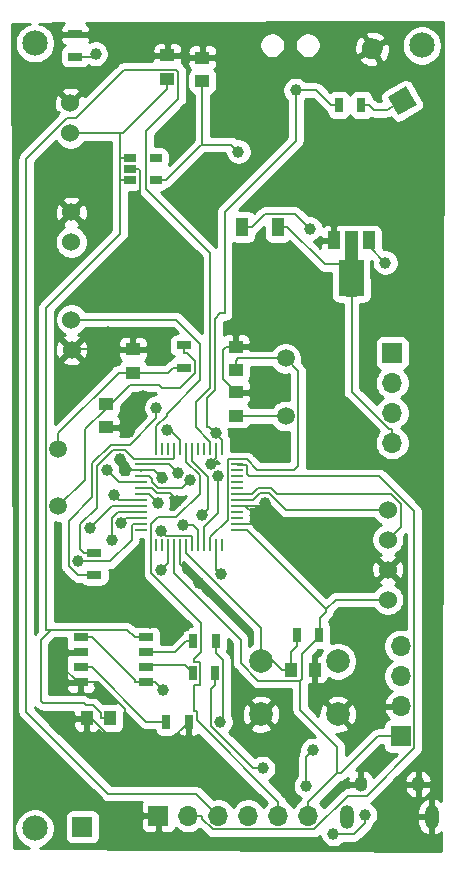
<source format=gbl>
G04 #@! TF.GenerationSoftware,KiCad,Pcbnew,5.1.7-a382d34a8~88~ubuntu18.04.1*
G04 #@! TF.CreationDate,2021-05-31T17:25:42+05:30*
G04 #@! TF.ProjectId,Sensor_PCB_v5,53656e73-6f72-45f5-9043-425f76352e6b,rev?*
G04 #@! TF.SameCoordinates,Original*
G04 #@! TF.FileFunction,Copper,L2,Bot*
G04 #@! TF.FilePolarity,Positive*
%FSLAX46Y46*%
G04 Gerber Fmt 4.6, Leading zero omitted, Abs format (unit mm)*
G04 Created by KiCad (PCBNEW 5.1.7-a382d34a8~88~ubuntu18.04.1) date 2021-05-31 17:25:42*
%MOMM*%
%LPD*%
G01*
G04 APERTURE LIST*
G04 #@! TA.AperFunction,ComponentPad*
%ADD10C,2.150000*%
G04 #@! TD*
G04 #@! TA.AperFunction,SMDPad,CuDef*
%ADD11R,1.300000X0.700000*%
G04 #@! TD*
G04 #@! TA.AperFunction,ComponentPad*
%ADD12C,1.524000*%
G04 #@! TD*
G04 #@! TA.AperFunction,ComponentPad*
%ADD13O,1.200000X2.000000*%
G04 #@! TD*
G04 #@! TA.AperFunction,ComponentPad*
%ADD14O,1.100000X1.300000*%
G04 #@! TD*
G04 #@! TA.AperFunction,SMDPad,CuDef*
%ADD15R,1.000000X1.500000*%
G04 #@! TD*
G04 #@! TA.AperFunction,SMDPad,CuDef*
%ADD16C,0.100000*%
G04 #@! TD*
G04 #@! TA.AperFunction,ComponentPad*
%ADD17R,1.700000X1.700000*%
G04 #@! TD*
G04 #@! TA.AperFunction,ComponentPad*
%ADD18O,1.700000X1.700000*%
G04 #@! TD*
G04 #@! TA.AperFunction,SMDPad,CuDef*
%ADD19R,1.000000X0.230000*%
G04 #@! TD*
G04 #@! TA.AperFunction,SMDPad,CuDef*
%ADD20R,0.230000X1.000000*%
G04 #@! TD*
G04 #@! TA.AperFunction,SMDPad,CuDef*
%ADD21R,1.000000X1.250000*%
G04 #@! TD*
G04 #@! TA.AperFunction,SMDPad,CuDef*
%ADD22R,1.250000X1.000000*%
G04 #@! TD*
G04 #@! TA.AperFunction,SMDPad,CuDef*
%ADD23R,0.700000X1.300000*%
G04 #@! TD*
G04 #@! TA.AperFunction,ComponentPad*
%ADD24C,0.100000*%
G04 #@! TD*
G04 #@! TA.AperFunction,SMDPad,CuDef*
%ADD25R,1.060000X0.650000*%
G04 #@! TD*
G04 #@! TA.AperFunction,ComponentPad*
%ADD26C,1.500000*%
G04 #@! TD*
G04 #@! TA.AperFunction,ComponentPad*
%ADD27C,2.000000*%
G04 #@! TD*
G04 #@! TA.AperFunction,SMDPad,CuDef*
%ADD28R,1.000000X1.600000*%
G04 #@! TD*
G04 #@! TA.AperFunction,ViaPad*
%ADD29C,1.000000*%
G04 #@! TD*
G04 #@! TA.AperFunction,Conductor*
%ADD30C,0.200000*%
G04 #@! TD*
G04 #@! TA.AperFunction,Conductor*
%ADD31C,0.254000*%
G04 #@! TD*
G04 #@! TA.AperFunction,Conductor*
%ADD32C,0.100000*%
G04 #@! TD*
G04 APERTURE END LIST*
D10*
X25206960Y-87741760D03*
X57998360Y-21450300D03*
X25224740Y-21264880D03*
D11*
X34621900Y-74109600D03*
X34621900Y-75379600D03*
X34621900Y-72839600D03*
X34621900Y-71569600D03*
X29121900Y-74109600D03*
X29121900Y-75379600D03*
X29121900Y-72839600D03*
X29121900Y-71569600D03*
D12*
X28323900Y-44656100D03*
X28333900Y-47196100D03*
D13*
X51677600Y-86741000D03*
X58827600Y-86741000D03*
D14*
X52827600Y-83991000D03*
X57677600Y-83991000D03*
D12*
X28224800Y-26324900D03*
X28234800Y-28864900D03*
X28298500Y-35557800D03*
X28308500Y-38097800D03*
X55107500Y-60744100D03*
X55107500Y-63284100D03*
X55107500Y-65824100D03*
X55107500Y-68364100D03*
D15*
X50529400Y-37943700D03*
X53529400Y-37943700D03*
G04 #@! TA.AperFunction,SMDPad,CuDef*
D16*
G36*
X51558949Y-37184620D02*
G01*
X51565211Y-37186266D01*
X51587513Y-37193700D01*
X52539400Y-37193700D01*
X52549155Y-37194661D01*
X52558534Y-37197506D01*
X52567179Y-37202127D01*
X52574755Y-37208345D01*
X52580973Y-37215921D01*
X52585594Y-37224566D01*
X52588439Y-37233945D01*
X52589400Y-37243700D01*
X52589400Y-39633700D01*
X53039400Y-39633700D01*
X53049155Y-39634661D01*
X53058534Y-39637506D01*
X53067179Y-39642127D01*
X53074755Y-39648345D01*
X53080973Y-39655921D01*
X53085594Y-39664566D01*
X53088439Y-39673945D01*
X53089400Y-39683531D01*
X53099400Y-42633531D01*
X53098472Y-42643288D01*
X53095659Y-42652677D01*
X53091067Y-42661337D01*
X53084875Y-42668935D01*
X53077319Y-42675179D01*
X53068691Y-42679829D01*
X53059321Y-42682706D01*
X53049400Y-42683700D01*
X52539400Y-42683700D01*
X52539400Y-42723700D01*
X51539400Y-42723700D01*
X51539400Y-42683700D01*
X50989400Y-42683700D01*
X50979645Y-42682739D01*
X50970266Y-42679894D01*
X50961621Y-42675273D01*
X50954045Y-42669055D01*
X50947827Y-42661479D01*
X50943206Y-42652834D01*
X50940361Y-42643455D01*
X50939400Y-42633700D01*
X50939400Y-39623700D01*
X50940361Y-39613945D01*
X50943206Y-39604566D01*
X50947827Y-39595921D01*
X50954045Y-39588345D01*
X50961621Y-39582127D01*
X50970266Y-39577506D01*
X50979645Y-39574661D01*
X50989400Y-39573700D01*
X51509190Y-39573700D01*
X51499400Y-37233909D01*
X51500320Y-37224151D01*
X51503126Y-37214759D01*
X51507711Y-37206096D01*
X51513897Y-37198493D01*
X51521448Y-37192243D01*
X51530073Y-37187586D01*
X51539440Y-37184702D01*
X51549191Y-37183700D01*
X51558949Y-37184620D01*
G37*
G04 #@! TD.AperFunction*
D17*
X35679400Y-86669900D03*
D18*
X38219400Y-86669900D03*
X40759400Y-86669900D03*
X43299400Y-86669900D03*
X45839400Y-86669900D03*
X48379400Y-86669900D03*
D19*
X42362100Y-57421800D03*
D20*
X41092100Y-63771800D03*
X40584100Y-63771800D03*
X40076100Y-63771800D03*
X39568100Y-63771800D03*
X39060100Y-63771800D03*
X38552100Y-63771800D03*
X38044100Y-63771800D03*
X37536100Y-63771800D03*
X37028100Y-63771800D03*
X36520100Y-63771800D03*
X36012100Y-63771800D03*
X35504100Y-63771800D03*
D19*
X34234100Y-62501800D03*
X34234100Y-61993800D03*
X34234100Y-60977800D03*
X34234100Y-60469800D03*
X34234100Y-59961800D03*
X34234100Y-59453800D03*
X34234100Y-58945800D03*
X34234100Y-58437800D03*
X34234100Y-57929800D03*
X34234100Y-57421800D03*
X34234100Y-56913800D03*
D20*
X36012100Y-55643800D03*
X36520100Y-55643800D03*
X37028100Y-55643800D03*
X37536100Y-55643800D03*
X38044100Y-55643800D03*
X38552100Y-55643800D03*
X39060100Y-55643800D03*
X39568100Y-55643800D03*
X40076100Y-55643800D03*
X40584100Y-55643800D03*
X41092100Y-55643800D03*
D19*
X42362100Y-56913800D03*
X42362100Y-57929800D03*
X42362100Y-58437800D03*
X42362100Y-58945800D03*
X42362100Y-59453800D03*
X42362100Y-59961800D03*
X42362100Y-60469800D03*
X42362100Y-60977800D03*
X42362100Y-61485800D03*
X42362100Y-61993800D03*
X42362100Y-62501800D03*
D20*
X35504100Y-55643800D03*
D19*
X34234100Y-61485800D03*
D11*
X30261600Y-66278800D03*
X30261600Y-64378800D03*
D17*
X56200000Y-79926200D03*
D18*
X56200000Y-77386200D03*
X56200000Y-74846200D03*
X56200000Y-72306200D03*
D17*
X29255700Y-87609700D03*
X55473600Y-47475100D03*
D18*
X55473600Y-50015100D03*
X55473600Y-52555100D03*
X55473600Y-55095100D03*
D21*
X48935600Y-74284800D03*
X46935600Y-74284800D03*
D22*
X42227500Y-48947600D03*
X42227500Y-46947600D03*
X42296100Y-50805800D03*
X42296100Y-52805800D03*
X33530500Y-47150800D03*
X33530500Y-49150800D03*
X31249600Y-51786300D03*
X31249600Y-53786300D03*
X36446500Y-24291800D03*
X36446500Y-22291800D03*
X39413200Y-24477200D03*
X39413200Y-22477200D03*
D23*
X47401400Y-71384200D03*
X49301400Y-71384200D03*
D11*
X37863800Y-48719800D03*
X37863800Y-46819800D03*
X28638500Y-20490100D03*
X28638500Y-22390100D03*
D23*
X52875200Y-26489700D03*
X50975200Y-26489700D03*
G04 #@! TA.AperFunction,ComponentPad*
G36*
G01*
X54234500Y-22516614D02*
X54234500Y-22516614D01*
G75*
G02*
X53005077Y-22187191I-450000J779423D01*
G01*
X53005077Y-22187191D01*
G75*
G02*
X53334500Y-20957768I779423J450000D01*
G01*
X53334500Y-20957768D01*
G75*
G02*
X54563923Y-21287191I450000J-779423D01*
G01*
X54563923Y-21287191D01*
G75*
G02*
X54234500Y-22516614I-779423J-450000D01*
G01*
G37*
G04 #@! TD.AperFunction*
G04 #@! TA.AperFunction,ComponentPad*
D24*
G36*
X57553923Y-26466023D02*
G01*
X55995077Y-27366023D01*
X55095077Y-25807177D01*
X56653923Y-24907177D01*
X57553923Y-26466023D01*
G37*
G04 #@! TD.AperFunction*
D25*
X33271300Y-32860000D03*
X33271300Y-31910000D03*
X33271300Y-30960000D03*
X35471300Y-30960000D03*
X35471300Y-32860000D03*
D26*
X46454100Y-52830100D03*
X46454100Y-47950100D03*
X27223700Y-55598100D03*
X27223700Y-60478100D03*
D27*
X44371100Y-78079600D03*
X44371100Y-73579600D03*
X50871100Y-78079600D03*
X50871100Y-73579600D03*
D28*
X42795100Y-36814800D03*
X45795100Y-36814800D03*
D21*
X31629900Y-78404700D03*
X29629900Y-78404700D03*
D23*
X38597800Y-74617600D03*
X40497800Y-74617600D03*
X40558800Y-71899800D03*
X38658800Y-71899800D03*
X38267700Y-78709500D03*
X36367700Y-78709500D03*
D29*
X40762089Y-57936480D03*
X37773306Y-62018537D03*
X35936705Y-62571784D03*
X42463700Y-30433600D03*
X36042600Y-76042520D03*
X47324000Y-25233500D03*
X40535860Y-54292500D03*
X31930342Y-59504580D03*
X35919700Y-65826600D03*
X28895500Y-65137700D03*
X29891100Y-62333100D03*
X30370500Y-22162600D03*
X31308040Y-57421780D03*
X40959643Y-66193457D03*
X31976060Y-80436720D03*
X34991040Y-70375780D03*
X37909500Y-70591590D03*
X33182560Y-54201060D03*
X43230800Y-54876700D03*
X44737020Y-56296560D03*
X57851040Y-34518600D03*
X34033460Y-35123120D03*
X39091327Y-66946053D03*
X32469858Y-56475190D03*
X35227260Y-39126160D03*
X37762180Y-38986460D03*
X31440120Y-45689520D03*
X44698920Y-60147290D03*
X48505500Y-36952500D03*
X54904640Y-39832280D03*
X53159660Y-86586060D03*
X50502820Y-88206580D03*
X48191420Y-84144090D03*
X48740060Y-81107280D03*
X37317680Y-57619900D03*
X31744920Y-63347600D03*
X32544930Y-61886373D03*
X38402416Y-58216277D03*
X34399220Y-51094640D03*
X40120264Y-56843812D03*
X35987431Y-58105373D03*
X37292280Y-59987180D03*
X35625703Y-60171749D03*
X35524440Y-52113180D03*
X39411503Y-61222522D03*
X44516600Y-82653400D03*
X40916800Y-78705300D03*
X36383300Y-54008100D03*
D30*
X44371100Y-73579600D02*
X45430100Y-73579600D01*
X45430100Y-73579600D02*
X46135300Y-74284800D01*
X47401400Y-71384200D02*
X47401400Y-72334500D01*
X47401400Y-72334500D02*
X46935600Y-72800300D01*
X46935600Y-72800300D02*
X46935600Y-74284800D01*
X46935600Y-74284800D02*
X46135300Y-74284800D01*
X38044100Y-64409300D02*
X38044100Y-63771800D01*
X44371100Y-70736300D02*
X38044100Y-64409300D01*
X44371100Y-73579600D02*
X44371100Y-70736300D01*
X42227500Y-48147300D02*
X42424700Y-47950100D01*
X42424700Y-47950100D02*
X46454100Y-47950100D01*
X42227500Y-48947600D02*
X42227500Y-48147300D01*
X47513500Y-49009500D02*
X47513500Y-57068460D01*
X47513500Y-57068460D02*
X47200820Y-57381140D01*
X41562099Y-61585801D02*
X40076100Y-63071800D01*
X40076100Y-63071800D02*
X40076100Y-63771800D01*
X43159800Y-56498799D02*
X41622099Y-56498799D01*
X41622099Y-56498799D02*
X41562099Y-56558799D01*
X44042141Y-57381140D02*
X43159800Y-56498799D01*
X41562099Y-56558799D02*
X41562099Y-61585801D01*
X47200820Y-57381140D02*
X44042141Y-57381140D01*
X46454100Y-47950100D02*
X47513500Y-49009500D01*
X42296100Y-52805800D02*
X43221400Y-52805800D01*
X46454100Y-52830100D02*
X43245700Y-52830100D01*
X43245700Y-52830100D02*
X43221400Y-52805800D01*
X40762089Y-61041917D02*
X40762089Y-57971679D01*
X39568100Y-62235906D02*
X40762089Y-61041917D01*
X39568100Y-63771800D02*
X39568100Y-62235906D01*
X40762089Y-57971679D02*
X40762089Y-57936480D01*
X27223700Y-55598100D02*
X27223700Y-54248500D01*
X27223700Y-54248500D02*
X32321400Y-49150800D01*
X32321400Y-49150800D02*
X33530500Y-49150800D01*
X37863800Y-48719800D02*
X36913500Y-48719800D01*
X33530500Y-49150800D02*
X36482500Y-49150800D01*
X36482500Y-49150800D02*
X36913500Y-48719800D01*
X38608343Y-62018537D02*
X37773306Y-62018537D01*
X39060100Y-62470294D02*
X38608343Y-62018537D01*
X39060100Y-63771800D02*
X39060100Y-62470294D01*
X27223700Y-60478100D02*
X29476400Y-58225400D01*
X29476400Y-58225400D02*
X29476400Y-53959600D01*
X29476400Y-53959600D02*
X31249600Y-52186400D01*
X31249600Y-51786300D02*
X31249600Y-52186400D01*
X38107700Y-47470100D02*
X37863800Y-47470100D01*
X38814200Y-49200800D02*
X38814200Y-48176600D01*
X36021020Y-50491400D02*
X37523600Y-50491400D01*
X38814200Y-48176600D02*
X38107700Y-47470100D01*
X35697160Y-50167540D02*
X36021020Y-50491400D01*
X34853419Y-50157479D02*
X35621421Y-50157479D01*
X31249600Y-52186400D02*
X33268460Y-50167540D01*
X37523600Y-50491400D02*
X38814200Y-49200800D01*
X34843358Y-50167540D02*
X34853419Y-50157479D01*
X33268460Y-50167540D02*
X34843358Y-50167540D01*
X35631482Y-50167540D02*
X35697160Y-50167540D01*
X37863800Y-47470100D02*
X37863800Y-46819800D01*
X35621421Y-50157479D02*
X35631482Y-50167540D01*
X38451800Y-62971500D02*
X36336421Y-62971500D01*
X38552100Y-63071800D02*
X38451800Y-62971500D01*
X36336421Y-62971500D02*
X35936705Y-62571784D01*
X38552100Y-63771800D02*
X38552100Y-63071800D01*
X39413200Y-29833000D02*
X41863100Y-29833000D01*
X41863100Y-29833000D02*
X42463700Y-30433600D01*
X36301600Y-32860000D02*
X39328600Y-29833000D01*
X39328600Y-29833000D02*
X39413200Y-29833000D01*
X39413200Y-29833000D02*
X39413200Y-25084700D01*
X35471300Y-32860000D02*
X36301600Y-32860000D01*
X39413200Y-24477200D02*
X39413200Y-25084700D01*
X32441000Y-32860000D02*
X32441000Y-30960000D01*
X32541100Y-32860000D02*
X32441000Y-32860000D01*
X33271300Y-32860000D02*
X32541100Y-32860000D01*
X32441000Y-28864900D02*
X28234800Y-28864900D01*
X36446500Y-25092100D02*
X32673700Y-28864900D01*
X32673700Y-28864900D02*
X32441000Y-28864900D01*
X32441000Y-30960000D02*
X32441000Y-28864900D01*
X33271300Y-30960000D02*
X32441000Y-30960000D01*
X33671600Y-71569600D02*
X33021300Y-70919300D01*
X33021300Y-70919300D02*
X28285200Y-70919300D01*
X34621900Y-71569600D02*
X33671600Y-71569600D01*
X36446500Y-24291800D02*
X36446500Y-25092100D01*
X26170600Y-43664900D02*
X32441000Y-37394500D01*
X32441000Y-37394500D02*
X32441000Y-32860000D01*
X28285200Y-70919300D02*
X26170600Y-70919300D01*
X26170600Y-70919300D02*
X26170600Y-43664900D01*
X30829600Y-78404700D02*
X31629900Y-78404700D01*
X30829600Y-78004600D02*
X30829600Y-78404700D01*
X29562400Y-77314600D02*
X30139600Y-77314600D01*
X25726150Y-71781910D02*
X25726150Y-76937630D01*
X26588760Y-70919300D02*
X25726150Y-71781910D01*
X28285200Y-70919300D02*
X26588760Y-70919300D01*
X25726150Y-76937630D02*
X25894130Y-77105610D01*
X30139600Y-77314600D02*
X30829600Y-78004600D01*
X25894130Y-77105610D02*
X29353410Y-77105610D01*
X29353410Y-77105610D02*
X29562400Y-77314600D01*
X34246900Y-75379600D02*
X34621900Y-75379600D01*
X34246900Y-75379600D02*
X33671600Y-75379600D01*
X29121900Y-71569600D02*
X30072200Y-71569600D01*
X30072200Y-71569600D02*
X33671600Y-75169000D01*
X33671600Y-75169000D02*
X33671600Y-75379600D01*
X34621900Y-75379600D02*
X35379680Y-75379600D01*
X35379680Y-75379600D02*
X36042600Y-76042520D01*
X47324000Y-25233500D02*
X49068700Y-25233500D01*
X49068700Y-25233500D02*
X50324900Y-26489700D01*
X41302100Y-35538000D02*
X47324000Y-29516100D01*
X47324000Y-29516100D02*
X47324000Y-25233500D01*
X50975200Y-26489700D02*
X50324900Y-26489700D01*
X49860700Y-69200100D02*
X50696700Y-68364100D01*
X50696700Y-68364100D02*
X55107500Y-68364100D01*
X49860700Y-69200100D02*
X43162400Y-62501800D01*
X42362100Y-62501800D02*
X43162400Y-62501800D01*
X49464000Y-71384200D02*
X47851900Y-72996300D01*
X47851900Y-72996300D02*
X47851900Y-75067100D01*
X47851900Y-75067100D02*
X47689200Y-75229800D01*
X50839400Y-83059600D02*
X50839400Y-83059700D01*
X50839400Y-83059700D02*
X51115600Y-83059700D01*
X51115600Y-83059700D02*
X54249100Y-79926200D01*
X54249100Y-79926200D02*
X55149800Y-79926200D01*
X48379400Y-85519600D02*
X50839400Y-83059600D01*
X49382700Y-71384200D02*
X49464000Y-71384200D01*
X49301400Y-71384200D02*
X49382700Y-71384200D01*
X56200000Y-79926200D02*
X55149800Y-79926200D01*
X48379400Y-86669900D02*
X48379400Y-85519600D01*
X44149000Y-75229800D02*
X47689200Y-75229800D01*
X37028100Y-66131420D02*
X38846880Y-67950200D01*
X37028100Y-63771800D02*
X37028100Y-66131420D01*
X38846880Y-67950200D02*
X38846880Y-67962900D01*
X38846880Y-67962900D02*
X42655000Y-71771020D01*
X42655000Y-71771020D02*
X42655000Y-73735800D01*
X42655000Y-73735800D02*
X44149000Y-75229800D01*
X41302100Y-44131660D02*
X40920240Y-44131660D01*
X41302100Y-44131660D02*
X41302100Y-35538000D01*
X40920240Y-44131660D02*
X40476110Y-44575790D01*
X40476110Y-50607569D02*
X39801800Y-51281879D01*
X40476110Y-44575790D02*
X40476110Y-50607569D01*
X39801800Y-51281879D02*
X39801800Y-53764180D01*
X40007540Y-53764180D02*
X40535860Y-54292500D01*
X39801800Y-53764180D02*
X40007540Y-53764180D01*
X41092100Y-54848740D02*
X41092100Y-55643800D01*
X40535860Y-54292500D02*
X41092100Y-54848740D01*
X27923100Y-27599900D02*
X28684000Y-27599900D01*
X38851840Y-53776920D02*
X40076100Y-55001180D01*
X31425000Y-84790400D02*
X24483060Y-77848460D01*
X24483060Y-77848460D02*
X24483060Y-31039940D01*
X37386300Y-25949300D02*
X34626200Y-28709400D01*
X40076100Y-55001180D02*
X40076100Y-55643800D01*
X40076100Y-50441880D02*
X38851840Y-51666140D01*
X38851840Y-51666140D02*
X38851840Y-53776920D01*
X38879900Y-84790400D02*
X31425000Y-84790400D01*
X28684000Y-27599900D02*
X32792500Y-23491400D01*
X32792500Y-23491400D02*
X37206500Y-23491400D01*
X40759400Y-86669900D02*
X38879900Y-84790400D01*
X37206500Y-23491400D02*
X37386300Y-23671200D01*
X24483060Y-31039940D02*
X27923100Y-27599900D01*
X37386300Y-23671200D02*
X37386300Y-25949300D01*
X34626200Y-33609300D02*
X40076100Y-39059200D01*
X34626200Y-28709400D02*
X34626200Y-33609300D01*
X40076100Y-39059200D02*
X40076100Y-50441880D01*
X39369700Y-86908300D02*
X39369700Y-86669900D01*
X40287600Y-87826200D02*
X39369700Y-86908300D01*
X48871200Y-87826200D02*
X40287600Y-87826200D01*
X51715800Y-84981600D02*
X48871200Y-87826200D01*
X53323500Y-84981600D02*
X51715800Y-84981600D01*
X57350400Y-60893300D02*
X57350400Y-80954700D01*
X54374180Y-57917080D02*
X57350400Y-60893300D01*
X42455099Y-57006799D02*
X43102101Y-57006799D01*
X42362100Y-56913800D02*
X42455099Y-57006799D01*
X43162101Y-57066799D02*
X43162101Y-57713801D01*
X39369700Y-86669900D02*
X38219400Y-86669900D01*
X57350400Y-80954700D02*
X53323500Y-84981600D01*
X43102101Y-57006799D02*
X43162101Y-57066799D01*
X43162101Y-57713801D02*
X43365380Y-57917080D01*
X43365380Y-57917080D02*
X54374180Y-57917080D01*
X52875200Y-26489700D02*
X53525500Y-26489700D01*
X53525500Y-26489700D02*
X53933300Y-26897500D01*
X53933300Y-26897500D02*
X55006400Y-26897500D01*
X55006400Y-26897500D02*
X55006500Y-26897600D01*
X56324500Y-26136600D02*
X55006500Y-26897600D01*
X32387562Y-59961800D02*
X31930342Y-59504580D01*
X34234100Y-59961800D02*
X32387562Y-59961800D01*
X36520100Y-63771800D02*
X36520100Y-65226200D01*
X36520100Y-65226200D02*
X35919700Y-65826600D01*
X29891100Y-62333100D02*
X31754400Y-60469800D01*
X31754400Y-60469800D02*
X34234100Y-60469800D01*
X45755134Y-59453800D02*
X55341000Y-59453800D01*
X42362100Y-59453800D02*
X43642706Y-59453800D01*
X56196300Y-62195300D02*
X55107500Y-63284100D01*
X45248611Y-58947277D02*
X45755134Y-59453800D01*
X43642706Y-59453800D02*
X44149229Y-58947277D01*
X56196300Y-60309100D02*
X56196300Y-62195300D01*
X55341000Y-59453800D02*
X56196300Y-60309100D01*
X44149229Y-58947277D02*
X45248611Y-58947277D01*
X45075302Y-59347288D02*
X46472114Y-60744100D01*
X44314918Y-59347288D02*
X45075302Y-59347288D01*
X54029870Y-60744100D02*
X55107500Y-60744100D01*
X46472114Y-60744100D02*
X54029870Y-60744100D01*
X43700406Y-59961800D02*
X44314918Y-59347288D01*
X42362100Y-59961800D02*
X43700406Y-59961800D01*
X28638500Y-22390100D02*
X30143000Y-22390100D01*
X30143000Y-22390100D02*
X30370500Y-22162600D01*
X34234100Y-58437800D02*
X32324060Y-58437800D01*
X32324060Y-58437800D02*
X31308040Y-57421780D01*
X40584100Y-65817914D02*
X40959643Y-66193457D01*
X40584100Y-63771800D02*
X40584100Y-65817914D01*
X48935600Y-76144100D02*
X50871100Y-78079600D01*
X48935600Y-74284800D02*
X48935600Y-76144100D01*
X36540480Y-80436720D02*
X38267700Y-78709500D01*
X31976060Y-80436720D02*
X36540480Y-80436720D01*
X34234100Y-57421800D02*
X34234100Y-57475100D01*
X43062100Y-60469800D02*
X43662600Y-61070300D01*
X42362100Y-60469800D02*
X43062100Y-60469800D01*
X43662600Y-61070300D02*
X43662600Y-61795660D01*
X43464460Y-61993800D02*
X42362100Y-61993800D01*
X43662600Y-61795660D02*
X43464460Y-61993800D01*
X29944040Y-78404700D02*
X29629900Y-78404700D01*
X31976060Y-80436720D02*
X29944040Y-78404700D01*
X31976060Y-80436720D02*
X32819340Y-79593440D01*
X30533360Y-75379600D02*
X29121900Y-75379600D01*
X32819340Y-77665580D02*
X30533360Y-75379600D01*
X32819340Y-79593440D02*
X32819340Y-77665580D01*
X29121900Y-72839600D02*
X27998400Y-72839600D01*
X27998400Y-72839600D02*
X27518360Y-73319640D01*
X27518360Y-73319640D02*
X27518360Y-74046062D01*
X28851898Y-75379600D02*
X29121900Y-75379600D01*
X27518360Y-74046062D02*
X28851898Y-75379600D01*
X37693690Y-70375780D02*
X37909500Y-70591590D01*
X34991040Y-70375780D02*
X37693690Y-70375780D01*
X31249600Y-53786300D02*
X32408600Y-53786300D01*
X28379200Y-47150800D02*
X28333900Y-47196100D01*
X32767800Y-53786300D02*
X33182560Y-54201060D01*
X32408600Y-53786300D02*
X32767800Y-53786300D01*
X42227500Y-46947600D02*
X41439320Y-46947600D01*
X41439320Y-46947600D02*
X41140380Y-47246540D01*
X41140380Y-49650080D02*
X42296100Y-50805800D01*
X41140380Y-47246540D02*
X41140380Y-49650080D01*
X43317160Y-54876700D02*
X43230800Y-54876700D01*
X44737020Y-56296560D02*
X43317160Y-54876700D01*
X53004500Y-34518600D02*
X57851040Y-34518600D01*
X50529400Y-36993700D02*
X53004500Y-34518600D01*
X50529400Y-37943700D02*
X50529400Y-36993700D01*
X34101301Y-35055279D02*
X34033460Y-35123120D01*
X34101301Y-32010001D02*
X34101301Y-35055279D01*
X34001300Y-31910000D02*
X34101301Y-32010001D01*
X33271300Y-31910000D02*
X34001300Y-31910000D01*
X37536100Y-65390826D02*
X39091327Y-66946053D01*
X37536100Y-63771800D02*
X37536100Y-65390826D01*
X33416468Y-57421800D02*
X32469858Y-56475190D01*
X34234100Y-57421800D02*
X33416468Y-57421800D01*
X31368220Y-47150800D02*
X31368220Y-45761420D01*
X31368220Y-47150800D02*
X28379200Y-47150800D01*
X31368220Y-45761420D02*
X31440120Y-45689520D01*
X33530500Y-47150800D02*
X31368220Y-47150800D01*
X37622480Y-39126160D02*
X37762180Y-38986460D01*
X35227260Y-39126160D02*
X37622480Y-39126160D01*
X44376410Y-60469800D02*
X44698920Y-60147290D01*
X42362100Y-60469800D02*
X44376410Y-60469800D01*
X52039400Y-39973700D02*
X52039400Y-50749000D01*
X52039400Y-50749000D02*
X55235200Y-53944800D01*
X55235200Y-53944800D02*
X55473600Y-53944800D01*
X55473600Y-55095100D02*
X55473600Y-53944800D01*
X46595400Y-36814800D02*
X49754300Y-39973700D01*
X49754300Y-39973700D02*
X52039400Y-39973700D01*
X45795100Y-36814800D02*
X46595400Y-36814800D01*
X48505500Y-36952500D02*
X47255500Y-35702500D01*
X47255500Y-35702500D02*
X44707700Y-35702500D01*
X44707700Y-35702500D02*
X43595400Y-36814800D01*
X42795100Y-36814800D02*
X43595400Y-36814800D01*
X53529400Y-38457040D02*
X53529400Y-37943700D01*
X54904640Y-39832280D02*
X53529400Y-38457040D01*
X53159660Y-87293166D02*
X53159660Y-86586060D01*
X52246246Y-88206580D02*
X53159660Y-87293166D01*
X50502820Y-88206580D02*
X52246246Y-88206580D01*
X48191420Y-84144090D02*
X48191420Y-81655920D01*
X48191420Y-81655920D02*
X48740060Y-81107280D01*
X50839400Y-80831720D02*
X50839400Y-83059600D01*
X47689200Y-75229800D02*
X47689200Y-77681520D01*
X47689200Y-77681520D02*
X50839400Y-80831720D01*
X49860700Y-69405000D02*
X49860700Y-69200100D01*
X49382700Y-71384200D02*
X49382700Y-69883000D01*
X49382700Y-69883000D02*
X49860700Y-69405000D01*
X34234100Y-56913800D02*
X36611580Y-56913800D01*
X36611580Y-56913800D02*
X37317680Y-57619900D01*
X33433800Y-63299924D02*
X31596024Y-65137700D01*
X33433800Y-62094100D02*
X33433800Y-63299924D01*
X33534100Y-61993800D02*
X33433800Y-62094100D01*
X34234100Y-61993800D02*
X33534100Y-61993800D01*
X31596024Y-65137700D02*
X28895500Y-65137700D01*
X31744920Y-61493280D02*
X31744920Y-63347600D01*
X32260400Y-60977800D02*
X31744920Y-61493280D01*
X34234100Y-60977800D02*
X32260400Y-60977800D01*
X32945503Y-61485800D02*
X32544930Y-61886373D01*
X34234100Y-61485800D02*
X32945503Y-61485800D01*
X34934100Y-57929800D02*
X35161318Y-58157018D01*
X34234100Y-57929800D02*
X34934100Y-57929800D01*
X35161318Y-58157018D02*
X35161318Y-58435827D01*
X37700976Y-58917717D02*
X38402416Y-58216277D01*
X35643208Y-58917717D02*
X37700976Y-58917717D01*
X35161318Y-58435827D02*
X35643208Y-58917717D01*
X32408600Y-53786300D02*
X34399220Y-51795680D01*
X34399220Y-51795680D02*
X34399220Y-51094640D01*
X40584100Y-55643800D02*
X40584100Y-56379976D01*
X40584100Y-56379976D02*
X40120264Y-56843812D01*
X34234100Y-57421800D02*
X35303858Y-57421800D01*
X35303858Y-57421800D02*
X35987431Y-58105373D01*
X36676849Y-59371749D02*
X37292280Y-59987180D01*
X35105591Y-58945800D02*
X35531540Y-59371749D01*
X35531540Y-59371749D02*
X36676849Y-59371749D01*
X34234100Y-58945800D02*
X35105591Y-58945800D01*
X35625703Y-60145403D02*
X35625703Y-60171749D01*
X34934100Y-59453800D02*
X35625703Y-60145403D01*
X34234100Y-59453800D02*
X34934100Y-59453800D01*
X30261600Y-66278800D02*
X28865600Y-66278800D01*
X28865600Y-66278800D02*
X28095100Y-65508300D01*
X30108028Y-56836530D02*
X31669381Y-55275177D01*
X35524440Y-53031106D02*
X35524440Y-52113180D01*
X33280369Y-55275177D02*
X35524440Y-53031106D01*
X30108028Y-59664572D02*
X30108028Y-56836530D01*
X31669381Y-55275177D02*
X33280369Y-55275177D01*
X28095100Y-61677500D02*
X30108028Y-59664572D01*
X28095100Y-65508300D02*
X28095100Y-61677500D01*
X37028100Y-55643800D02*
X37028100Y-56343800D01*
X29090800Y-64058000D02*
X29411600Y-64378800D01*
X29090800Y-62001600D02*
X29090800Y-64058000D01*
X29411600Y-64378800D02*
X30261600Y-64378800D01*
X31870630Y-55675188D02*
X30508039Y-57037779D01*
X30508039Y-60584361D02*
X29090800Y-62001600D01*
X33622473Y-56443801D02*
X32853860Y-55675188D01*
X32853860Y-55675188D02*
X31870630Y-55675188D01*
X37028100Y-56343800D02*
X36928099Y-56443801D01*
X30508039Y-57037779D02*
X30508039Y-60584361D01*
X36928099Y-56443801D02*
X33622473Y-56443801D01*
X39911502Y-57975659D02*
X39911502Y-60722523D01*
X38552100Y-55643800D02*
X38552100Y-56616257D01*
X38552100Y-56616257D02*
X39911502Y-57975659D01*
X39911502Y-60722523D02*
X39411503Y-61222522D01*
X38857701Y-77759499D02*
X38917701Y-77819499D01*
X39202418Y-57832275D02*
X39202418Y-59421599D01*
X38714680Y-73667599D02*
X39187801Y-73667599D01*
X39187801Y-75567601D02*
X38714680Y-75567601D01*
X38917701Y-77819499D02*
X38917701Y-78597901D01*
X39247801Y-73727599D02*
X39247801Y-75507601D01*
X38714680Y-75567601D02*
X38714680Y-77759499D01*
X38044100Y-56673957D02*
X39202418Y-57832275D01*
X45839400Y-85519600D02*
X45839400Y-86669900D01*
X38714680Y-73383922D02*
X38714680Y-73667599D01*
X39308801Y-72789801D02*
X38714680Y-73383922D01*
X35655554Y-61407217D02*
X35088700Y-61974071D01*
X39247801Y-75507601D02*
X39187801Y-75567601D01*
X39202418Y-59421599D02*
X37216800Y-61407217D01*
X39308801Y-70347501D02*
X39308801Y-72789801D01*
X35088700Y-66127400D02*
X39308801Y-70347501D01*
X35088700Y-61974071D02*
X35088700Y-66127400D01*
X37216800Y-61407217D02*
X35655554Y-61407217D01*
X39187801Y-73667599D02*
X39247801Y-73727599D01*
X38917701Y-78597901D02*
X45839400Y-85519600D01*
X38714680Y-77759499D02*
X38857701Y-77759499D01*
X38044100Y-55643800D02*
X38044100Y-56673957D01*
X40497800Y-74617600D02*
X40497800Y-75567900D01*
X40497800Y-75567900D02*
X40116500Y-75949200D01*
X40116500Y-75949200D02*
X40116500Y-79036800D01*
X40116500Y-79036800D02*
X43733100Y-82653400D01*
X43733100Y-82653400D02*
X44516600Y-82653400D01*
X40558800Y-71899800D02*
X40558800Y-72850100D01*
X40558800Y-72850100D02*
X41148200Y-73439500D01*
X41148200Y-73439500D02*
X41148200Y-78473900D01*
X41148200Y-78473900D02*
X40916800Y-78705300D01*
X37914618Y-73934418D02*
X34797082Y-73934418D01*
X34797082Y-73934418D02*
X34621900Y-74109600D01*
X38597800Y-74617600D02*
X37914618Y-73934418D01*
X38658800Y-71899800D02*
X38008500Y-71899800D01*
X38008500Y-71899800D02*
X37068700Y-72839600D01*
X37068700Y-72839600D02*
X34621900Y-72839600D01*
X29121900Y-74109600D02*
X30072200Y-74109600D01*
X36367700Y-78709500D02*
X34672100Y-78709500D01*
X34672100Y-78709500D02*
X30072200Y-74109600D01*
X37536100Y-55643800D02*
X37536100Y-54843500D01*
X36383300Y-54008100D02*
X36700700Y-54008100D01*
X36700700Y-54008100D02*
X37536100Y-54843500D01*
X35504100Y-53697440D02*
X35504100Y-55643800D01*
X36393211Y-52611289D02*
X36393211Y-52808329D01*
X36393211Y-52808329D02*
X35504100Y-53697440D01*
X39232200Y-49772300D02*
X36393211Y-52611289D01*
X39232200Y-46688900D02*
X39232200Y-49772300D01*
X37199400Y-44656100D02*
X39232200Y-46688900D01*
X28323900Y-44656100D02*
X37199400Y-44656100D01*
D31*
X59649375Y-85415895D02*
X59611074Y-85377922D01*
X59408133Y-85243579D01*
X59182882Y-85151409D01*
X59145209Y-85147538D01*
X58954600Y-85272269D01*
X58954600Y-86614000D01*
X58974600Y-86614000D01*
X58974600Y-86868000D01*
X58954600Y-86868000D01*
X58954600Y-88209731D01*
X59145209Y-88334462D01*
X59182882Y-88330591D01*
X59408133Y-88238421D01*
X59611074Y-88104078D01*
X59643143Y-88072284D01*
X59639499Y-89625598D01*
X25633540Y-89400409D01*
X25705749Y-89386046D01*
X26016949Y-89257142D01*
X26297021Y-89070004D01*
X26535204Y-88831821D01*
X26722342Y-88551749D01*
X26851246Y-88240549D01*
X26916960Y-87910180D01*
X26916960Y-87573340D01*
X26851246Y-87242971D01*
X26722342Y-86931771D01*
X26607368Y-86759700D01*
X27767628Y-86759700D01*
X27767628Y-88459700D01*
X27779888Y-88584182D01*
X27816198Y-88703880D01*
X27875163Y-88814194D01*
X27954515Y-88910885D01*
X28051206Y-88990237D01*
X28161520Y-89049202D01*
X28281218Y-89085512D01*
X28405700Y-89097772D01*
X30105700Y-89097772D01*
X30230182Y-89085512D01*
X30349880Y-89049202D01*
X30460194Y-88990237D01*
X30556885Y-88910885D01*
X30636237Y-88814194D01*
X30695202Y-88703880D01*
X30731512Y-88584182D01*
X30743772Y-88459700D01*
X30743772Y-87519900D01*
X34191328Y-87519900D01*
X34203588Y-87644382D01*
X34239898Y-87764080D01*
X34298863Y-87874394D01*
X34378215Y-87971085D01*
X34474906Y-88050437D01*
X34585220Y-88109402D01*
X34704918Y-88145712D01*
X34829400Y-88157972D01*
X35393650Y-88154900D01*
X35552400Y-87996150D01*
X35552400Y-86796900D01*
X34353150Y-86796900D01*
X34194400Y-86955650D01*
X34191328Y-87519900D01*
X30743772Y-87519900D01*
X30743772Y-86759700D01*
X30731512Y-86635218D01*
X30695202Y-86515520D01*
X30636237Y-86405206D01*
X30556885Y-86308515D01*
X30460194Y-86229163D01*
X30349880Y-86170198D01*
X30230182Y-86133888D01*
X30105700Y-86121628D01*
X28405700Y-86121628D01*
X28281218Y-86133888D01*
X28161520Y-86170198D01*
X28051206Y-86229163D01*
X27954515Y-86308515D01*
X27875163Y-86405206D01*
X27816198Y-86515520D01*
X27779888Y-86635218D01*
X27767628Y-86759700D01*
X26607368Y-86759700D01*
X26535204Y-86651699D01*
X26297021Y-86413516D01*
X26016949Y-86226378D01*
X25705749Y-86097474D01*
X25375380Y-86031760D01*
X25038540Y-86031760D01*
X24708171Y-86097474D01*
X24396971Y-86226378D01*
X24116899Y-86413516D01*
X23878716Y-86651699D01*
X23691578Y-86931771D01*
X23562674Y-87242971D01*
X23496960Y-87573340D01*
X23496960Y-87910180D01*
X23562674Y-88240549D01*
X23691578Y-88551749D01*
X23878716Y-88831821D01*
X24116899Y-89070004D01*
X24396971Y-89257142D01*
X24708171Y-89386046D01*
X24750999Y-89394565D01*
X23454123Y-89385977D01*
X23344104Y-31039940D01*
X23744504Y-31039940D01*
X23748061Y-31076055D01*
X23748060Y-77812355D01*
X23744504Y-77848460D01*
X23758695Y-77992545D01*
X23771444Y-78034573D01*
X23800723Y-78131092D01*
X23868973Y-78258779D01*
X23960822Y-78370697D01*
X23988868Y-78393714D01*
X30879746Y-85284593D01*
X30902762Y-85312638D01*
X30930806Y-85335653D01*
X31014680Y-85404487D01*
X31142366Y-85472737D01*
X31280915Y-85514765D01*
X31425000Y-85528956D01*
X31461105Y-85525400D01*
X34266795Y-85525400D01*
X34239898Y-85575720D01*
X34203588Y-85695418D01*
X34191328Y-85819900D01*
X34194400Y-86384150D01*
X34353150Y-86542900D01*
X35552400Y-86542900D01*
X35552400Y-86522900D01*
X35806400Y-86522900D01*
X35806400Y-86542900D01*
X35826400Y-86542900D01*
X35826400Y-86796900D01*
X35806400Y-86796900D01*
X35806400Y-87996150D01*
X35965150Y-88154900D01*
X36529400Y-88157972D01*
X36653882Y-88145712D01*
X36773580Y-88109402D01*
X36883894Y-88050437D01*
X36980585Y-87971085D01*
X37059937Y-87874394D01*
X37118902Y-87764080D01*
X37140913Y-87691520D01*
X37272768Y-87823375D01*
X37515989Y-87985890D01*
X37786242Y-88097832D01*
X38073140Y-88154900D01*
X38365660Y-88154900D01*
X38652558Y-88097832D01*
X38922811Y-87985890D01*
X39166032Y-87823375D01*
X39205680Y-87783727D01*
X39742346Y-88320393D01*
X39765362Y-88348438D01*
X39793406Y-88371453D01*
X39877280Y-88440287D01*
X40004966Y-88508537D01*
X40143515Y-88550565D01*
X40287600Y-88564756D01*
X40323705Y-88561200D01*
X48835095Y-88561200D01*
X48871200Y-88564756D01*
X48907305Y-88561200D01*
X49015285Y-88550565D01*
X49153833Y-88508537D01*
X49281520Y-88440287D01*
X49376557Y-88362292D01*
X49411437Y-88537647D01*
X49496996Y-88744204D01*
X49621208Y-88930100D01*
X49779300Y-89088192D01*
X49965196Y-89212404D01*
X50171753Y-89297963D01*
X50391032Y-89341580D01*
X50614608Y-89341580D01*
X50833887Y-89297963D01*
X51040444Y-89212404D01*
X51226340Y-89088192D01*
X51372952Y-88941580D01*
X52210141Y-88941580D01*
X52246246Y-88945136D01*
X52282351Y-88941580D01*
X52390331Y-88930945D01*
X52528879Y-88888917D01*
X52656566Y-88820667D01*
X52768484Y-88728818D01*
X52791504Y-88700768D01*
X53653857Y-87838416D01*
X53681897Y-87815404D01*
X53704910Y-87787363D01*
X53704913Y-87787360D01*
X53773746Y-87703487D01*
X53773747Y-87703486D01*
X53841997Y-87575799D01*
X53872666Y-87474697D01*
X53883180Y-87467672D01*
X54041272Y-87309580D01*
X54165484Y-87123684D01*
X54251043Y-86917127D01*
X54260814Y-86868000D01*
X57592600Y-86868000D01*
X57592600Y-87268000D01*
X57641107Y-87506496D01*
X57735210Y-87730946D01*
X57871293Y-87932725D01*
X58044126Y-88104078D01*
X58247067Y-88238421D01*
X58472318Y-88330591D01*
X58509991Y-88334462D01*
X58700600Y-88209731D01*
X58700600Y-86868000D01*
X57592600Y-86868000D01*
X54260814Y-86868000D01*
X54294660Y-86697848D01*
X54294660Y-86474272D01*
X54251043Y-86254993D01*
X54234064Y-86214000D01*
X57592600Y-86214000D01*
X57592600Y-86614000D01*
X58700600Y-86614000D01*
X58700600Y-85272269D01*
X58509991Y-85147538D01*
X58472318Y-85151409D01*
X58247067Y-85243579D01*
X58044126Y-85377922D01*
X57871293Y-85549275D01*
X57735210Y-85751054D01*
X57641107Y-85975504D01*
X57592600Y-86214000D01*
X54234064Y-86214000D01*
X54165484Y-86048436D01*
X54041272Y-85862540D01*
X53883180Y-85704448D01*
X53726369Y-85599670D01*
X53733820Y-85595687D01*
X53845738Y-85503838D01*
X53868759Y-85475787D01*
X55041730Y-84302816D01*
X56512841Y-84302816D01*
X56576545Y-84525979D01*
X56682562Y-84732426D01*
X56826817Y-84914223D01*
X57003767Y-85064385D01*
X57206613Y-85177140D01*
X57367856Y-85234803D01*
X57550600Y-85109361D01*
X57550600Y-84118000D01*
X57804600Y-84118000D01*
X57804600Y-85109361D01*
X57987344Y-85234803D01*
X58148587Y-85177140D01*
X58351433Y-85064385D01*
X58528383Y-84914223D01*
X58672638Y-84732426D01*
X58778655Y-84525979D01*
X58842359Y-84302816D01*
X58702404Y-84118000D01*
X57804600Y-84118000D01*
X57550600Y-84118000D01*
X56652796Y-84118000D01*
X56512841Y-84302816D01*
X55041730Y-84302816D01*
X55665362Y-83679184D01*
X56512841Y-83679184D01*
X56652796Y-83864000D01*
X57550600Y-83864000D01*
X57550600Y-82872639D01*
X57804600Y-82872639D01*
X57804600Y-83864000D01*
X58702404Y-83864000D01*
X58842359Y-83679184D01*
X58778655Y-83456021D01*
X58672638Y-83249574D01*
X58528383Y-83067777D01*
X58351433Y-82917615D01*
X58148587Y-82804860D01*
X57987344Y-82747197D01*
X57804600Y-82872639D01*
X57550600Y-82872639D01*
X57367856Y-82747197D01*
X57206613Y-82804860D01*
X57003767Y-82917615D01*
X56826817Y-83067777D01*
X56682562Y-83249574D01*
X56576545Y-83456021D01*
X56512841Y-83679184D01*
X55665362Y-83679184D01*
X57844593Y-81499954D01*
X57872638Y-81476938D01*
X57964487Y-81365020D01*
X57995640Y-81306737D01*
X58032737Y-81237334D01*
X58074765Y-81098785D01*
X58088956Y-80954700D01*
X58085400Y-80918595D01*
X58085400Y-60929405D01*
X58088956Y-60893300D01*
X58074765Y-60749215D01*
X58032737Y-60610666D01*
X57964487Y-60482980D01*
X57895653Y-60399106D01*
X57895650Y-60399103D01*
X57872637Y-60371062D01*
X57844597Y-60348050D01*
X54919439Y-57422893D01*
X54896418Y-57394842D01*
X54784500Y-57302993D01*
X54656813Y-57234743D01*
X54518265Y-57192715D01*
X54410285Y-57182080D01*
X54374180Y-57178524D01*
X54338075Y-57182080D01*
X48240866Y-57182080D01*
X48248500Y-57104565D01*
X48248500Y-57104556D01*
X48252055Y-57068461D01*
X48248500Y-57032366D01*
X48248500Y-49045605D01*
X48252056Y-49009500D01*
X48237865Y-48865415D01*
X48228028Y-48832986D01*
X48195837Y-48726867D01*
X48127587Y-48599180D01*
X48061666Y-48518856D01*
X48058753Y-48515306D01*
X48058750Y-48515303D01*
X48035737Y-48487262D01*
X48007697Y-48464250D01*
X47804401Y-48260954D01*
X47839100Y-48086511D01*
X47839100Y-47813689D01*
X47785875Y-47546111D01*
X47681471Y-47294057D01*
X47529899Y-47067214D01*
X47336986Y-46874301D01*
X47110143Y-46722729D01*
X46858089Y-46618325D01*
X46590511Y-46565100D01*
X46317689Y-46565100D01*
X46050111Y-46618325D01*
X45798057Y-46722729D01*
X45571214Y-46874301D01*
X45378301Y-47067214D01*
X45279487Y-47215100D01*
X43469250Y-47215100D01*
X43328750Y-47074600D01*
X42354500Y-47074600D01*
X42354500Y-47094600D01*
X42100500Y-47094600D01*
X42100500Y-47074600D01*
X42080500Y-47074600D01*
X42080500Y-46820600D01*
X42100500Y-46820600D01*
X42100500Y-45971350D01*
X42354500Y-45971350D01*
X42354500Y-46820600D01*
X43328750Y-46820600D01*
X43487500Y-46661850D01*
X43490572Y-46447600D01*
X43478312Y-46323118D01*
X43442002Y-46203420D01*
X43383037Y-46093106D01*
X43303685Y-45996415D01*
X43206994Y-45917063D01*
X43096680Y-45858098D01*
X42976982Y-45821788D01*
X42852500Y-45809528D01*
X42513250Y-45812600D01*
X42354500Y-45971350D01*
X42100500Y-45971350D01*
X41941750Y-45812600D01*
X41602500Y-45809528D01*
X41478018Y-45821788D01*
X41358320Y-45858098D01*
X41248006Y-45917063D01*
X41211110Y-45947343D01*
X41211110Y-44880236D01*
X41224686Y-44866660D01*
X41265995Y-44866660D01*
X41302100Y-44870216D01*
X41338205Y-44866660D01*
X41446185Y-44856025D01*
X41584733Y-44813997D01*
X41712420Y-44745747D01*
X41824338Y-44653898D01*
X41916187Y-44541980D01*
X41984437Y-44414293D01*
X42026465Y-44275745D01*
X42040656Y-44131660D01*
X42037100Y-44095555D01*
X42037100Y-38196915D01*
X42050920Y-38204302D01*
X42170618Y-38240612D01*
X42295100Y-38252872D01*
X43295100Y-38252872D01*
X43419582Y-38240612D01*
X43539280Y-38204302D01*
X43649594Y-38145337D01*
X43746285Y-38065985D01*
X43825637Y-37969294D01*
X43884602Y-37858980D01*
X43920912Y-37739282D01*
X43933172Y-37614800D01*
X43933172Y-37467665D01*
X44005720Y-37428887D01*
X44117638Y-37337038D01*
X44140658Y-37308988D01*
X44657028Y-36792618D01*
X44657028Y-37614800D01*
X44669288Y-37739282D01*
X44705598Y-37858980D01*
X44764563Y-37969294D01*
X44843915Y-38065985D01*
X44940606Y-38145337D01*
X45050920Y-38204302D01*
X45170618Y-38240612D01*
X45295100Y-38252872D01*
X46295100Y-38252872D01*
X46419582Y-38240612D01*
X46539280Y-38204302D01*
X46649594Y-38145337D01*
X46746285Y-38065985D01*
X46773715Y-38032561D01*
X49209046Y-40467893D01*
X49232062Y-40495938D01*
X49343980Y-40587787D01*
X49471667Y-40656037D01*
X49610215Y-40698065D01*
X49718195Y-40708700D01*
X49718204Y-40708700D01*
X49754299Y-40712255D01*
X49790394Y-40708700D01*
X50301328Y-40708700D01*
X50301328Y-42633700D01*
X50304402Y-42696256D01*
X50305363Y-42706011D01*
X50329763Y-42828672D01*
X50332608Y-42838051D01*
X50380481Y-42953627D01*
X50385102Y-42962272D01*
X50454608Y-43066289D01*
X50460826Y-43073865D01*
X50549235Y-43162274D01*
X50556811Y-43168492D01*
X50660828Y-43237998D01*
X50669473Y-43242619D01*
X50785049Y-43290492D01*
X50794428Y-43293337D01*
X50917089Y-43317737D01*
X50926844Y-43318698D01*
X50989400Y-43321772D01*
X51304400Y-43321772D01*
X51304401Y-50712885D01*
X51300844Y-50749000D01*
X51315035Y-50893085D01*
X51347240Y-50999247D01*
X51357064Y-51031633D01*
X51425314Y-51159320D01*
X51517163Y-51271238D01*
X51545208Y-51294254D01*
X54359773Y-54108820D01*
X54320125Y-54148468D01*
X54157610Y-54391689D01*
X54045668Y-54661942D01*
X53988600Y-54948840D01*
X53988600Y-55241360D01*
X54045668Y-55528258D01*
X54157610Y-55798511D01*
X54320125Y-56041732D01*
X54526968Y-56248575D01*
X54770189Y-56411090D01*
X55040442Y-56523032D01*
X55327340Y-56580100D01*
X55619860Y-56580100D01*
X55906758Y-56523032D01*
X56177011Y-56411090D01*
X56420232Y-56248575D01*
X56627075Y-56041732D01*
X56789590Y-55798511D01*
X56901532Y-55528258D01*
X56958600Y-55241360D01*
X56958600Y-54948840D01*
X56901532Y-54661942D01*
X56789590Y-54391689D01*
X56627075Y-54148468D01*
X56420232Y-53941625D01*
X56245840Y-53825100D01*
X56420232Y-53708575D01*
X56627075Y-53501732D01*
X56789590Y-53258511D01*
X56901532Y-52988258D01*
X56958600Y-52701360D01*
X56958600Y-52408840D01*
X56901532Y-52121942D01*
X56789590Y-51851689D01*
X56627075Y-51608468D01*
X56420232Y-51401625D01*
X56245840Y-51285100D01*
X56420232Y-51168575D01*
X56627075Y-50961732D01*
X56789590Y-50718511D01*
X56901532Y-50448258D01*
X56958600Y-50161360D01*
X56958600Y-49868840D01*
X56901532Y-49581942D01*
X56789590Y-49311689D01*
X56627075Y-49068468D01*
X56495220Y-48936613D01*
X56567780Y-48914602D01*
X56678094Y-48855637D01*
X56774785Y-48776285D01*
X56854137Y-48679594D01*
X56913102Y-48569280D01*
X56949412Y-48449582D01*
X56961672Y-48325100D01*
X56961672Y-46625100D01*
X56949412Y-46500618D01*
X56913102Y-46380920D01*
X56854137Y-46270606D01*
X56774785Y-46173915D01*
X56678094Y-46094563D01*
X56567780Y-46035598D01*
X56448082Y-45999288D01*
X56323600Y-45987028D01*
X54623600Y-45987028D01*
X54499118Y-45999288D01*
X54379420Y-46035598D01*
X54269106Y-46094563D01*
X54172415Y-46173915D01*
X54093063Y-46270606D01*
X54034098Y-46380920D01*
X53997788Y-46500618D01*
X53985528Y-46625100D01*
X53985528Y-48325100D01*
X53997788Y-48449582D01*
X54034098Y-48569280D01*
X54093063Y-48679594D01*
X54172415Y-48776285D01*
X54269106Y-48855637D01*
X54379420Y-48914602D01*
X54451980Y-48936613D01*
X54320125Y-49068468D01*
X54157610Y-49311689D01*
X54045668Y-49581942D01*
X53988600Y-49868840D01*
X53988600Y-50161360D01*
X54045668Y-50448258D01*
X54157610Y-50718511D01*
X54320125Y-50961732D01*
X54526968Y-51168575D01*
X54701360Y-51285100D01*
X54526968Y-51401625D01*
X54320125Y-51608468D01*
X54167193Y-51837347D01*
X52774400Y-50444554D01*
X52774400Y-43321772D01*
X53049400Y-43321772D01*
X53113011Y-43318593D01*
X53122932Y-43317599D01*
X53246608Y-43292673D01*
X53255978Y-43289796D01*
X53371410Y-43241520D01*
X53380038Y-43236870D01*
X53483776Y-43167041D01*
X53491332Y-43160797D01*
X53579498Y-43072028D01*
X53585690Y-43064430D01*
X53654791Y-42960254D01*
X53659383Y-42951594D01*
X53706887Y-42835805D01*
X53709700Y-42826416D01*
X53733677Y-42703703D01*
X53734605Y-42693946D01*
X53737468Y-42631368D01*
X53727513Y-39694599D01*
X53769640Y-39736727D01*
X53769640Y-39944068D01*
X53813257Y-40163347D01*
X53898816Y-40369904D01*
X54023028Y-40555800D01*
X54181120Y-40713892D01*
X54367016Y-40838104D01*
X54573573Y-40923663D01*
X54792852Y-40967280D01*
X55016428Y-40967280D01*
X55235707Y-40923663D01*
X55442264Y-40838104D01*
X55628160Y-40713892D01*
X55786252Y-40555800D01*
X55910464Y-40369904D01*
X55996023Y-40163347D01*
X56039640Y-39944068D01*
X56039640Y-39720492D01*
X55996023Y-39501213D01*
X55910464Y-39294656D01*
X55786252Y-39108760D01*
X55628160Y-38950668D01*
X55442264Y-38826456D01*
X55235707Y-38740897D01*
X55016428Y-38697280D01*
X54809087Y-38697280D01*
X54667472Y-38555666D01*
X54667472Y-37193700D01*
X54655212Y-37069218D01*
X54618902Y-36949520D01*
X54559937Y-36839206D01*
X54480585Y-36742515D01*
X54383894Y-36663163D01*
X54273580Y-36604198D01*
X54153882Y-36567888D01*
X54029400Y-36555628D01*
X53029400Y-36555628D01*
X52904918Y-36567888D01*
X52785378Y-36604150D01*
X52743751Y-36586908D01*
X52734372Y-36584063D01*
X52611711Y-36559663D01*
X52601956Y-36558702D01*
X52539400Y-36555628D01*
X51654156Y-36555628D01*
X51618842Y-36549365D01*
X51609084Y-36548445D01*
X51483967Y-36548970D01*
X51474216Y-36549972D01*
X51351682Y-36574880D01*
X51342315Y-36577764D01*
X51276070Y-36605529D01*
X51273580Y-36604198D01*
X51153882Y-36567888D01*
X51029400Y-36555628D01*
X50815150Y-36558700D01*
X50656400Y-36717450D01*
X50656400Y-37816700D01*
X50676400Y-37816700D01*
X50676400Y-38070700D01*
X50656400Y-38070700D01*
X50656400Y-38090700D01*
X50402400Y-38090700D01*
X50402400Y-38070700D01*
X49553150Y-38070700D01*
X49394400Y-38229450D01*
X49392133Y-38572086D01*
X48855915Y-38035869D01*
X49043124Y-37958324D01*
X49229020Y-37834112D01*
X49387112Y-37676020D01*
X49397269Y-37660819D01*
X49553150Y-37816700D01*
X50402400Y-37816700D01*
X50402400Y-36717450D01*
X50243650Y-36558700D01*
X50029400Y-36555628D01*
X49904918Y-36567888D01*
X49785220Y-36604198D01*
X49674906Y-36663163D01*
X49614968Y-36712353D01*
X49596883Y-36621433D01*
X49511324Y-36414876D01*
X49387112Y-36228980D01*
X49229020Y-36070888D01*
X49043124Y-35946676D01*
X48836567Y-35861117D01*
X48617288Y-35817500D01*
X48409947Y-35817500D01*
X47800758Y-35208312D01*
X47777738Y-35180262D01*
X47665820Y-35088413D01*
X47538133Y-35020163D01*
X47399585Y-34978135D01*
X47291605Y-34967500D01*
X47255500Y-34963944D01*
X47219395Y-34967500D01*
X44743805Y-34967500D01*
X44707700Y-34963944D01*
X44563615Y-34978135D01*
X44425066Y-35020163D01*
X44298437Y-35087848D01*
X44297380Y-35088413D01*
X44185462Y-35180262D01*
X44162446Y-35208307D01*
X43773715Y-35597039D01*
X43746285Y-35563615D01*
X43649594Y-35484263D01*
X43539280Y-35425298D01*
X43419582Y-35388988D01*
X43295100Y-35376728D01*
X42502818Y-35376728D01*
X47818198Y-30061349D01*
X47846237Y-30038338D01*
X47869250Y-30010297D01*
X47869253Y-30010294D01*
X47938087Y-29926420D01*
X48006337Y-29798734D01*
X48048365Y-29660185D01*
X48062556Y-29516100D01*
X48059000Y-29479995D01*
X48059000Y-26103632D01*
X48194132Y-25968500D01*
X48764254Y-25968500D01*
X49779646Y-26983893D01*
X49802662Y-27011938D01*
X49914580Y-27103787D01*
X49987426Y-27142724D01*
X49999388Y-27264182D01*
X50035698Y-27383880D01*
X50094663Y-27494194D01*
X50174015Y-27590885D01*
X50270706Y-27670237D01*
X50381020Y-27729202D01*
X50500718Y-27765512D01*
X50625200Y-27777772D01*
X51325200Y-27777772D01*
X51449682Y-27765512D01*
X51569380Y-27729202D01*
X51679694Y-27670237D01*
X51776385Y-27590885D01*
X51855737Y-27494194D01*
X51914702Y-27383880D01*
X51925200Y-27349273D01*
X51935698Y-27383880D01*
X51994663Y-27494194D01*
X52074015Y-27590885D01*
X52170706Y-27670237D01*
X52281020Y-27729202D01*
X52400718Y-27765512D01*
X52525200Y-27777772D01*
X53225200Y-27777772D01*
X53349682Y-27765512D01*
X53469380Y-27729202D01*
X53579694Y-27670237D01*
X53676385Y-27590885D01*
X53678518Y-27588286D01*
X53789215Y-27621865D01*
X53897195Y-27632500D01*
X53897204Y-27632500D01*
X53933299Y-27636055D01*
X53969394Y-27632500D01*
X54945641Y-27632500D01*
X54958218Y-27634576D01*
X54982416Y-27633783D01*
X55006499Y-27636155D01*
X55054600Y-27631418D01*
X55102922Y-27629834D01*
X55126497Y-27624336D01*
X55150584Y-27621964D01*
X55196841Y-27607932D01*
X55243922Y-27596953D01*
X55265971Y-27586962D01*
X55289133Y-27579936D01*
X55331759Y-27557152D01*
X55342751Y-27552171D01*
X55360013Y-27542204D01*
X55442490Y-27685059D01*
X55515349Y-27786733D01*
X55606643Y-27872240D01*
X55712865Y-27938292D01*
X55829932Y-27982353D01*
X55953345Y-28002729D01*
X56078362Y-27998636D01*
X56200178Y-27970233D01*
X56314113Y-27918610D01*
X57872959Y-27018610D01*
X57974633Y-26945751D01*
X58060140Y-26854457D01*
X58126192Y-26748235D01*
X58170253Y-26631168D01*
X58190629Y-26507755D01*
X58186536Y-26382738D01*
X58158133Y-26260922D01*
X58106510Y-26146987D01*
X57206510Y-24588141D01*
X57133651Y-24486467D01*
X57042357Y-24400960D01*
X56936135Y-24334908D01*
X56819068Y-24290847D01*
X56695655Y-24270471D01*
X56570638Y-24274564D01*
X56448822Y-24302967D01*
X56334887Y-24354590D01*
X54776041Y-25254590D01*
X54674367Y-25327449D01*
X54588860Y-25418743D01*
X54522808Y-25524965D01*
X54478747Y-25642032D01*
X54458371Y-25765445D01*
X54462464Y-25890462D01*
X54490867Y-26012278D01*
X54542490Y-26126213D01*
X54563440Y-26162500D01*
X54237746Y-26162500D01*
X54070759Y-25995513D01*
X54047738Y-25967462D01*
X53935820Y-25875613D01*
X53862974Y-25836676D01*
X53851012Y-25715218D01*
X53814702Y-25595520D01*
X53755737Y-25485206D01*
X53676385Y-25388515D01*
X53579694Y-25309163D01*
X53469380Y-25250198D01*
X53349682Y-25213888D01*
X53225200Y-25201628D01*
X52525200Y-25201628D01*
X52400718Y-25213888D01*
X52281020Y-25250198D01*
X52170706Y-25309163D01*
X52074015Y-25388515D01*
X51994663Y-25485206D01*
X51935698Y-25595520D01*
X51925200Y-25630127D01*
X51914702Y-25595520D01*
X51855737Y-25485206D01*
X51776385Y-25388515D01*
X51679694Y-25309163D01*
X51569380Y-25250198D01*
X51449682Y-25213888D01*
X51325200Y-25201628D01*
X50625200Y-25201628D01*
X50500718Y-25213888D01*
X50381020Y-25250198D01*
X50270706Y-25309163D01*
X50222978Y-25348332D01*
X49613958Y-24739312D01*
X49590938Y-24711262D01*
X49479020Y-24619413D01*
X49351333Y-24551163D01*
X49212785Y-24509135D01*
X49104805Y-24498500D01*
X49068700Y-24494944D01*
X49032595Y-24498500D01*
X48194132Y-24498500D01*
X48047520Y-24351888D01*
X47861624Y-24227676D01*
X47655067Y-24142117D01*
X47435788Y-24098500D01*
X47212212Y-24098500D01*
X46992933Y-24142117D01*
X46786376Y-24227676D01*
X46600480Y-24351888D01*
X46442388Y-24509980D01*
X46318176Y-24695876D01*
X46232617Y-24902433D01*
X46189000Y-25121712D01*
X46189000Y-25345288D01*
X46232617Y-25564567D01*
X46318176Y-25771124D01*
X46442388Y-25957020D01*
X46589001Y-26103633D01*
X46589000Y-29211653D01*
X40807908Y-34992746D01*
X40779863Y-35015762D01*
X40688014Y-35127680D01*
X40659908Y-35180263D01*
X40619764Y-35255367D01*
X40577735Y-35393915D01*
X40563544Y-35538000D01*
X40567101Y-35574115D01*
X40567101Y-38510754D01*
X35879418Y-33823072D01*
X36001300Y-33823072D01*
X36125782Y-33810812D01*
X36245480Y-33774502D01*
X36355794Y-33715537D01*
X36452485Y-33636185D01*
X36511363Y-33564442D01*
X36584233Y-33542337D01*
X36711920Y-33474087D01*
X36823838Y-33382238D01*
X36846859Y-33354187D01*
X39633047Y-30568000D01*
X41333198Y-30568000D01*
X41372317Y-30764667D01*
X41457876Y-30971224D01*
X41582088Y-31157120D01*
X41740180Y-31315212D01*
X41926076Y-31439424D01*
X42132633Y-31524983D01*
X42351912Y-31568600D01*
X42575488Y-31568600D01*
X42794767Y-31524983D01*
X43001324Y-31439424D01*
X43187220Y-31315212D01*
X43345312Y-31157120D01*
X43469524Y-30971224D01*
X43555083Y-30764667D01*
X43598700Y-30545388D01*
X43598700Y-30321812D01*
X43555083Y-30102533D01*
X43469524Y-29895976D01*
X43345312Y-29710080D01*
X43187220Y-29551988D01*
X43001324Y-29427776D01*
X42794767Y-29342217D01*
X42575488Y-29298600D01*
X42370519Y-29298600D01*
X42273420Y-29218913D01*
X42145733Y-29150663D01*
X42007185Y-29108635D01*
X41899205Y-29098000D01*
X41863100Y-29094444D01*
X41826995Y-29098000D01*
X40148200Y-29098000D01*
X40148200Y-25604438D01*
X40162682Y-25603012D01*
X40282380Y-25566702D01*
X40392694Y-25507737D01*
X40489385Y-25428385D01*
X40568737Y-25331694D01*
X40627702Y-25221380D01*
X40664012Y-25101682D01*
X40676272Y-24977200D01*
X40676272Y-23977200D01*
X40664012Y-23852718D01*
X40627702Y-23733020D01*
X40568737Y-23622706D01*
X40489385Y-23526015D01*
X40429904Y-23477200D01*
X40489385Y-23428385D01*
X40568737Y-23331694D01*
X40627702Y-23221380D01*
X40664012Y-23101682D01*
X40676272Y-22977200D01*
X40673200Y-22762950D01*
X40514450Y-22604200D01*
X39540200Y-22604200D01*
X39540200Y-22624200D01*
X39286200Y-22624200D01*
X39286200Y-22604200D01*
X38311950Y-22604200D01*
X38153200Y-22762950D01*
X38150128Y-22977200D01*
X38162388Y-23101682D01*
X38198698Y-23221380D01*
X38257663Y-23331694D01*
X38337015Y-23428385D01*
X38396496Y-23477200D01*
X38337015Y-23526015D01*
X38257663Y-23622706D01*
X38198698Y-23733020D01*
X38162388Y-23852718D01*
X38150128Y-23977200D01*
X38150128Y-24977200D01*
X38162388Y-25101682D01*
X38198698Y-25221380D01*
X38257663Y-25331694D01*
X38337015Y-25428385D01*
X38433706Y-25507737D01*
X38544020Y-25566702D01*
X38663718Y-25603012D01*
X38678201Y-25604438D01*
X38678200Y-29443953D01*
X36588308Y-31533846D01*
X36590802Y-31529180D01*
X36627112Y-31409482D01*
X36639372Y-31285000D01*
X36639372Y-30635000D01*
X36627112Y-30510518D01*
X36590802Y-30390820D01*
X36531837Y-30280506D01*
X36452485Y-30183815D01*
X36355794Y-30104463D01*
X36245480Y-30045498D01*
X36125782Y-30009188D01*
X36001300Y-29996928D01*
X35361200Y-29996928D01*
X35361200Y-29013846D01*
X37880493Y-26494554D01*
X37908538Y-26471538D01*
X38000387Y-26359620D01*
X38068637Y-26231933D01*
X38110665Y-26093385D01*
X38121300Y-25985405D01*
X38124856Y-25949300D01*
X38121300Y-25913195D01*
X38121300Y-23707305D01*
X38124856Y-23671200D01*
X38110665Y-23527115D01*
X38068637Y-23388567D01*
X38038238Y-23331694D01*
X38000387Y-23260880D01*
X37908537Y-23148962D01*
X37880492Y-23125946D01*
X37751759Y-22997213D01*
X37728738Y-22969162D01*
X37690733Y-22937972D01*
X37697312Y-22916282D01*
X37709572Y-22791800D01*
X37706500Y-22577550D01*
X37661622Y-22532672D01*
X52660686Y-22532672D01*
X52675591Y-22798586D01*
X52903966Y-22994529D01*
X53166180Y-23142153D01*
X53452156Y-23235786D01*
X53750903Y-23271828D01*
X54050941Y-23248894D01*
X54214144Y-23210836D01*
X54359704Y-22987473D01*
X53738015Y-21910676D01*
X52660686Y-22532672D01*
X37661622Y-22532672D01*
X37547750Y-22418800D01*
X36573500Y-22418800D01*
X36573500Y-22438800D01*
X36319500Y-22438800D01*
X36319500Y-22418800D01*
X35345250Y-22418800D01*
X35186500Y-22577550D01*
X35183936Y-22756400D01*
X32828594Y-22756400D01*
X32792499Y-22752845D01*
X32756404Y-22756400D01*
X32756395Y-22756400D01*
X32648415Y-22767035D01*
X32509867Y-22809063D01*
X32382180Y-22877313D01*
X32270262Y-22969162D01*
X32247246Y-22997207D01*
X29500420Y-25744034D01*
X29492436Y-25721877D01*
X29430456Y-25605920D01*
X29190365Y-25538940D01*
X28404405Y-26324900D01*
X28418548Y-26339043D01*
X28238943Y-26518648D01*
X28224800Y-26504505D01*
X28210658Y-26518648D01*
X28031053Y-26339043D01*
X28045195Y-26324900D01*
X27259235Y-25538940D01*
X27019144Y-25605920D01*
X26902044Y-25854948D01*
X26835777Y-26122035D01*
X26822890Y-26396917D01*
X26863878Y-26669033D01*
X26957164Y-26927923D01*
X27019144Y-27043880D01*
X27259233Y-27110859D01*
X27142823Y-27227269D01*
X27199554Y-27284000D01*
X23988868Y-30494686D01*
X23960823Y-30517702D01*
X23868974Y-30629620D01*
X23800724Y-30757307D01*
X23758695Y-30895855D01*
X23744504Y-31039940D01*
X23344104Y-31039940D01*
X23333393Y-25359335D01*
X27438840Y-25359335D01*
X28224800Y-26145295D01*
X29010760Y-25359335D01*
X28943780Y-25119244D01*
X28694752Y-25002144D01*
X28427665Y-24935877D01*
X28152783Y-24922990D01*
X27880667Y-24963978D01*
X27621777Y-25057264D01*
X27505820Y-25119244D01*
X27438840Y-25359335D01*
X23333393Y-25359335D01*
X23322529Y-19598313D01*
X24858253Y-19594278D01*
X24725951Y-19620594D01*
X24414751Y-19749498D01*
X24134679Y-19936636D01*
X23896496Y-20174819D01*
X23709358Y-20454891D01*
X23580454Y-20766091D01*
X23514740Y-21096460D01*
X23514740Y-21433300D01*
X23580454Y-21763669D01*
X23709358Y-22074869D01*
X23896496Y-22354941D01*
X24134679Y-22593124D01*
X24414751Y-22780262D01*
X24725951Y-22909166D01*
X25056320Y-22974880D01*
X25393160Y-22974880D01*
X25723529Y-22909166D01*
X26034729Y-22780262D01*
X26314801Y-22593124D01*
X26552984Y-22354941D01*
X26740122Y-22074869D01*
X26869026Y-21763669D01*
X26934740Y-21433300D01*
X26934740Y-21096460D01*
X26883748Y-20840100D01*
X27350428Y-20840100D01*
X27362688Y-20964582D01*
X27398998Y-21084280D01*
X27457963Y-21194594D01*
X27537315Y-21291285D01*
X27634006Y-21370637D01*
X27744320Y-21429602D01*
X27778927Y-21440100D01*
X27744320Y-21450598D01*
X27634006Y-21509563D01*
X27537315Y-21588915D01*
X27457963Y-21685606D01*
X27398998Y-21795920D01*
X27362688Y-21915618D01*
X27350428Y-22040100D01*
X27350428Y-22740100D01*
X27362688Y-22864582D01*
X27398998Y-22984280D01*
X27457963Y-23094594D01*
X27537315Y-23191285D01*
X27634006Y-23270637D01*
X27744320Y-23329602D01*
X27864018Y-23365912D01*
X27988500Y-23378172D01*
X29288500Y-23378172D01*
X29412982Y-23365912D01*
X29532680Y-23329602D01*
X29642994Y-23270637D01*
X29739685Y-23191285D01*
X29784806Y-23136305D01*
X29832876Y-23168424D01*
X30039433Y-23253983D01*
X30258712Y-23297600D01*
X30482288Y-23297600D01*
X30701567Y-23253983D01*
X30908124Y-23168424D01*
X31094020Y-23044212D01*
X31252112Y-22886120D01*
X31376324Y-22700224D01*
X31461883Y-22493667D01*
X31505500Y-22274388D01*
X31505500Y-22050812D01*
X31461883Y-21831533D01*
X31445425Y-21791800D01*
X35183428Y-21791800D01*
X35186500Y-22006050D01*
X35345250Y-22164800D01*
X36319500Y-22164800D01*
X36319500Y-21315550D01*
X36573500Y-21315550D01*
X36573500Y-22164800D01*
X37547750Y-22164800D01*
X37706500Y-22006050D01*
X37706913Y-21977200D01*
X38150128Y-21977200D01*
X38153200Y-22191450D01*
X38311950Y-22350200D01*
X39286200Y-22350200D01*
X39286200Y-21500950D01*
X39540200Y-21500950D01*
X39540200Y-22350200D01*
X40514450Y-22350200D01*
X40673200Y-22191450D01*
X40676272Y-21977200D01*
X40664012Y-21852718D01*
X40627702Y-21733020D01*
X40568737Y-21622706D01*
X40489385Y-21526015D01*
X40392694Y-21446663D01*
X40282380Y-21387698D01*
X40162682Y-21351388D01*
X40038200Y-21339128D01*
X39698950Y-21342200D01*
X39540200Y-21500950D01*
X39286200Y-21500950D01*
X39127450Y-21342200D01*
X38788200Y-21339128D01*
X38663718Y-21351388D01*
X38544020Y-21387698D01*
X38433706Y-21446663D01*
X38337015Y-21526015D01*
X38257663Y-21622706D01*
X38198698Y-21733020D01*
X38162388Y-21852718D01*
X38150128Y-21977200D01*
X37706913Y-21977200D01*
X37709572Y-21791800D01*
X37697312Y-21667318D01*
X37661002Y-21547620D01*
X37602037Y-21437306D01*
X37522685Y-21340615D01*
X37495174Y-21318037D01*
X44247500Y-21318037D01*
X44247500Y-21531763D01*
X44289196Y-21741383D01*
X44370985Y-21938840D01*
X44489725Y-22116547D01*
X44640853Y-22267675D01*
X44818560Y-22386415D01*
X45016017Y-22468204D01*
X45225637Y-22509900D01*
X45439363Y-22509900D01*
X45648983Y-22468204D01*
X45846440Y-22386415D01*
X46024147Y-22267675D01*
X46175275Y-22116547D01*
X46294015Y-21938840D01*
X46375804Y-21741383D01*
X46417500Y-21531763D01*
X46417500Y-21318037D01*
X47247500Y-21318037D01*
X47247500Y-21531763D01*
X47289196Y-21741383D01*
X47370985Y-21938840D01*
X47489725Y-22116547D01*
X47640853Y-22267675D01*
X47818560Y-22386415D01*
X48016017Y-22468204D01*
X48225637Y-22509900D01*
X48439363Y-22509900D01*
X48648983Y-22468204D01*
X48846440Y-22386415D01*
X49024147Y-22267675D01*
X49175275Y-22116547D01*
X49294015Y-21938840D01*
X49322079Y-21871087D01*
X52255346Y-21871087D01*
X52310850Y-22166837D01*
X52533686Y-22312702D01*
X53449986Y-21783676D01*
X53957985Y-21783676D01*
X54579674Y-22860473D01*
X54845892Y-22846096D01*
X54960453Y-22723787D01*
X55130333Y-22475414D01*
X55248493Y-22198670D01*
X55310393Y-21904191D01*
X55313654Y-21603295D01*
X55258150Y-21307545D01*
X55218942Y-21281880D01*
X56288360Y-21281880D01*
X56288360Y-21618720D01*
X56354074Y-21949089D01*
X56482978Y-22260289D01*
X56670116Y-22540361D01*
X56908299Y-22778544D01*
X57188371Y-22965682D01*
X57499571Y-23094586D01*
X57829940Y-23160300D01*
X58166780Y-23160300D01*
X58497149Y-23094586D01*
X58808349Y-22965682D01*
X59088421Y-22778544D01*
X59326604Y-22540361D01*
X59513742Y-22260289D01*
X59642646Y-21949089D01*
X59708360Y-21618720D01*
X59708360Y-21281880D01*
X59642646Y-20951511D01*
X59513742Y-20640311D01*
X59326604Y-20360239D01*
X59088421Y-20122056D01*
X58808349Y-19934918D01*
X58497149Y-19806014D01*
X58166780Y-19740300D01*
X57829940Y-19740300D01*
X57499571Y-19806014D01*
X57188371Y-19934918D01*
X56908299Y-20122056D01*
X56670116Y-20360239D01*
X56482978Y-20640311D01*
X56354074Y-20951511D01*
X56288360Y-21281880D01*
X55218942Y-21281880D01*
X55035314Y-21161680D01*
X53957985Y-21783676D01*
X53449986Y-21783676D01*
X53611015Y-21690706D01*
X52989326Y-20613909D01*
X52723108Y-20628286D01*
X52608547Y-20750595D01*
X52438667Y-20998968D01*
X52320507Y-21275712D01*
X52258607Y-21570191D01*
X52255346Y-21871087D01*
X49322079Y-21871087D01*
X49375804Y-21741383D01*
X49417500Y-21531763D01*
X49417500Y-21318037D01*
X49375804Y-21108417D01*
X49294015Y-20910960D01*
X49175275Y-20733253D01*
X49024147Y-20582125D01*
X48881647Y-20486909D01*
X53209296Y-20486909D01*
X53830985Y-21563706D01*
X54908314Y-20941710D01*
X54893409Y-20675796D01*
X54665034Y-20479853D01*
X54402820Y-20332229D01*
X54116844Y-20238596D01*
X53818097Y-20202554D01*
X53518059Y-20225488D01*
X53354856Y-20263546D01*
X53209296Y-20486909D01*
X48881647Y-20486909D01*
X48846440Y-20463385D01*
X48648983Y-20381596D01*
X48439363Y-20339900D01*
X48225637Y-20339900D01*
X48016017Y-20381596D01*
X47818560Y-20463385D01*
X47640853Y-20582125D01*
X47489725Y-20733253D01*
X47370985Y-20910960D01*
X47289196Y-21108417D01*
X47247500Y-21318037D01*
X46417500Y-21318037D01*
X46375804Y-21108417D01*
X46294015Y-20910960D01*
X46175275Y-20733253D01*
X46024147Y-20582125D01*
X45846440Y-20463385D01*
X45648983Y-20381596D01*
X45439363Y-20339900D01*
X45225637Y-20339900D01*
X45016017Y-20381596D01*
X44818560Y-20463385D01*
X44640853Y-20582125D01*
X44489725Y-20733253D01*
X44370985Y-20910960D01*
X44289196Y-21108417D01*
X44247500Y-21318037D01*
X37495174Y-21318037D01*
X37425994Y-21261263D01*
X37315680Y-21202298D01*
X37195982Y-21165988D01*
X37071500Y-21153728D01*
X36732250Y-21156800D01*
X36573500Y-21315550D01*
X36319500Y-21315550D01*
X36160750Y-21156800D01*
X35821500Y-21153728D01*
X35697018Y-21165988D01*
X35577320Y-21202298D01*
X35467006Y-21261263D01*
X35370315Y-21340615D01*
X35290963Y-21437306D01*
X35231998Y-21547620D01*
X35195688Y-21667318D01*
X35183428Y-21791800D01*
X31445425Y-21791800D01*
X31376324Y-21624976D01*
X31252112Y-21439080D01*
X31094020Y-21280988D01*
X30908124Y-21156776D01*
X30701567Y-21071217D01*
X30482288Y-21027600D01*
X30258712Y-21027600D01*
X30039433Y-21071217D01*
X29841064Y-21153384D01*
X29878002Y-21084280D01*
X29914312Y-20964582D01*
X29926572Y-20840100D01*
X29923500Y-20775850D01*
X29764750Y-20617100D01*
X28765500Y-20617100D01*
X28765500Y-20637100D01*
X28511500Y-20637100D01*
X28511500Y-20617100D01*
X27512250Y-20617100D01*
X27353500Y-20775850D01*
X27350428Y-20840100D01*
X26883748Y-20840100D01*
X26869026Y-20766091D01*
X26740122Y-20454891D01*
X26552984Y-20174819D01*
X26314801Y-19936636D01*
X26034729Y-19749498D01*
X25723529Y-19620594D01*
X25581671Y-19592377D01*
X27676456Y-19586873D01*
X27634006Y-19609563D01*
X27537315Y-19688915D01*
X27457963Y-19785606D01*
X27398998Y-19895920D01*
X27362688Y-20015618D01*
X27350428Y-20140100D01*
X27353500Y-20204350D01*
X27512250Y-20363100D01*
X28511500Y-20363100D01*
X28511500Y-20343100D01*
X28765500Y-20343100D01*
X28765500Y-20363100D01*
X29764750Y-20363100D01*
X29923500Y-20204350D01*
X29926572Y-20140100D01*
X29914312Y-20015618D01*
X29878002Y-19895920D01*
X29819037Y-19785606D01*
X29739685Y-19688915D01*
X29642994Y-19609563D01*
X29591132Y-19581842D01*
X59804001Y-19502455D01*
X59649375Y-85415895D01*
G04 #@! TA.AperFunction,Conductor*
D32*
G36*
X59649375Y-85415895D02*
G01*
X59611074Y-85377922D01*
X59408133Y-85243579D01*
X59182882Y-85151409D01*
X59145209Y-85147538D01*
X58954600Y-85272269D01*
X58954600Y-86614000D01*
X58974600Y-86614000D01*
X58974600Y-86868000D01*
X58954600Y-86868000D01*
X58954600Y-88209731D01*
X59145209Y-88334462D01*
X59182882Y-88330591D01*
X59408133Y-88238421D01*
X59611074Y-88104078D01*
X59643143Y-88072284D01*
X59639499Y-89625598D01*
X25633540Y-89400409D01*
X25705749Y-89386046D01*
X26016949Y-89257142D01*
X26297021Y-89070004D01*
X26535204Y-88831821D01*
X26722342Y-88551749D01*
X26851246Y-88240549D01*
X26916960Y-87910180D01*
X26916960Y-87573340D01*
X26851246Y-87242971D01*
X26722342Y-86931771D01*
X26607368Y-86759700D01*
X27767628Y-86759700D01*
X27767628Y-88459700D01*
X27779888Y-88584182D01*
X27816198Y-88703880D01*
X27875163Y-88814194D01*
X27954515Y-88910885D01*
X28051206Y-88990237D01*
X28161520Y-89049202D01*
X28281218Y-89085512D01*
X28405700Y-89097772D01*
X30105700Y-89097772D01*
X30230182Y-89085512D01*
X30349880Y-89049202D01*
X30460194Y-88990237D01*
X30556885Y-88910885D01*
X30636237Y-88814194D01*
X30695202Y-88703880D01*
X30731512Y-88584182D01*
X30743772Y-88459700D01*
X30743772Y-87519900D01*
X34191328Y-87519900D01*
X34203588Y-87644382D01*
X34239898Y-87764080D01*
X34298863Y-87874394D01*
X34378215Y-87971085D01*
X34474906Y-88050437D01*
X34585220Y-88109402D01*
X34704918Y-88145712D01*
X34829400Y-88157972D01*
X35393650Y-88154900D01*
X35552400Y-87996150D01*
X35552400Y-86796900D01*
X34353150Y-86796900D01*
X34194400Y-86955650D01*
X34191328Y-87519900D01*
X30743772Y-87519900D01*
X30743772Y-86759700D01*
X30731512Y-86635218D01*
X30695202Y-86515520D01*
X30636237Y-86405206D01*
X30556885Y-86308515D01*
X30460194Y-86229163D01*
X30349880Y-86170198D01*
X30230182Y-86133888D01*
X30105700Y-86121628D01*
X28405700Y-86121628D01*
X28281218Y-86133888D01*
X28161520Y-86170198D01*
X28051206Y-86229163D01*
X27954515Y-86308515D01*
X27875163Y-86405206D01*
X27816198Y-86515520D01*
X27779888Y-86635218D01*
X27767628Y-86759700D01*
X26607368Y-86759700D01*
X26535204Y-86651699D01*
X26297021Y-86413516D01*
X26016949Y-86226378D01*
X25705749Y-86097474D01*
X25375380Y-86031760D01*
X25038540Y-86031760D01*
X24708171Y-86097474D01*
X24396971Y-86226378D01*
X24116899Y-86413516D01*
X23878716Y-86651699D01*
X23691578Y-86931771D01*
X23562674Y-87242971D01*
X23496960Y-87573340D01*
X23496960Y-87910180D01*
X23562674Y-88240549D01*
X23691578Y-88551749D01*
X23878716Y-88831821D01*
X24116899Y-89070004D01*
X24396971Y-89257142D01*
X24708171Y-89386046D01*
X24750999Y-89394565D01*
X23454123Y-89385977D01*
X23344104Y-31039940D01*
X23744504Y-31039940D01*
X23748061Y-31076055D01*
X23748060Y-77812355D01*
X23744504Y-77848460D01*
X23758695Y-77992545D01*
X23771444Y-78034573D01*
X23800723Y-78131092D01*
X23868973Y-78258779D01*
X23960822Y-78370697D01*
X23988868Y-78393714D01*
X30879746Y-85284593D01*
X30902762Y-85312638D01*
X30930806Y-85335653D01*
X31014680Y-85404487D01*
X31142366Y-85472737D01*
X31280915Y-85514765D01*
X31425000Y-85528956D01*
X31461105Y-85525400D01*
X34266795Y-85525400D01*
X34239898Y-85575720D01*
X34203588Y-85695418D01*
X34191328Y-85819900D01*
X34194400Y-86384150D01*
X34353150Y-86542900D01*
X35552400Y-86542900D01*
X35552400Y-86522900D01*
X35806400Y-86522900D01*
X35806400Y-86542900D01*
X35826400Y-86542900D01*
X35826400Y-86796900D01*
X35806400Y-86796900D01*
X35806400Y-87996150D01*
X35965150Y-88154900D01*
X36529400Y-88157972D01*
X36653882Y-88145712D01*
X36773580Y-88109402D01*
X36883894Y-88050437D01*
X36980585Y-87971085D01*
X37059937Y-87874394D01*
X37118902Y-87764080D01*
X37140913Y-87691520D01*
X37272768Y-87823375D01*
X37515989Y-87985890D01*
X37786242Y-88097832D01*
X38073140Y-88154900D01*
X38365660Y-88154900D01*
X38652558Y-88097832D01*
X38922811Y-87985890D01*
X39166032Y-87823375D01*
X39205680Y-87783727D01*
X39742346Y-88320393D01*
X39765362Y-88348438D01*
X39793406Y-88371453D01*
X39877280Y-88440287D01*
X40004966Y-88508537D01*
X40143515Y-88550565D01*
X40287600Y-88564756D01*
X40323705Y-88561200D01*
X48835095Y-88561200D01*
X48871200Y-88564756D01*
X48907305Y-88561200D01*
X49015285Y-88550565D01*
X49153833Y-88508537D01*
X49281520Y-88440287D01*
X49376557Y-88362292D01*
X49411437Y-88537647D01*
X49496996Y-88744204D01*
X49621208Y-88930100D01*
X49779300Y-89088192D01*
X49965196Y-89212404D01*
X50171753Y-89297963D01*
X50391032Y-89341580D01*
X50614608Y-89341580D01*
X50833887Y-89297963D01*
X51040444Y-89212404D01*
X51226340Y-89088192D01*
X51372952Y-88941580D01*
X52210141Y-88941580D01*
X52246246Y-88945136D01*
X52282351Y-88941580D01*
X52390331Y-88930945D01*
X52528879Y-88888917D01*
X52656566Y-88820667D01*
X52768484Y-88728818D01*
X52791504Y-88700768D01*
X53653857Y-87838416D01*
X53681897Y-87815404D01*
X53704910Y-87787363D01*
X53704913Y-87787360D01*
X53773746Y-87703487D01*
X53773747Y-87703486D01*
X53841997Y-87575799D01*
X53872666Y-87474697D01*
X53883180Y-87467672D01*
X54041272Y-87309580D01*
X54165484Y-87123684D01*
X54251043Y-86917127D01*
X54260814Y-86868000D01*
X57592600Y-86868000D01*
X57592600Y-87268000D01*
X57641107Y-87506496D01*
X57735210Y-87730946D01*
X57871293Y-87932725D01*
X58044126Y-88104078D01*
X58247067Y-88238421D01*
X58472318Y-88330591D01*
X58509991Y-88334462D01*
X58700600Y-88209731D01*
X58700600Y-86868000D01*
X57592600Y-86868000D01*
X54260814Y-86868000D01*
X54294660Y-86697848D01*
X54294660Y-86474272D01*
X54251043Y-86254993D01*
X54234064Y-86214000D01*
X57592600Y-86214000D01*
X57592600Y-86614000D01*
X58700600Y-86614000D01*
X58700600Y-85272269D01*
X58509991Y-85147538D01*
X58472318Y-85151409D01*
X58247067Y-85243579D01*
X58044126Y-85377922D01*
X57871293Y-85549275D01*
X57735210Y-85751054D01*
X57641107Y-85975504D01*
X57592600Y-86214000D01*
X54234064Y-86214000D01*
X54165484Y-86048436D01*
X54041272Y-85862540D01*
X53883180Y-85704448D01*
X53726369Y-85599670D01*
X53733820Y-85595687D01*
X53845738Y-85503838D01*
X53868759Y-85475787D01*
X55041730Y-84302816D01*
X56512841Y-84302816D01*
X56576545Y-84525979D01*
X56682562Y-84732426D01*
X56826817Y-84914223D01*
X57003767Y-85064385D01*
X57206613Y-85177140D01*
X57367856Y-85234803D01*
X57550600Y-85109361D01*
X57550600Y-84118000D01*
X57804600Y-84118000D01*
X57804600Y-85109361D01*
X57987344Y-85234803D01*
X58148587Y-85177140D01*
X58351433Y-85064385D01*
X58528383Y-84914223D01*
X58672638Y-84732426D01*
X58778655Y-84525979D01*
X58842359Y-84302816D01*
X58702404Y-84118000D01*
X57804600Y-84118000D01*
X57550600Y-84118000D01*
X56652796Y-84118000D01*
X56512841Y-84302816D01*
X55041730Y-84302816D01*
X55665362Y-83679184D01*
X56512841Y-83679184D01*
X56652796Y-83864000D01*
X57550600Y-83864000D01*
X57550600Y-82872639D01*
X57804600Y-82872639D01*
X57804600Y-83864000D01*
X58702404Y-83864000D01*
X58842359Y-83679184D01*
X58778655Y-83456021D01*
X58672638Y-83249574D01*
X58528383Y-83067777D01*
X58351433Y-82917615D01*
X58148587Y-82804860D01*
X57987344Y-82747197D01*
X57804600Y-82872639D01*
X57550600Y-82872639D01*
X57367856Y-82747197D01*
X57206613Y-82804860D01*
X57003767Y-82917615D01*
X56826817Y-83067777D01*
X56682562Y-83249574D01*
X56576545Y-83456021D01*
X56512841Y-83679184D01*
X55665362Y-83679184D01*
X57844593Y-81499954D01*
X57872638Y-81476938D01*
X57964487Y-81365020D01*
X57995640Y-81306737D01*
X58032737Y-81237334D01*
X58074765Y-81098785D01*
X58088956Y-80954700D01*
X58085400Y-80918595D01*
X58085400Y-60929405D01*
X58088956Y-60893300D01*
X58074765Y-60749215D01*
X58032737Y-60610666D01*
X57964487Y-60482980D01*
X57895653Y-60399106D01*
X57895650Y-60399103D01*
X57872637Y-60371062D01*
X57844597Y-60348050D01*
X54919439Y-57422893D01*
X54896418Y-57394842D01*
X54784500Y-57302993D01*
X54656813Y-57234743D01*
X54518265Y-57192715D01*
X54410285Y-57182080D01*
X54374180Y-57178524D01*
X54338075Y-57182080D01*
X48240866Y-57182080D01*
X48248500Y-57104565D01*
X48248500Y-57104556D01*
X48252055Y-57068461D01*
X48248500Y-57032366D01*
X48248500Y-49045605D01*
X48252056Y-49009500D01*
X48237865Y-48865415D01*
X48228028Y-48832986D01*
X48195837Y-48726867D01*
X48127587Y-48599180D01*
X48061666Y-48518856D01*
X48058753Y-48515306D01*
X48058750Y-48515303D01*
X48035737Y-48487262D01*
X48007697Y-48464250D01*
X47804401Y-48260954D01*
X47839100Y-48086511D01*
X47839100Y-47813689D01*
X47785875Y-47546111D01*
X47681471Y-47294057D01*
X47529899Y-47067214D01*
X47336986Y-46874301D01*
X47110143Y-46722729D01*
X46858089Y-46618325D01*
X46590511Y-46565100D01*
X46317689Y-46565100D01*
X46050111Y-46618325D01*
X45798057Y-46722729D01*
X45571214Y-46874301D01*
X45378301Y-47067214D01*
X45279487Y-47215100D01*
X43469250Y-47215100D01*
X43328750Y-47074600D01*
X42354500Y-47074600D01*
X42354500Y-47094600D01*
X42100500Y-47094600D01*
X42100500Y-47074600D01*
X42080500Y-47074600D01*
X42080500Y-46820600D01*
X42100500Y-46820600D01*
X42100500Y-45971350D01*
X42354500Y-45971350D01*
X42354500Y-46820600D01*
X43328750Y-46820600D01*
X43487500Y-46661850D01*
X43490572Y-46447600D01*
X43478312Y-46323118D01*
X43442002Y-46203420D01*
X43383037Y-46093106D01*
X43303685Y-45996415D01*
X43206994Y-45917063D01*
X43096680Y-45858098D01*
X42976982Y-45821788D01*
X42852500Y-45809528D01*
X42513250Y-45812600D01*
X42354500Y-45971350D01*
X42100500Y-45971350D01*
X41941750Y-45812600D01*
X41602500Y-45809528D01*
X41478018Y-45821788D01*
X41358320Y-45858098D01*
X41248006Y-45917063D01*
X41211110Y-45947343D01*
X41211110Y-44880236D01*
X41224686Y-44866660D01*
X41265995Y-44866660D01*
X41302100Y-44870216D01*
X41338205Y-44866660D01*
X41446185Y-44856025D01*
X41584733Y-44813997D01*
X41712420Y-44745747D01*
X41824338Y-44653898D01*
X41916187Y-44541980D01*
X41984437Y-44414293D01*
X42026465Y-44275745D01*
X42040656Y-44131660D01*
X42037100Y-44095555D01*
X42037100Y-38196915D01*
X42050920Y-38204302D01*
X42170618Y-38240612D01*
X42295100Y-38252872D01*
X43295100Y-38252872D01*
X43419582Y-38240612D01*
X43539280Y-38204302D01*
X43649594Y-38145337D01*
X43746285Y-38065985D01*
X43825637Y-37969294D01*
X43884602Y-37858980D01*
X43920912Y-37739282D01*
X43933172Y-37614800D01*
X43933172Y-37467665D01*
X44005720Y-37428887D01*
X44117638Y-37337038D01*
X44140658Y-37308988D01*
X44657028Y-36792618D01*
X44657028Y-37614800D01*
X44669288Y-37739282D01*
X44705598Y-37858980D01*
X44764563Y-37969294D01*
X44843915Y-38065985D01*
X44940606Y-38145337D01*
X45050920Y-38204302D01*
X45170618Y-38240612D01*
X45295100Y-38252872D01*
X46295100Y-38252872D01*
X46419582Y-38240612D01*
X46539280Y-38204302D01*
X46649594Y-38145337D01*
X46746285Y-38065985D01*
X46773715Y-38032561D01*
X49209046Y-40467893D01*
X49232062Y-40495938D01*
X49343980Y-40587787D01*
X49471667Y-40656037D01*
X49610215Y-40698065D01*
X49718195Y-40708700D01*
X49718204Y-40708700D01*
X49754299Y-40712255D01*
X49790394Y-40708700D01*
X50301328Y-40708700D01*
X50301328Y-42633700D01*
X50304402Y-42696256D01*
X50305363Y-42706011D01*
X50329763Y-42828672D01*
X50332608Y-42838051D01*
X50380481Y-42953627D01*
X50385102Y-42962272D01*
X50454608Y-43066289D01*
X50460826Y-43073865D01*
X50549235Y-43162274D01*
X50556811Y-43168492D01*
X50660828Y-43237998D01*
X50669473Y-43242619D01*
X50785049Y-43290492D01*
X50794428Y-43293337D01*
X50917089Y-43317737D01*
X50926844Y-43318698D01*
X50989400Y-43321772D01*
X51304400Y-43321772D01*
X51304401Y-50712885D01*
X51300844Y-50749000D01*
X51315035Y-50893085D01*
X51347240Y-50999247D01*
X51357064Y-51031633D01*
X51425314Y-51159320D01*
X51517163Y-51271238D01*
X51545208Y-51294254D01*
X54359773Y-54108820D01*
X54320125Y-54148468D01*
X54157610Y-54391689D01*
X54045668Y-54661942D01*
X53988600Y-54948840D01*
X53988600Y-55241360D01*
X54045668Y-55528258D01*
X54157610Y-55798511D01*
X54320125Y-56041732D01*
X54526968Y-56248575D01*
X54770189Y-56411090D01*
X55040442Y-56523032D01*
X55327340Y-56580100D01*
X55619860Y-56580100D01*
X55906758Y-56523032D01*
X56177011Y-56411090D01*
X56420232Y-56248575D01*
X56627075Y-56041732D01*
X56789590Y-55798511D01*
X56901532Y-55528258D01*
X56958600Y-55241360D01*
X56958600Y-54948840D01*
X56901532Y-54661942D01*
X56789590Y-54391689D01*
X56627075Y-54148468D01*
X56420232Y-53941625D01*
X56245840Y-53825100D01*
X56420232Y-53708575D01*
X56627075Y-53501732D01*
X56789590Y-53258511D01*
X56901532Y-52988258D01*
X56958600Y-52701360D01*
X56958600Y-52408840D01*
X56901532Y-52121942D01*
X56789590Y-51851689D01*
X56627075Y-51608468D01*
X56420232Y-51401625D01*
X56245840Y-51285100D01*
X56420232Y-51168575D01*
X56627075Y-50961732D01*
X56789590Y-50718511D01*
X56901532Y-50448258D01*
X56958600Y-50161360D01*
X56958600Y-49868840D01*
X56901532Y-49581942D01*
X56789590Y-49311689D01*
X56627075Y-49068468D01*
X56495220Y-48936613D01*
X56567780Y-48914602D01*
X56678094Y-48855637D01*
X56774785Y-48776285D01*
X56854137Y-48679594D01*
X56913102Y-48569280D01*
X56949412Y-48449582D01*
X56961672Y-48325100D01*
X56961672Y-46625100D01*
X56949412Y-46500618D01*
X56913102Y-46380920D01*
X56854137Y-46270606D01*
X56774785Y-46173915D01*
X56678094Y-46094563D01*
X56567780Y-46035598D01*
X56448082Y-45999288D01*
X56323600Y-45987028D01*
X54623600Y-45987028D01*
X54499118Y-45999288D01*
X54379420Y-46035598D01*
X54269106Y-46094563D01*
X54172415Y-46173915D01*
X54093063Y-46270606D01*
X54034098Y-46380920D01*
X53997788Y-46500618D01*
X53985528Y-46625100D01*
X53985528Y-48325100D01*
X53997788Y-48449582D01*
X54034098Y-48569280D01*
X54093063Y-48679594D01*
X54172415Y-48776285D01*
X54269106Y-48855637D01*
X54379420Y-48914602D01*
X54451980Y-48936613D01*
X54320125Y-49068468D01*
X54157610Y-49311689D01*
X54045668Y-49581942D01*
X53988600Y-49868840D01*
X53988600Y-50161360D01*
X54045668Y-50448258D01*
X54157610Y-50718511D01*
X54320125Y-50961732D01*
X54526968Y-51168575D01*
X54701360Y-51285100D01*
X54526968Y-51401625D01*
X54320125Y-51608468D01*
X54167193Y-51837347D01*
X52774400Y-50444554D01*
X52774400Y-43321772D01*
X53049400Y-43321772D01*
X53113011Y-43318593D01*
X53122932Y-43317599D01*
X53246608Y-43292673D01*
X53255978Y-43289796D01*
X53371410Y-43241520D01*
X53380038Y-43236870D01*
X53483776Y-43167041D01*
X53491332Y-43160797D01*
X53579498Y-43072028D01*
X53585690Y-43064430D01*
X53654791Y-42960254D01*
X53659383Y-42951594D01*
X53706887Y-42835805D01*
X53709700Y-42826416D01*
X53733677Y-42703703D01*
X53734605Y-42693946D01*
X53737468Y-42631368D01*
X53727513Y-39694599D01*
X53769640Y-39736727D01*
X53769640Y-39944068D01*
X53813257Y-40163347D01*
X53898816Y-40369904D01*
X54023028Y-40555800D01*
X54181120Y-40713892D01*
X54367016Y-40838104D01*
X54573573Y-40923663D01*
X54792852Y-40967280D01*
X55016428Y-40967280D01*
X55235707Y-40923663D01*
X55442264Y-40838104D01*
X55628160Y-40713892D01*
X55786252Y-40555800D01*
X55910464Y-40369904D01*
X55996023Y-40163347D01*
X56039640Y-39944068D01*
X56039640Y-39720492D01*
X55996023Y-39501213D01*
X55910464Y-39294656D01*
X55786252Y-39108760D01*
X55628160Y-38950668D01*
X55442264Y-38826456D01*
X55235707Y-38740897D01*
X55016428Y-38697280D01*
X54809087Y-38697280D01*
X54667472Y-38555666D01*
X54667472Y-37193700D01*
X54655212Y-37069218D01*
X54618902Y-36949520D01*
X54559937Y-36839206D01*
X54480585Y-36742515D01*
X54383894Y-36663163D01*
X54273580Y-36604198D01*
X54153882Y-36567888D01*
X54029400Y-36555628D01*
X53029400Y-36555628D01*
X52904918Y-36567888D01*
X52785378Y-36604150D01*
X52743751Y-36586908D01*
X52734372Y-36584063D01*
X52611711Y-36559663D01*
X52601956Y-36558702D01*
X52539400Y-36555628D01*
X51654156Y-36555628D01*
X51618842Y-36549365D01*
X51609084Y-36548445D01*
X51483967Y-36548970D01*
X51474216Y-36549972D01*
X51351682Y-36574880D01*
X51342315Y-36577764D01*
X51276070Y-36605529D01*
X51273580Y-36604198D01*
X51153882Y-36567888D01*
X51029400Y-36555628D01*
X50815150Y-36558700D01*
X50656400Y-36717450D01*
X50656400Y-37816700D01*
X50676400Y-37816700D01*
X50676400Y-38070700D01*
X50656400Y-38070700D01*
X50656400Y-38090700D01*
X50402400Y-38090700D01*
X50402400Y-38070700D01*
X49553150Y-38070700D01*
X49394400Y-38229450D01*
X49392133Y-38572086D01*
X48855915Y-38035869D01*
X49043124Y-37958324D01*
X49229020Y-37834112D01*
X49387112Y-37676020D01*
X49397269Y-37660819D01*
X49553150Y-37816700D01*
X50402400Y-37816700D01*
X50402400Y-36717450D01*
X50243650Y-36558700D01*
X50029400Y-36555628D01*
X49904918Y-36567888D01*
X49785220Y-36604198D01*
X49674906Y-36663163D01*
X49614968Y-36712353D01*
X49596883Y-36621433D01*
X49511324Y-36414876D01*
X49387112Y-36228980D01*
X49229020Y-36070888D01*
X49043124Y-35946676D01*
X48836567Y-35861117D01*
X48617288Y-35817500D01*
X48409947Y-35817500D01*
X47800758Y-35208312D01*
X47777738Y-35180262D01*
X47665820Y-35088413D01*
X47538133Y-35020163D01*
X47399585Y-34978135D01*
X47291605Y-34967500D01*
X47255500Y-34963944D01*
X47219395Y-34967500D01*
X44743805Y-34967500D01*
X44707700Y-34963944D01*
X44563615Y-34978135D01*
X44425066Y-35020163D01*
X44298437Y-35087848D01*
X44297380Y-35088413D01*
X44185462Y-35180262D01*
X44162446Y-35208307D01*
X43773715Y-35597039D01*
X43746285Y-35563615D01*
X43649594Y-35484263D01*
X43539280Y-35425298D01*
X43419582Y-35388988D01*
X43295100Y-35376728D01*
X42502818Y-35376728D01*
X47818198Y-30061349D01*
X47846237Y-30038338D01*
X47869250Y-30010297D01*
X47869253Y-30010294D01*
X47938087Y-29926420D01*
X48006337Y-29798734D01*
X48048365Y-29660185D01*
X48062556Y-29516100D01*
X48059000Y-29479995D01*
X48059000Y-26103632D01*
X48194132Y-25968500D01*
X48764254Y-25968500D01*
X49779646Y-26983893D01*
X49802662Y-27011938D01*
X49914580Y-27103787D01*
X49987426Y-27142724D01*
X49999388Y-27264182D01*
X50035698Y-27383880D01*
X50094663Y-27494194D01*
X50174015Y-27590885D01*
X50270706Y-27670237D01*
X50381020Y-27729202D01*
X50500718Y-27765512D01*
X50625200Y-27777772D01*
X51325200Y-27777772D01*
X51449682Y-27765512D01*
X51569380Y-27729202D01*
X51679694Y-27670237D01*
X51776385Y-27590885D01*
X51855737Y-27494194D01*
X51914702Y-27383880D01*
X51925200Y-27349273D01*
X51935698Y-27383880D01*
X51994663Y-27494194D01*
X52074015Y-27590885D01*
X52170706Y-27670237D01*
X52281020Y-27729202D01*
X52400718Y-27765512D01*
X52525200Y-27777772D01*
X53225200Y-27777772D01*
X53349682Y-27765512D01*
X53469380Y-27729202D01*
X53579694Y-27670237D01*
X53676385Y-27590885D01*
X53678518Y-27588286D01*
X53789215Y-27621865D01*
X53897195Y-27632500D01*
X53897204Y-27632500D01*
X53933299Y-27636055D01*
X53969394Y-27632500D01*
X54945641Y-27632500D01*
X54958218Y-27634576D01*
X54982416Y-27633783D01*
X55006499Y-27636155D01*
X55054600Y-27631418D01*
X55102922Y-27629834D01*
X55126497Y-27624336D01*
X55150584Y-27621964D01*
X55196841Y-27607932D01*
X55243922Y-27596953D01*
X55265971Y-27586962D01*
X55289133Y-27579936D01*
X55331759Y-27557152D01*
X55342751Y-27552171D01*
X55360013Y-27542204D01*
X55442490Y-27685059D01*
X55515349Y-27786733D01*
X55606643Y-27872240D01*
X55712865Y-27938292D01*
X55829932Y-27982353D01*
X55953345Y-28002729D01*
X56078362Y-27998636D01*
X56200178Y-27970233D01*
X56314113Y-27918610D01*
X57872959Y-27018610D01*
X57974633Y-26945751D01*
X58060140Y-26854457D01*
X58126192Y-26748235D01*
X58170253Y-26631168D01*
X58190629Y-26507755D01*
X58186536Y-26382738D01*
X58158133Y-26260922D01*
X58106510Y-26146987D01*
X57206510Y-24588141D01*
X57133651Y-24486467D01*
X57042357Y-24400960D01*
X56936135Y-24334908D01*
X56819068Y-24290847D01*
X56695655Y-24270471D01*
X56570638Y-24274564D01*
X56448822Y-24302967D01*
X56334887Y-24354590D01*
X54776041Y-25254590D01*
X54674367Y-25327449D01*
X54588860Y-25418743D01*
X54522808Y-25524965D01*
X54478747Y-25642032D01*
X54458371Y-25765445D01*
X54462464Y-25890462D01*
X54490867Y-26012278D01*
X54542490Y-26126213D01*
X54563440Y-26162500D01*
X54237746Y-26162500D01*
X54070759Y-25995513D01*
X54047738Y-25967462D01*
X53935820Y-25875613D01*
X53862974Y-25836676D01*
X53851012Y-25715218D01*
X53814702Y-25595520D01*
X53755737Y-25485206D01*
X53676385Y-25388515D01*
X53579694Y-25309163D01*
X53469380Y-25250198D01*
X53349682Y-25213888D01*
X53225200Y-25201628D01*
X52525200Y-25201628D01*
X52400718Y-25213888D01*
X52281020Y-25250198D01*
X52170706Y-25309163D01*
X52074015Y-25388515D01*
X51994663Y-25485206D01*
X51935698Y-25595520D01*
X51925200Y-25630127D01*
X51914702Y-25595520D01*
X51855737Y-25485206D01*
X51776385Y-25388515D01*
X51679694Y-25309163D01*
X51569380Y-25250198D01*
X51449682Y-25213888D01*
X51325200Y-25201628D01*
X50625200Y-25201628D01*
X50500718Y-25213888D01*
X50381020Y-25250198D01*
X50270706Y-25309163D01*
X50222978Y-25348332D01*
X49613958Y-24739312D01*
X49590938Y-24711262D01*
X49479020Y-24619413D01*
X49351333Y-24551163D01*
X49212785Y-24509135D01*
X49104805Y-24498500D01*
X49068700Y-24494944D01*
X49032595Y-24498500D01*
X48194132Y-24498500D01*
X48047520Y-24351888D01*
X47861624Y-24227676D01*
X47655067Y-24142117D01*
X47435788Y-24098500D01*
X47212212Y-24098500D01*
X46992933Y-24142117D01*
X46786376Y-24227676D01*
X46600480Y-24351888D01*
X46442388Y-24509980D01*
X46318176Y-24695876D01*
X46232617Y-24902433D01*
X46189000Y-25121712D01*
X46189000Y-25345288D01*
X46232617Y-25564567D01*
X46318176Y-25771124D01*
X46442388Y-25957020D01*
X46589001Y-26103633D01*
X46589000Y-29211653D01*
X40807908Y-34992746D01*
X40779863Y-35015762D01*
X40688014Y-35127680D01*
X40659908Y-35180263D01*
X40619764Y-35255367D01*
X40577735Y-35393915D01*
X40563544Y-35538000D01*
X40567101Y-35574115D01*
X40567101Y-38510754D01*
X35879418Y-33823072D01*
X36001300Y-33823072D01*
X36125782Y-33810812D01*
X36245480Y-33774502D01*
X36355794Y-33715537D01*
X36452485Y-33636185D01*
X36511363Y-33564442D01*
X36584233Y-33542337D01*
X36711920Y-33474087D01*
X36823838Y-33382238D01*
X36846859Y-33354187D01*
X39633047Y-30568000D01*
X41333198Y-30568000D01*
X41372317Y-30764667D01*
X41457876Y-30971224D01*
X41582088Y-31157120D01*
X41740180Y-31315212D01*
X41926076Y-31439424D01*
X42132633Y-31524983D01*
X42351912Y-31568600D01*
X42575488Y-31568600D01*
X42794767Y-31524983D01*
X43001324Y-31439424D01*
X43187220Y-31315212D01*
X43345312Y-31157120D01*
X43469524Y-30971224D01*
X43555083Y-30764667D01*
X43598700Y-30545388D01*
X43598700Y-30321812D01*
X43555083Y-30102533D01*
X43469524Y-29895976D01*
X43345312Y-29710080D01*
X43187220Y-29551988D01*
X43001324Y-29427776D01*
X42794767Y-29342217D01*
X42575488Y-29298600D01*
X42370519Y-29298600D01*
X42273420Y-29218913D01*
X42145733Y-29150663D01*
X42007185Y-29108635D01*
X41899205Y-29098000D01*
X41863100Y-29094444D01*
X41826995Y-29098000D01*
X40148200Y-29098000D01*
X40148200Y-25604438D01*
X40162682Y-25603012D01*
X40282380Y-25566702D01*
X40392694Y-25507737D01*
X40489385Y-25428385D01*
X40568737Y-25331694D01*
X40627702Y-25221380D01*
X40664012Y-25101682D01*
X40676272Y-24977200D01*
X40676272Y-23977200D01*
X40664012Y-23852718D01*
X40627702Y-23733020D01*
X40568737Y-23622706D01*
X40489385Y-23526015D01*
X40429904Y-23477200D01*
X40489385Y-23428385D01*
X40568737Y-23331694D01*
X40627702Y-23221380D01*
X40664012Y-23101682D01*
X40676272Y-22977200D01*
X40673200Y-22762950D01*
X40514450Y-22604200D01*
X39540200Y-22604200D01*
X39540200Y-22624200D01*
X39286200Y-22624200D01*
X39286200Y-22604200D01*
X38311950Y-22604200D01*
X38153200Y-22762950D01*
X38150128Y-22977200D01*
X38162388Y-23101682D01*
X38198698Y-23221380D01*
X38257663Y-23331694D01*
X38337015Y-23428385D01*
X38396496Y-23477200D01*
X38337015Y-23526015D01*
X38257663Y-23622706D01*
X38198698Y-23733020D01*
X38162388Y-23852718D01*
X38150128Y-23977200D01*
X38150128Y-24977200D01*
X38162388Y-25101682D01*
X38198698Y-25221380D01*
X38257663Y-25331694D01*
X38337015Y-25428385D01*
X38433706Y-25507737D01*
X38544020Y-25566702D01*
X38663718Y-25603012D01*
X38678201Y-25604438D01*
X38678200Y-29443953D01*
X36588308Y-31533846D01*
X36590802Y-31529180D01*
X36627112Y-31409482D01*
X36639372Y-31285000D01*
X36639372Y-30635000D01*
X36627112Y-30510518D01*
X36590802Y-30390820D01*
X36531837Y-30280506D01*
X36452485Y-30183815D01*
X36355794Y-30104463D01*
X36245480Y-30045498D01*
X36125782Y-30009188D01*
X36001300Y-29996928D01*
X35361200Y-29996928D01*
X35361200Y-29013846D01*
X37880493Y-26494554D01*
X37908538Y-26471538D01*
X38000387Y-26359620D01*
X38068637Y-26231933D01*
X38110665Y-26093385D01*
X38121300Y-25985405D01*
X38124856Y-25949300D01*
X38121300Y-25913195D01*
X38121300Y-23707305D01*
X38124856Y-23671200D01*
X38110665Y-23527115D01*
X38068637Y-23388567D01*
X38038238Y-23331694D01*
X38000387Y-23260880D01*
X37908537Y-23148962D01*
X37880492Y-23125946D01*
X37751759Y-22997213D01*
X37728738Y-22969162D01*
X37690733Y-22937972D01*
X37697312Y-22916282D01*
X37709572Y-22791800D01*
X37706500Y-22577550D01*
X37661622Y-22532672D01*
X52660686Y-22532672D01*
X52675591Y-22798586D01*
X52903966Y-22994529D01*
X53166180Y-23142153D01*
X53452156Y-23235786D01*
X53750903Y-23271828D01*
X54050941Y-23248894D01*
X54214144Y-23210836D01*
X54359704Y-22987473D01*
X53738015Y-21910676D01*
X52660686Y-22532672D01*
X37661622Y-22532672D01*
X37547750Y-22418800D01*
X36573500Y-22418800D01*
X36573500Y-22438800D01*
X36319500Y-22438800D01*
X36319500Y-22418800D01*
X35345250Y-22418800D01*
X35186500Y-22577550D01*
X35183936Y-22756400D01*
X32828594Y-22756400D01*
X32792499Y-22752845D01*
X32756404Y-22756400D01*
X32756395Y-22756400D01*
X32648415Y-22767035D01*
X32509867Y-22809063D01*
X32382180Y-22877313D01*
X32270262Y-22969162D01*
X32247246Y-22997207D01*
X29500420Y-25744034D01*
X29492436Y-25721877D01*
X29430456Y-25605920D01*
X29190365Y-25538940D01*
X28404405Y-26324900D01*
X28418548Y-26339043D01*
X28238943Y-26518648D01*
X28224800Y-26504505D01*
X28210658Y-26518648D01*
X28031053Y-26339043D01*
X28045195Y-26324900D01*
X27259235Y-25538940D01*
X27019144Y-25605920D01*
X26902044Y-25854948D01*
X26835777Y-26122035D01*
X26822890Y-26396917D01*
X26863878Y-26669033D01*
X26957164Y-26927923D01*
X27019144Y-27043880D01*
X27259233Y-27110859D01*
X27142823Y-27227269D01*
X27199554Y-27284000D01*
X23988868Y-30494686D01*
X23960823Y-30517702D01*
X23868974Y-30629620D01*
X23800724Y-30757307D01*
X23758695Y-30895855D01*
X23744504Y-31039940D01*
X23344104Y-31039940D01*
X23333393Y-25359335D01*
X27438840Y-25359335D01*
X28224800Y-26145295D01*
X29010760Y-25359335D01*
X28943780Y-25119244D01*
X28694752Y-25002144D01*
X28427665Y-24935877D01*
X28152783Y-24922990D01*
X27880667Y-24963978D01*
X27621777Y-25057264D01*
X27505820Y-25119244D01*
X27438840Y-25359335D01*
X23333393Y-25359335D01*
X23322529Y-19598313D01*
X24858253Y-19594278D01*
X24725951Y-19620594D01*
X24414751Y-19749498D01*
X24134679Y-19936636D01*
X23896496Y-20174819D01*
X23709358Y-20454891D01*
X23580454Y-20766091D01*
X23514740Y-21096460D01*
X23514740Y-21433300D01*
X23580454Y-21763669D01*
X23709358Y-22074869D01*
X23896496Y-22354941D01*
X24134679Y-22593124D01*
X24414751Y-22780262D01*
X24725951Y-22909166D01*
X25056320Y-22974880D01*
X25393160Y-22974880D01*
X25723529Y-22909166D01*
X26034729Y-22780262D01*
X26314801Y-22593124D01*
X26552984Y-22354941D01*
X26740122Y-22074869D01*
X26869026Y-21763669D01*
X26934740Y-21433300D01*
X26934740Y-21096460D01*
X26883748Y-20840100D01*
X27350428Y-20840100D01*
X27362688Y-20964582D01*
X27398998Y-21084280D01*
X27457963Y-21194594D01*
X27537315Y-21291285D01*
X27634006Y-21370637D01*
X27744320Y-21429602D01*
X27778927Y-21440100D01*
X27744320Y-21450598D01*
X27634006Y-21509563D01*
X27537315Y-21588915D01*
X27457963Y-21685606D01*
X27398998Y-21795920D01*
X27362688Y-21915618D01*
X27350428Y-22040100D01*
X27350428Y-22740100D01*
X27362688Y-22864582D01*
X27398998Y-22984280D01*
X27457963Y-23094594D01*
X27537315Y-23191285D01*
X27634006Y-23270637D01*
X27744320Y-23329602D01*
X27864018Y-23365912D01*
X27988500Y-23378172D01*
X29288500Y-23378172D01*
X29412982Y-23365912D01*
X29532680Y-23329602D01*
X29642994Y-23270637D01*
X29739685Y-23191285D01*
X29784806Y-23136305D01*
X29832876Y-23168424D01*
X30039433Y-23253983D01*
X30258712Y-23297600D01*
X30482288Y-23297600D01*
X30701567Y-23253983D01*
X30908124Y-23168424D01*
X31094020Y-23044212D01*
X31252112Y-22886120D01*
X31376324Y-22700224D01*
X31461883Y-22493667D01*
X31505500Y-22274388D01*
X31505500Y-22050812D01*
X31461883Y-21831533D01*
X31445425Y-21791800D01*
X35183428Y-21791800D01*
X35186500Y-22006050D01*
X35345250Y-22164800D01*
X36319500Y-22164800D01*
X36319500Y-21315550D01*
X36573500Y-21315550D01*
X36573500Y-22164800D01*
X37547750Y-22164800D01*
X37706500Y-22006050D01*
X37706913Y-21977200D01*
X38150128Y-21977200D01*
X38153200Y-22191450D01*
X38311950Y-22350200D01*
X39286200Y-22350200D01*
X39286200Y-21500950D01*
X39540200Y-21500950D01*
X39540200Y-22350200D01*
X40514450Y-22350200D01*
X40673200Y-22191450D01*
X40676272Y-21977200D01*
X40664012Y-21852718D01*
X40627702Y-21733020D01*
X40568737Y-21622706D01*
X40489385Y-21526015D01*
X40392694Y-21446663D01*
X40282380Y-21387698D01*
X40162682Y-21351388D01*
X40038200Y-21339128D01*
X39698950Y-21342200D01*
X39540200Y-21500950D01*
X39286200Y-21500950D01*
X39127450Y-21342200D01*
X38788200Y-21339128D01*
X38663718Y-21351388D01*
X38544020Y-21387698D01*
X38433706Y-21446663D01*
X38337015Y-21526015D01*
X38257663Y-21622706D01*
X38198698Y-21733020D01*
X38162388Y-21852718D01*
X38150128Y-21977200D01*
X37706913Y-21977200D01*
X37709572Y-21791800D01*
X37697312Y-21667318D01*
X37661002Y-21547620D01*
X37602037Y-21437306D01*
X37522685Y-21340615D01*
X37495174Y-21318037D01*
X44247500Y-21318037D01*
X44247500Y-21531763D01*
X44289196Y-21741383D01*
X44370985Y-21938840D01*
X44489725Y-22116547D01*
X44640853Y-22267675D01*
X44818560Y-22386415D01*
X45016017Y-22468204D01*
X45225637Y-22509900D01*
X45439363Y-22509900D01*
X45648983Y-22468204D01*
X45846440Y-22386415D01*
X46024147Y-22267675D01*
X46175275Y-22116547D01*
X46294015Y-21938840D01*
X46375804Y-21741383D01*
X46417500Y-21531763D01*
X46417500Y-21318037D01*
X47247500Y-21318037D01*
X47247500Y-21531763D01*
X47289196Y-21741383D01*
X47370985Y-21938840D01*
X47489725Y-22116547D01*
X47640853Y-22267675D01*
X47818560Y-22386415D01*
X48016017Y-22468204D01*
X48225637Y-22509900D01*
X48439363Y-22509900D01*
X48648983Y-22468204D01*
X48846440Y-22386415D01*
X49024147Y-22267675D01*
X49175275Y-22116547D01*
X49294015Y-21938840D01*
X49322079Y-21871087D01*
X52255346Y-21871087D01*
X52310850Y-22166837D01*
X52533686Y-22312702D01*
X53449986Y-21783676D01*
X53957985Y-21783676D01*
X54579674Y-22860473D01*
X54845892Y-22846096D01*
X54960453Y-22723787D01*
X55130333Y-22475414D01*
X55248493Y-22198670D01*
X55310393Y-21904191D01*
X55313654Y-21603295D01*
X55258150Y-21307545D01*
X55218942Y-21281880D01*
X56288360Y-21281880D01*
X56288360Y-21618720D01*
X56354074Y-21949089D01*
X56482978Y-22260289D01*
X56670116Y-22540361D01*
X56908299Y-22778544D01*
X57188371Y-22965682D01*
X57499571Y-23094586D01*
X57829940Y-23160300D01*
X58166780Y-23160300D01*
X58497149Y-23094586D01*
X58808349Y-22965682D01*
X59088421Y-22778544D01*
X59326604Y-22540361D01*
X59513742Y-22260289D01*
X59642646Y-21949089D01*
X59708360Y-21618720D01*
X59708360Y-21281880D01*
X59642646Y-20951511D01*
X59513742Y-20640311D01*
X59326604Y-20360239D01*
X59088421Y-20122056D01*
X58808349Y-19934918D01*
X58497149Y-19806014D01*
X58166780Y-19740300D01*
X57829940Y-19740300D01*
X57499571Y-19806014D01*
X57188371Y-19934918D01*
X56908299Y-20122056D01*
X56670116Y-20360239D01*
X56482978Y-20640311D01*
X56354074Y-20951511D01*
X56288360Y-21281880D01*
X55218942Y-21281880D01*
X55035314Y-21161680D01*
X53957985Y-21783676D01*
X53449986Y-21783676D01*
X53611015Y-21690706D01*
X52989326Y-20613909D01*
X52723108Y-20628286D01*
X52608547Y-20750595D01*
X52438667Y-20998968D01*
X52320507Y-21275712D01*
X52258607Y-21570191D01*
X52255346Y-21871087D01*
X49322079Y-21871087D01*
X49375804Y-21741383D01*
X49417500Y-21531763D01*
X49417500Y-21318037D01*
X49375804Y-21108417D01*
X49294015Y-20910960D01*
X49175275Y-20733253D01*
X49024147Y-20582125D01*
X48881647Y-20486909D01*
X53209296Y-20486909D01*
X53830985Y-21563706D01*
X54908314Y-20941710D01*
X54893409Y-20675796D01*
X54665034Y-20479853D01*
X54402820Y-20332229D01*
X54116844Y-20238596D01*
X53818097Y-20202554D01*
X53518059Y-20225488D01*
X53354856Y-20263546D01*
X53209296Y-20486909D01*
X48881647Y-20486909D01*
X48846440Y-20463385D01*
X48648983Y-20381596D01*
X48439363Y-20339900D01*
X48225637Y-20339900D01*
X48016017Y-20381596D01*
X47818560Y-20463385D01*
X47640853Y-20582125D01*
X47489725Y-20733253D01*
X47370985Y-20910960D01*
X47289196Y-21108417D01*
X47247500Y-21318037D01*
X46417500Y-21318037D01*
X46375804Y-21108417D01*
X46294015Y-20910960D01*
X46175275Y-20733253D01*
X46024147Y-20582125D01*
X45846440Y-20463385D01*
X45648983Y-20381596D01*
X45439363Y-20339900D01*
X45225637Y-20339900D01*
X45016017Y-20381596D01*
X44818560Y-20463385D01*
X44640853Y-20582125D01*
X44489725Y-20733253D01*
X44370985Y-20910960D01*
X44289196Y-21108417D01*
X44247500Y-21318037D01*
X37495174Y-21318037D01*
X37425994Y-21261263D01*
X37315680Y-21202298D01*
X37195982Y-21165988D01*
X37071500Y-21153728D01*
X36732250Y-21156800D01*
X36573500Y-21315550D01*
X36319500Y-21315550D01*
X36160750Y-21156800D01*
X35821500Y-21153728D01*
X35697018Y-21165988D01*
X35577320Y-21202298D01*
X35467006Y-21261263D01*
X35370315Y-21340615D01*
X35290963Y-21437306D01*
X35231998Y-21547620D01*
X35195688Y-21667318D01*
X35183428Y-21791800D01*
X31445425Y-21791800D01*
X31376324Y-21624976D01*
X31252112Y-21439080D01*
X31094020Y-21280988D01*
X30908124Y-21156776D01*
X30701567Y-21071217D01*
X30482288Y-21027600D01*
X30258712Y-21027600D01*
X30039433Y-21071217D01*
X29841064Y-21153384D01*
X29878002Y-21084280D01*
X29914312Y-20964582D01*
X29926572Y-20840100D01*
X29923500Y-20775850D01*
X29764750Y-20617100D01*
X28765500Y-20617100D01*
X28765500Y-20637100D01*
X28511500Y-20637100D01*
X28511500Y-20617100D01*
X27512250Y-20617100D01*
X27353500Y-20775850D01*
X27350428Y-20840100D01*
X26883748Y-20840100D01*
X26869026Y-20766091D01*
X26740122Y-20454891D01*
X26552984Y-20174819D01*
X26314801Y-19936636D01*
X26034729Y-19749498D01*
X25723529Y-19620594D01*
X25581671Y-19592377D01*
X27676456Y-19586873D01*
X27634006Y-19609563D01*
X27537315Y-19688915D01*
X27457963Y-19785606D01*
X27398998Y-19895920D01*
X27362688Y-20015618D01*
X27350428Y-20140100D01*
X27353500Y-20204350D01*
X27512250Y-20363100D01*
X28511500Y-20363100D01*
X28511500Y-20343100D01*
X28765500Y-20343100D01*
X28765500Y-20363100D01*
X29764750Y-20363100D01*
X29923500Y-20204350D01*
X29926572Y-20140100D01*
X29914312Y-20015618D01*
X29878002Y-19895920D01*
X29819037Y-19785606D01*
X29739685Y-19688915D01*
X29642994Y-19609563D01*
X29591132Y-19581842D01*
X59804001Y-19502455D01*
X59649375Y-85415895D01*
G37*
G04 #@! TD.AperFunction*
D31*
X51804600Y-86614000D02*
X51824600Y-86614000D01*
X51824600Y-86868000D01*
X51804600Y-86868000D01*
X51804600Y-86888000D01*
X51550600Y-86888000D01*
X51550600Y-86868000D01*
X51530600Y-86868000D01*
X51530600Y-86614000D01*
X51550600Y-86614000D01*
X51550600Y-86594000D01*
X51804600Y-86594000D01*
X51804600Y-86614000D01*
G04 #@! TA.AperFunction,Conductor*
D32*
G36*
X51804600Y-86614000D02*
G01*
X51824600Y-86614000D01*
X51824600Y-86868000D01*
X51804600Y-86868000D01*
X51804600Y-86888000D01*
X51550600Y-86888000D01*
X51550600Y-86868000D01*
X51530600Y-86868000D01*
X51530600Y-86614000D01*
X51550600Y-86614000D01*
X51550600Y-86594000D01*
X51804600Y-86594000D01*
X51804600Y-86614000D01*
G37*
G04 #@! TD.AperFunction*
D31*
X54711928Y-80776200D02*
X54724188Y-80900682D01*
X54760498Y-81020380D01*
X54819463Y-81130694D01*
X54898815Y-81227385D01*
X54995506Y-81306737D01*
X55105820Y-81365702D01*
X55225518Y-81402012D01*
X55350000Y-81414272D01*
X55851381Y-81414272D01*
X53888272Y-83377382D01*
X53822638Y-83249574D01*
X53678383Y-83067777D01*
X53501433Y-82917615D01*
X53298587Y-82804860D01*
X53137344Y-82747197D01*
X52954600Y-82872639D01*
X52954600Y-83864000D01*
X52974600Y-83864000D01*
X52974600Y-84118000D01*
X52954600Y-84118000D01*
X52954600Y-84138000D01*
X52700600Y-84138000D01*
X52700600Y-84118000D01*
X51802796Y-84118000D01*
X51707484Y-84243863D01*
X51679695Y-84246600D01*
X51571715Y-84257235D01*
X51433167Y-84299263D01*
X51305480Y-84367513D01*
X51193562Y-84459362D01*
X51170546Y-84487407D01*
X49693818Y-85964136D01*
X49532875Y-85723268D01*
X49374027Y-85564420D01*
X51142877Y-83795569D01*
X51151705Y-83794700D01*
X51259685Y-83784065D01*
X51398233Y-83742037D01*
X51525920Y-83673787D01*
X51637838Y-83581938D01*
X51660859Y-83553887D01*
X51713689Y-83501057D01*
X51662841Y-83679184D01*
X51802796Y-83864000D01*
X52700600Y-83864000D01*
X52700600Y-82872639D01*
X52517856Y-82747197D01*
X52439543Y-82775203D01*
X54553547Y-80661200D01*
X54711928Y-80661200D01*
X54711928Y-80776200D01*
G04 #@! TA.AperFunction,Conductor*
D32*
G36*
X54711928Y-80776200D02*
G01*
X54724188Y-80900682D01*
X54760498Y-81020380D01*
X54819463Y-81130694D01*
X54898815Y-81227385D01*
X54995506Y-81306737D01*
X55105820Y-81365702D01*
X55225518Y-81402012D01*
X55350000Y-81414272D01*
X55851381Y-81414272D01*
X53888272Y-83377382D01*
X53822638Y-83249574D01*
X53678383Y-83067777D01*
X53501433Y-82917615D01*
X53298587Y-82804860D01*
X53137344Y-82747197D01*
X52954600Y-82872639D01*
X52954600Y-83864000D01*
X52974600Y-83864000D01*
X52974600Y-84118000D01*
X52954600Y-84118000D01*
X52954600Y-84138000D01*
X52700600Y-84138000D01*
X52700600Y-84118000D01*
X51802796Y-84118000D01*
X51707484Y-84243863D01*
X51679695Y-84246600D01*
X51571715Y-84257235D01*
X51433167Y-84299263D01*
X51305480Y-84367513D01*
X51193562Y-84459362D01*
X51170546Y-84487407D01*
X49693818Y-85964136D01*
X49532875Y-85723268D01*
X49374027Y-85564420D01*
X51142877Y-83795569D01*
X51151705Y-83794700D01*
X51259685Y-83784065D01*
X51398233Y-83742037D01*
X51525920Y-83673787D01*
X51637838Y-83581938D01*
X51660859Y-83553887D01*
X51713689Y-83501057D01*
X51662841Y-83679184D01*
X51802796Y-83864000D01*
X52700600Y-83864000D01*
X52700600Y-82872639D01*
X52517856Y-82747197D01*
X52439543Y-82775203D01*
X54553547Y-80661200D01*
X54711928Y-80661200D01*
X54711928Y-80776200D01*
G37*
G04 #@! TD.AperFunction*
D31*
X25231958Y-77482884D02*
X25348871Y-77599797D01*
X25371892Y-77627848D01*
X25483810Y-77719697D01*
X25596068Y-77779700D01*
X25611497Y-77787947D01*
X25750045Y-77829975D01*
X25894130Y-77844166D01*
X25930235Y-77840610D01*
X28492380Y-77840610D01*
X28494900Y-78118950D01*
X28653650Y-78277700D01*
X29502900Y-78277700D01*
X29502900Y-78257700D01*
X29756900Y-78257700D01*
X29756900Y-78277700D01*
X29776900Y-78277700D01*
X29776900Y-78531700D01*
X29756900Y-78531700D01*
X29756900Y-79505950D01*
X29915650Y-79664700D01*
X30129900Y-79667772D01*
X30254382Y-79655512D01*
X30374080Y-79619202D01*
X30484394Y-79560237D01*
X30581085Y-79480885D01*
X30629900Y-79421404D01*
X30678715Y-79480885D01*
X30775406Y-79560237D01*
X30885720Y-79619202D01*
X31005418Y-79655512D01*
X31129900Y-79667772D01*
X32129900Y-79667772D01*
X32254382Y-79655512D01*
X32374080Y-79619202D01*
X32484394Y-79560237D01*
X32581085Y-79480885D01*
X32660437Y-79384194D01*
X32719402Y-79273880D01*
X32755712Y-79154182D01*
X32767972Y-79029700D01*
X32767972Y-77844819D01*
X34126846Y-79203693D01*
X34149862Y-79231738D01*
X34261780Y-79323587D01*
X34389467Y-79391837D01*
X34485986Y-79421116D01*
X34528014Y-79433865D01*
X34672100Y-79448056D01*
X34708205Y-79444500D01*
X35387999Y-79444500D01*
X35391888Y-79483982D01*
X35428198Y-79603680D01*
X35487163Y-79713994D01*
X35566515Y-79810685D01*
X35663206Y-79890037D01*
X35773520Y-79949002D01*
X35893218Y-79985312D01*
X36017700Y-79997572D01*
X36717700Y-79997572D01*
X36842182Y-79985312D01*
X36961880Y-79949002D01*
X37072194Y-79890037D01*
X37168885Y-79810685D01*
X37248237Y-79713994D01*
X37307202Y-79603680D01*
X37317700Y-79569073D01*
X37328198Y-79603680D01*
X37387163Y-79713994D01*
X37466515Y-79810685D01*
X37563206Y-79890037D01*
X37673520Y-79949002D01*
X37793218Y-79985312D01*
X37917700Y-79997572D01*
X37981950Y-79994500D01*
X38140700Y-79835750D01*
X38140700Y-78836500D01*
X38120700Y-78836500D01*
X38120700Y-78582500D01*
X38140700Y-78582500D01*
X38140700Y-78562500D01*
X38182632Y-78562500D01*
X38179145Y-78597901D01*
X38182701Y-78634006D01*
X38193336Y-78741986D01*
X38235365Y-78880534D01*
X38303615Y-79008221D01*
X38394700Y-79119208D01*
X38394700Y-79835750D01*
X38553450Y-79994500D01*
X38617700Y-79997572D01*
X38742182Y-79985312D01*
X38861880Y-79949002D01*
X38972194Y-79890037D01*
X39068885Y-79810685D01*
X39078871Y-79798517D01*
X44844773Y-85564420D01*
X44685925Y-85723268D01*
X44569400Y-85897660D01*
X44452875Y-85723268D01*
X44246032Y-85516425D01*
X44002811Y-85353910D01*
X43732558Y-85241968D01*
X43445660Y-85184900D01*
X43153140Y-85184900D01*
X42866242Y-85241968D01*
X42595989Y-85353910D01*
X42352768Y-85516425D01*
X42145925Y-85723268D01*
X42029400Y-85897660D01*
X41912875Y-85723268D01*
X41706032Y-85516425D01*
X41462811Y-85353910D01*
X41192558Y-85241968D01*
X40905660Y-85184900D01*
X40613140Y-85184900D01*
X40363503Y-85234556D01*
X39425158Y-84296212D01*
X39402138Y-84268162D01*
X39290220Y-84176313D01*
X39162533Y-84108063D01*
X39023985Y-84066035D01*
X38916005Y-84055400D01*
X38879900Y-84051844D01*
X38843795Y-84055400D01*
X31729447Y-84055400D01*
X26703747Y-79029700D01*
X28491828Y-79029700D01*
X28504088Y-79154182D01*
X28540398Y-79273880D01*
X28599363Y-79384194D01*
X28678715Y-79480885D01*
X28775406Y-79560237D01*
X28885720Y-79619202D01*
X29005418Y-79655512D01*
X29129900Y-79667772D01*
X29344150Y-79664700D01*
X29502900Y-79505950D01*
X29502900Y-78531700D01*
X28653650Y-78531700D01*
X28494900Y-78690450D01*
X28491828Y-79029700D01*
X26703747Y-79029700D01*
X25218060Y-77544014D01*
X25218060Y-77471478D01*
X25231958Y-77482884D01*
G04 #@! TA.AperFunction,Conductor*
D32*
G36*
X25231958Y-77482884D02*
G01*
X25348871Y-77599797D01*
X25371892Y-77627848D01*
X25483810Y-77719697D01*
X25596068Y-77779700D01*
X25611497Y-77787947D01*
X25750045Y-77829975D01*
X25894130Y-77844166D01*
X25930235Y-77840610D01*
X28492380Y-77840610D01*
X28494900Y-78118950D01*
X28653650Y-78277700D01*
X29502900Y-78277700D01*
X29502900Y-78257700D01*
X29756900Y-78257700D01*
X29756900Y-78277700D01*
X29776900Y-78277700D01*
X29776900Y-78531700D01*
X29756900Y-78531700D01*
X29756900Y-79505950D01*
X29915650Y-79664700D01*
X30129900Y-79667772D01*
X30254382Y-79655512D01*
X30374080Y-79619202D01*
X30484394Y-79560237D01*
X30581085Y-79480885D01*
X30629900Y-79421404D01*
X30678715Y-79480885D01*
X30775406Y-79560237D01*
X30885720Y-79619202D01*
X31005418Y-79655512D01*
X31129900Y-79667772D01*
X32129900Y-79667772D01*
X32254382Y-79655512D01*
X32374080Y-79619202D01*
X32484394Y-79560237D01*
X32581085Y-79480885D01*
X32660437Y-79384194D01*
X32719402Y-79273880D01*
X32755712Y-79154182D01*
X32767972Y-79029700D01*
X32767972Y-77844819D01*
X34126846Y-79203693D01*
X34149862Y-79231738D01*
X34261780Y-79323587D01*
X34389467Y-79391837D01*
X34485986Y-79421116D01*
X34528014Y-79433865D01*
X34672100Y-79448056D01*
X34708205Y-79444500D01*
X35387999Y-79444500D01*
X35391888Y-79483982D01*
X35428198Y-79603680D01*
X35487163Y-79713994D01*
X35566515Y-79810685D01*
X35663206Y-79890037D01*
X35773520Y-79949002D01*
X35893218Y-79985312D01*
X36017700Y-79997572D01*
X36717700Y-79997572D01*
X36842182Y-79985312D01*
X36961880Y-79949002D01*
X37072194Y-79890037D01*
X37168885Y-79810685D01*
X37248237Y-79713994D01*
X37307202Y-79603680D01*
X37317700Y-79569073D01*
X37328198Y-79603680D01*
X37387163Y-79713994D01*
X37466515Y-79810685D01*
X37563206Y-79890037D01*
X37673520Y-79949002D01*
X37793218Y-79985312D01*
X37917700Y-79997572D01*
X37981950Y-79994500D01*
X38140700Y-79835750D01*
X38140700Y-78836500D01*
X38120700Y-78836500D01*
X38120700Y-78582500D01*
X38140700Y-78582500D01*
X38140700Y-78562500D01*
X38182632Y-78562500D01*
X38179145Y-78597901D01*
X38182701Y-78634006D01*
X38193336Y-78741986D01*
X38235365Y-78880534D01*
X38303615Y-79008221D01*
X38394700Y-79119208D01*
X38394700Y-79835750D01*
X38553450Y-79994500D01*
X38617700Y-79997572D01*
X38742182Y-79985312D01*
X38861880Y-79949002D01*
X38972194Y-79890037D01*
X39068885Y-79810685D01*
X39078871Y-79798517D01*
X44844773Y-85564420D01*
X44685925Y-85723268D01*
X44569400Y-85897660D01*
X44452875Y-85723268D01*
X44246032Y-85516425D01*
X44002811Y-85353910D01*
X43732558Y-85241968D01*
X43445660Y-85184900D01*
X43153140Y-85184900D01*
X42866242Y-85241968D01*
X42595989Y-85353910D01*
X42352768Y-85516425D01*
X42145925Y-85723268D01*
X42029400Y-85897660D01*
X41912875Y-85723268D01*
X41706032Y-85516425D01*
X41462811Y-85353910D01*
X41192558Y-85241968D01*
X40905660Y-85184900D01*
X40613140Y-85184900D01*
X40363503Y-85234556D01*
X39425158Y-84296212D01*
X39402138Y-84268162D01*
X39290220Y-84176313D01*
X39162533Y-84108063D01*
X39023985Y-84066035D01*
X38916005Y-84055400D01*
X38879900Y-84051844D01*
X38843795Y-84055400D01*
X31729447Y-84055400D01*
X26703747Y-79029700D01*
X28491828Y-79029700D01*
X28504088Y-79154182D01*
X28540398Y-79273880D01*
X28599363Y-79384194D01*
X28678715Y-79480885D01*
X28775406Y-79560237D01*
X28885720Y-79619202D01*
X29005418Y-79655512D01*
X29129900Y-79667772D01*
X29344150Y-79664700D01*
X29502900Y-79505950D01*
X29502900Y-78531700D01*
X28653650Y-78531700D01*
X28494900Y-78690450D01*
X28491828Y-79029700D01*
X26703747Y-79029700D01*
X25218060Y-77544014D01*
X25218060Y-77471478D01*
X25231958Y-77482884D01*
G37*
G04 #@! TD.AperFunction*
D31*
X41920000Y-72075467D02*
X41920001Y-73699685D01*
X41916444Y-73735800D01*
X41930635Y-73879885D01*
X41966468Y-73998008D01*
X41972664Y-74018433D01*
X42040914Y-74146120D01*
X42132763Y-74258038D01*
X42160808Y-74281054D01*
X43603746Y-75723993D01*
X43626762Y-75752038D01*
X43738680Y-75843887D01*
X43866367Y-75912137D01*
X43927667Y-75930732D01*
X44004914Y-75954165D01*
X44148999Y-75968356D01*
X44185104Y-75964800D01*
X46954200Y-75964800D01*
X46954201Y-77645405D01*
X46950644Y-77681520D01*
X46964835Y-77825605D01*
X46998026Y-77935018D01*
X47006864Y-77964153D01*
X47075114Y-78091840D01*
X47166963Y-78203758D01*
X47195008Y-78226774D01*
X48962529Y-79994296D01*
X48851848Y-79972280D01*
X48628272Y-79972280D01*
X48408993Y-80015897D01*
X48202436Y-80101456D01*
X48016540Y-80225668D01*
X47858448Y-80383760D01*
X47734236Y-80569656D01*
X47648677Y-80776213D01*
X47605060Y-80995492D01*
X47605060Y-81211816D01*
X47577334Y-81245600D01*
X47544656Y-81306737D01*
X47509084Y-81373287D01*
X47467055Y-81511835D01*
X47452864Y-81655920D01*
X47456421Y-81692035D01*
X47456420Y-83273958D01*
X47309808Y-83420570D01*
X47185596Y-83606466D01*
X47100037Y-83813023D01*
X47056420Y-84032302D01*
X47056420Y-84255878D01*
X47100037Y-84475157D01*
X47185596Y-84681714D01*
X47309808Y-84867610D01*
X47467900Y-85025702D01*
X47653796Y-85149914D01*
X47727317Y-85180368D01*
X47700575Y-85230398D01*
X47697064Y-85236967D01*
X47657928Y-85365978D01*
X47432768Y-85516425D01*
X47225925Y-85723268D01*
X47109400Y-85897660D01*
X46992875Y-85723268D01*
X46786032Y-85516425D01*
X46560872Y-85365978D01*
X46521737Y-85236966D01*
X46453487Y-85109280D01*
X46384653Y-85025406D01*
X46384650Y-85025403D01*
X46361637Y-84997362D01*
X46333598Y-84974351D01*
X45028943Y-83669696D01*
X45054224Y-83659224D01*
X45240120Y-83535012D01*
X45398212Y-83376920D01*
X45522424Y-83191024D01*
X45607983Y-82984467D01*
X45651600Y-82765188D01*
X45651600Y-82541612D01*
X45607983Y-82322333D01*
X45522424Y-82115776D01*
X45398212Y-81929880D01*
X45240120Y-81771788D01*
X45054224Y-81647576D01*
X44847667Y-81562017D01*
X44628388Y-81518400D01*
X44404812Y-81518400D01*
X44185533Y-81562017D01*
X43978976Y-81647576D01*
X43851740Y-81732593D01*
X41673189Y-79554043D01*
X41798412Y-79428820D01*
X41922624Y-79242924D01*
X41934185Y-79215013D01*
X43415292Y-79215013D01*
X43511056Y-79479414D01*
X43800671Y-79620304D01*
X44112208Y-79701984D01*
X44433695Y-79721318D01*
X44752775Y-79677561D01*
X45057188Y-79572395D01*
X45231144Y-79479414D01*
X45326908Y-79215013D01*
X44371100Y-78259205D01*
X43415292Y-79215013D01*
X41934185Y-79215013D01*
X42008183Y-79036367D01*
X42051800Y-78817088D01*
X42051800Y-78593512D01*
X42008183Y-78374233D01*
X41922624Y-78167676D01*
X41905599Y-78142195D01*
X42729382Y-78142195D01*
X42773139Y-78461275D01*
X42878305Y-78765688D01*
X42971286Y-78939644D01*
X43235687Y-79035408D01*
X44191495Y-78079600D01*
X44550705Y-78079600D01*
X45506513Y-79035408D01*
X45770914Y-78939644D01*
X45911804Y-78650029D01*
X45993484Y-78338492D01*
X46012818Y-78017005D01*
X45969061Y-77697925D01*
X45863895Y-77393512D01*
X45770914Y-77219556D01*
X45506513Y-77123792D01*
X44550705Y-78079600D01*
X44191495Y-78079600D01*
X43235687Y-77123792D01*
X42971286Y-77219556D01*
X42830396Y-77509171D01*
X42748716Y-77820708D01*
X42729382Y-78142195D01*
X41905599Y-78142195D01*
X41883200Y-78108674D01*
X41883200Y-76944187D01*
X43415292Y-76944187D01*
X44371100Y-77899995D01*
X45326908Y-76944187D01*
X45231144Y-76679786D01*
X44941529Y-76538896D01*
X44629992Y-76457216D01*
X44308505Y-76437882D01*
X43989425Y-76481639D01*
X43685012Y-76586805D01*
X43511056Y-76679786D01*
X43415292Y-76944187D01*
X41883200Y-76944187D01*
X41883200Y-73475594D01*
X41886755Y-73439499D01*
X41883200Y-73403404D01*
X41883200Y-73403395D01*
X41872565Y-73295415D01*
X41830537Y-73156867D01*
X41762287Y-73029180D01*
X41739148Y-73000985D01*
X41693453Y-72945306D01*
X41693450Y-72945303D01*
X41670437Y-72917262D01*
X41642397Y-72894250D01*
X41508502Y-72760355D01*
X41534612Y-72674282D01*
X41546872Y-72549800D01*
X41546872Y-71702339D01*
X41920000Y-72075467D01*
G04 #@! TA.AperFunction,Conductor*
D32*
G36*
X41920000Y-72075467D02*
G01*
X41920001Y-73699685D01*
X41916444Y-73735800D01*
X41930635Y-73879885D01*
X41966468Y-73998008D01*
X41972664Y-74018433D01*
X42040914Y-74146120D01*
X42132763Y-74258038D01*
X42160808Y-74281054D01*
X43603746Y-75723993D01*
X43626762Y-75752038D01*
X43738680Y-75843887D01*
X43866367Y-75912137D01*
X43927667Y-75930732D01*
X44004914Y-75954165D01*
X44148999Y-75968356D01*
X44185104Y-75964800D01*
X46954200Y-75964800D01*
X46954201Y-77645405D01*
X46950644Y-77681520D01*
X46964835Y-77825605D01*
X46998026Y-77935018D01*
X47006864Y-77964153D01*
X47075114Y-78091840D01*
X47166963Y-78203758D01*
X47195008Y-78226774D01*
X48962529Y-79994296D01*
X48851848Y-79972280D01*
X48628272Y-79972280D01*
X48408993Y-80015897D01*
X48202436Y-80101456D01*
X48016540Y-80225668D01*
X47858448Y-80383760D01*
X47734236Y-80569656D01*
X47648677Y-80776213D01*
X47605060Y-80995492D01*
X47605060Y-81211816D01*
X47577334Y-81245600D01*
X47544656Y-81306737D01*
X47509084Y-81373287D01*
X47467055Y-81511835D01*
X47452864Y-81655920D01*
X47456421Y-81692035D01*
X47456420Y-83273958D01*
X47309808Y-83420570D01*
X47185596Y-83606466D01*
X47100037Y-83813023D01*
X47056420Y-84032302D01*
X47056420Y-84255878D01*
X47100037Y-84475157D01*
X47185596Y-84681714D01*
X47309808Y-84867610D01*
X47467900Y-85025702D01*
X47653796Y-85149914D01*
X47727317Y-85180368D01*
X47700575Y-85230398D01*
X47697064Y-85236967D01*
X47657928Y-85365978D01*
X47432768Y-85516425D01*
X47225925Y-85723268D01*
X47109400Y-85897660D01*
X46992875Y-85723268D01*
X46786032Y-85516425D01*
X46560872Y-85365978D01*
X46521737Y-85236966D01*
X46453487Y-85109280D01*
X46384653Y-85025406D01*
X46384650Y-85025403D01*
X46361637Y-84997362D01*
X46333598Y-84974351D01*
X45028943Y-83669696D01*
X45054224Y-83659224D01*
X45240120Y-83535012D01*
X45398212Y-83376920D01*
X45522424Y-83191024D01*
X45607983Y-82984467D01*
X45651600Y-82765188D01*
X45651600Y-82541612D01*
X45607983Y-82322333D01*
X45522424Y-82115776D01*
X45398212Y-81929880D01*
X45240120Y-81771788D01*
X45054224Y-81647576D01*
X44847667Y-81562017D01*
X44628388Y-81518400D01*
X44404812Y-81518400D01*
X44185533Y-81562017D01*
X43978976Y-81647576D01*
X43851740Y-81732593D01*
X41673189Y-79554043D01*
X41798412Y-79428820D01*
X41922624Y-79242924D01*
X41934185Y-79215013D01*
X43415292Y-79215013D01*
X43511056Y-79479414D01*
X43800671Y-79620304D01*
X44112208Y-79701984D01*
X44433695Y-79721318D01*
X44752775Y-79677561D01*
X45057188Y-79572395D01*
X45231144Y-79479414D01*
X45326908Y-79215013D01*
X44371100Y-78259205D01*
X43415292Y-79215013D01*
X41934185Y-79215013D01*
X42008183Y-79036367D01*
X42051800Y-78817088D01*
X42051800Y-78593512D01*
X42008183Y-78374233D01*
X41922624Y-78167676D01*
X41905599Y-78142195D01*
X42729382Y-78142195D01*
X42773139Y-78461275D01*
X42878305Y-78765688D01*
X42971286Y-78939644D01*
X43235687Y-79035408D01*
X44191495Y-78079600D01*
X44550705Y-78079600D01*
X45506513Y-79035408D01*
X45770914Y-78939644D01*
X45911804Y-78650029D01*
X45993484Y-78338492D01*
X46012818Y-78017005D01*
X45969061Y-77697925D01*
X45863895Y-77393512D01*
X45770914Y-77219556D01*
X45506513Y-77123792D01*
X44550705Y-78079600D01*
X44191495Y-78079600D01*
X43235687Y-77123792D01*
X42971286Y-77219556D01*
X42830396Y-77509171D01*
X42748716Y-77820708D01*
X42729382Y-78142195D01*
X41905599Y-78142195D01*
X41883200Y-78108674D01*
X41883200Y-76944187D01*
X43415292Y-76944187D01*
X44371100Y-77899995D01*
X45326908Y-76944187D01*
X45231144Y-76679786D01*
X44941529Y-76538896D01*
X44629992Y-76457216D01*
X44308505Y-76437882D01*
X43989425Y-76481639D01*
X43685012Y-76586805D01*
X43511056Y-76679786D01*
X43415292Y-76944187D01*
X41883200Y-76944187D01*
X41883200Y-73475594D01*
X41886755Y-73439499D01*
X41883200Y-73403404D01*
X41883200Y-73403395D01*
X41872565Y-73295415D01*
X41830537Y-73156867D01*
X41762287Y-73029180D01*
X41739148Y-73000985D01*
X41693453Y-72945306D01*
X41693450Y-72945303D01*
X41670437Y-72917262D01*
X41642397Y-72894250D01*
X41508502Y-72760355D01*
X41534612Y-72674282D01*
X41546872Y-72549800D01*
X41546872Y-71702339D01*
X41920000Y-72075467D01*
G37*
G04 #@! TD.AperFunction*
D31*
X45926860Y-61238293D02*
X45949876Y-61266338D01*
X46061794Y-61358187D01*
X46189481Y-61426437D01*
X46328029Y-61468465D01*
X46436009Y-61479100D01*
X46436018Y-61479100D01*
X46472113Y-61482655D01*
X46508208Y-61479100D01*
X53918455Y-61479100D01*
X54022380Y-61634635D01*
X54216965Y-61829220D01*
X54445773Y-61982105D01*
X54523015Y-62014100D01*
X54445773Y-62046095D01*
X54216965Y-62198980D01*
X54022380Y-62393565D01*
X53869495Y-62622373D01*
X53764186Y-62876610D01*
X53710500Y-63146508D01*
X53710500Y-63421692D01*
X53764186Y-63691590D01*
X53869495Y-63945827D01*
X54022380Y-64174635D01*
X54216965Y-64369220D01*
X54445773Y-64522105D01*
X54517443Y-64551792D01*
X54504477Y-64556464D01*
X54388520Y-64618444D01*
X54321540Y-64858535D01*
X55107500Y-65644495D01*
X55893460Y-64858535D01*
X55826480Y-64618444D01*
X55690740Y-64554615D01*
X55769227Y-64522105D01*
X55998035Y-64369220D01*
X56192620Y-64174635D01*
X56345505Y-63945827D01*
X56450814Y-63691590D01*
X56504500Y-63421692D01*
X56504500Y-63146508D01*
X56468006Y-62963041D01*
X56615400Y-62815647D01*
X56615400Y-70874736D01*
X56346260Y-70821200D01*
X56053740Y-70821200D01*
X55766842Y-70878268D01*
X55496589Y-70990210D01*
X55253368Y-71152725D01*
X55046525Y-71359568D01*
X54884010Y-71602789D01*
X54772068Y-71873042D01*
X54715000Y-72159940D01*
X54715000Y-72452460D01*
X54772068Y-72739358D01*
X54884010Y-73009611D01*
X55046525Y-73252832D01*
X55253368Y-73459675D01*
X55427760Y-73576200D01*
X55253368Y-73692725D01*
X55046525Y-73899568D01*
X54884010Y-74142789D01*
X54772068Y-74413042D01*
X54715000Y-74699940D01*
X54715000Y-74992460D01*
X54772068Y-75279358D01*
X54884010Y-75549611D01*
X55046525Y-75792832D01*
X55253368Y-75999675D01*
X55435534Y-76121395D01*
X55318645Y-76191022D01*
X55102412Y-76385931D01*
X54928359Y-76619280D01*
X54803175Y-76882101D01*
X54758524Y-77029310D01*
X54879845Y-77259200D01*
X56073000Y-77259200D01*
X56073000Y-77239200D01*
X56327000Y-77239200D01*
X56327000Y-77259200D01*
X56347000Y-77259200D01*
X56347000Y-77513200D01*
X56327000Y-77513200D01*
X56327000Y-77533200D01*
X56073000Y-77533200D01*
X56073000Y-77513200D01*
X54879845Y-77513200D01*
X54758524Y-77743090D01*
X54803175Y-77890299D01*
X54928359Y-78153120D01*
X55102412Y-78386469D01*
X55186466Y-78462234D01*
X55105820Y-78486698D01*
X54995506Y-78545663D01*
X54898815Y-78625015D01*
X54819463Y-78721706D01*
X54760498Y-78832020D01*
X54724188Y-78951718D01*
X54711928Y-79076200D01*
X54711928Y-79191200D01*
X54285194Y-79191200D01*
X54249099Y-79187645D01*
X54213004Y-79191200D01*
X54212995Y-79191200D01*
X54105015Y-79201835D01*
X53966467Y-79243863D01*
X53838780Y-79312113D01*
X53726862Y-79403962D01*
X53703846Y-79432007D01*
X51574400Y-81561454D01*
X51574400Y-80867825D01*
X51577956Y-80831720D01*
X51563765Y-80687635D01*
X51521737Y-80549086D01*
X51453487Y-80421400D01*
X51384653Y-80337526D01*
X51384650Y-80337523D01*
X51361637Y-80309482D01*
X51333597Y-80286470D01*
X50757871Y-79710744D01*
X50933695Y-79721318D01*
X51252775Y-79677561D01*
X51557188Y-79572395D01*
X51731144Y-79479414D01*
X51826908Y-79215013D01*
X50871100Y-78259205D01*
X50856958Y-78273348D01*
X50677353Y-78093743D01*
X50691495Y-78079600D01*
X51050705Y-78079600D01*
X52006513Y-79035408D01*
X52270914Y-78939644D01*
X52411804Y-78650029D01*
X52493484Y-78338492D01*
X52512818Y-78017005D01*
X52469061Y-77697925D01*
X52363895Y-77393512D01*
X52270914Y-77219556D01*
X52006513Y-77123792D01*
X51050705Y-78079600D01*
X50691495Y-78079600D01*
X49735687Y-77123792D01*
X49471286Y-77219556D01*
X49330396Y-77509171D01*
X49248716Y-77820708D01*
X49229382Y-78142195D01*
X49235749Y-78188623D01*
X48424200Y-77377074D01*
X48424200Y-76944187D01*
X49915292Y-76944187D01*
X50871100Y-77899995D01*
X51826908Y-76944187D01*
X51731144Y-76679786D01*
X51441529Y-76538896D01*
X51129992Y-76457216D01*
X50808505Y-76437882D01*
X50489425Y-76481639D01*
X50185012Y-76586805D01*
X50011056Y-76679786D01*
X49915292Y-76944187D01*
X48424200Y-76944187D01*
X48424200Y-75546749D01*
X48435600Y-75547872D01*
X48649850Y-75544800D01*
X48808600Y-75386050D01*
X48808600Y-74411800D01*
X48788600Y-74411800D01*
X48788600Y-74157800D01*
X48808600Y-74157800D01*
X48808600Y-73183550D01*
X48756348Y-73131298D01*
X49215375Y-72672272D01*
X49510960Y-72672272D01*
X49422182Y-72805137D01*
X49331851Y-73023216D01*
X49221350Y-73024800D01*
X49062600Y-73183550D01*
X49062600Y-74157800D01*
X49082600Y-74157800D01*
X49082600Y-74411800D01*
X49062600Y-74411800D01*
X49062600Y-75386050D01*
X49221350Y-75544800D01*
X49435600Y-75547872D01*
X49560082Y-75535612D01*
X49679780Y-75499302D01*
X49790094Y-75440337D01*
X49886785Y-75360985D01*
X49966137Y-75264294D01*
X50025102Y-75153980D01*
X50061412Y-75034282D01*
X50064120Y-75006791D01*
X50096637Y-75028518D01*
X50394188Y-75151768D01*
X50710067Y-75214600D01*
X51032133Y-75214600D01*
X51348012Y-75151768D01*
X51645563Y-75028518D01*
X51913352Y-74849587D01*
X52141087Y-74621852D01*
X52320018Y-74354063D01*
X52443268Y-74056512D01*
X52506100Y-73740633D01*
X52506100Y-73418567D01*
X52443268Y-73102688D01*
X52320018Y-72805137D01*
X52141087Y-72537348D01*
X51913352Y-72309613D01*
X51645563Y-72130682D01*
X51348012Y-72007432D01*
X51032133Y-71944600D01*
X50710067Y-71944600D01*
X50394188Y-72007432D01*
X50287767Y-72051513D01*
X50289472Y-72034200D01*
X50289472Y-70734200D01*
X50277212Y-70609718D01*
X50240902Y-70490020D01*
X50181937Y-70379706D01*
X50117700Y-70301433D01*
X50117700Y-70187446D01*
X50354892Y-69950254D01*
X50382937Y-69927238D01*
X50474787Y-69815320D01*
X50543037Y-69687633D01*
X50585065Y-69549085D01*
X50588769Y-69511477D01*
X51001147Y-69099100D01*
X53918455Y-69099100D01*
X54022380Y-69254635D01*
X54216965Y-69449220D01*
X54445773Y-69602105D01*
X54700010Y-69707414D01*
X54969908Y-69761100D01*
X55245092Y-69761100D01*
X55514990Y-69707414D01*
X55769227Y-69602105D01*
X55998035Y-69449220D01*
X56192620Y-69254635D01*
X56345505Y-69025827D01*
X56450814Y-68771590D01*
X56504500Y-68501692D01*
X56504500Y-68226508D01*
X56450814Y-67956610D01*
X56345505Y-67702373D01*
X56192620Y-67473565D01*
X55998035Y-67278980D01*
X55769227Y-67126095D01*
X55697557Y-67096408D01*
X55710523Y-67091736D01*
X55826480Y-67029756D01*
X55893460Y-66789665D01*
X55107500Y-66003705D01*
X54321540Y-66789665D01*
X54388520Y-67029756D01*
X54524260Y-67093585D01*
X54445773Y-67126095D01*
X54216965Y-67278980D01*
X54022380Y-67473565D01*
X53918455Y-67629100D01*
X50732805Y-67629100D01*
X50696700Y-67625544D01*
X50552615Y-67639735D01*
X50414066Y-67681763D01*
X50375508Y-67702373D01*
X50286380Y-67750013D01*
X50174462Y-67841862D01*
X50151446Y-67869907D01*
X49860700Y-68160653D01*
X47596164Y-65896117D01*
X53705590Y-65896117D01*
X53746578Y-66168233D01*
X53839864Y-66427123D01*
X53901844Y-66543080D01*
X54141935Y-66610060D01*
X54927895Y-65824100D01*
X55287105Y-65824100D01*
X56073065Y-66610060D01*
X56313156Y-66543080D01*
X56430256Y-66294052D01*
X56496523Y-66026965D01*
X56509410Y-65752083D01*
X56468422Y-65479967D01*
X56375136Y-65221077D01*
X56313156Y-65105120D01*
X56073065Y-65038140D01*
X55287105Y-65824100D01*
X54927895Y-65824100D01*
X54141935Y-65038140D01*
X53901844Y-65105120D01*
X53784744Y-65354148D01*
X53718477Y-65621235D01*
X53705590Y-65896117D01*
X47596164Y-65896117D01*
X43707659Y-62007613D01*
X43684638Y-61979562D01*
X43572720Y-61887713D01*
X43489121Y-61843029D01*
X43497100Y-61835050D01*
X43484358Y-61737623D01*
X43484259Y-61737325D01*
X43487912Y-61725282D01*
X43500172Y-61600800D01*
X43500172Y-61370800D01*
X43487912Y-61246318D01*
X43483508Y-61231800D01*
X43487912Y-61217282D01*
X43500172Y-61092800D01*
X43500172Y-60862800D01*
X43487912Y-60738318D01*
X43484259Y-60726275D01*
X43484358Y-60725977D01*
X43488174Y-60696800D01*
X43664301Y-60696800D01*
X43700406Y-60700356D01*
X43736511Y-60696800D01*
X43844491Y-60686165D01*
X43983039Y-60644137D01*
X44110726Y-60575887D01*
X44222644Y-60484038D01*
X44245664Y-60455988D01*
X44619365Y-60082288D01*
X44770856Y-60082288D01*
X45926860Y-61238293D01*
G04 #@! TA.AperFunction,Conductor*
D32*
G36*
X45926860Y-61238293D02*
G01*
X45949876Y-61266338D01*
X46061794Y-61358187D01*
X46189481Y-61426437D01*
X46328029Y-61468465D01*
X46436009Y-61479100D01*
X46436018Y-61479100D01*
X46472113Y-61482655D01*
X46508208Y-61479100D01*
X53918455Y-61479100D01*
X54022380Y-61634635D01*
X54216965Y-61829220D01*
X54445773Y-61982105D01*
X54523015Y-62014100D01*
X54445773Y-62046095D01*
X54216965Y-62198980D01*
X54022380Y-62393565D01*
X53869495Y-62622373D01*
X53764186Y-62876610D01*
X53710500Y-63146508D01*
X53710500Y-63421692D01*
X53764186Y-63691590D01*
X53869495Y-63945827D01*
X54022380Y-64174635D01*
X54216965Y-64369220D01*
X54445773Y-64522105D01*
X54517443Y-64551792D01*
X54504477Y-64556464D01*
X54388520Y-64618444D01*
X54321540Y-64858535D01*
X55107500Y-65644495D01*
X55893460Y-64858535D01*
X55826480Y-64618444D01*
X55690740Y-64554615D01*
X55769227Y-64522105D01*
X55998035Y-64369220D01*
X56192620Y-64174635D01*
X56345505Y-63945827D01*
X56450814Y-63691590D01*
X56504500Y-63421692D01*
X56504500Y-63146508D01*
X56468006Y-62963041D01*
X56615400Y-62815647D01*
X56615400Y-70874736D01*
X56346260Y-70821200D01*
X56053740Y-70821200D01*
X55766842Y-70878268D01*
X55496589Y-70990210D01*
X55253368Y-71152725D01*
X55046525Y-71359568D01*
X54884010Y-71602789D01*
X54772068Y-71873042D01*
X54715000Y-72159940D01*
X54715000Y-72452460D01*
X54772068Y-72739358D01*
X54884010Y-73009611D01*
X55046525Y-73252832D01*
X55253368Y-73459675D01*
X55427760Y-73576200D01*
X55253368Y-73692725D01*
X55046525Y-73899568D01*
X54884010Y-74142789D01*
X54772068Y-74413042D01*
X54715000Y-74699940D01*
X54715000Y-74992460D01*
X54772068Y-75279358D01*
X54884010Y-75549611D01*
X55046525Y-75792832D01*
X55253368Y-75999675D01*
X55435534Y-76121395D01*
X55318645Y-76191022D01*
X55102412Y-76385931D01*
X54928359Y-76619280D01*
X54803175Y-76882101D01*
X54758524Y-77029310D01*
X54879845Y-77259200D01*
X56073000Y-77259200D01*
X56073000Y-77239200D01*
X56327000Y-77239200D01*
X56327000Y-77259200D01*
X56347000Y-77259200D01*
X56347000Y-77513200D01*
X56327000Y-77513200D01*
X56327000Y-77533200D01*
X56073000Y-77533200D01*
X56073000Y-77513200D01*
X54879845Y-77513200D01*
X54758524Y-77743090D01*
X54803175Y-77890299D01*
X54928359Y-78153120D01*
X55102412Y-78386469D01*
X55186466Y-78462234D01*
X55105820Y-78486698D01*
X54995506Y-78545663D01*
X54898815Y-78625015D01*
X54819463Y-78721706D01*
X54760498Y-78832020D01*
X54724188Y-78951718D01*
X54711928Y-79076200D01*
X54711928Y-79191200D01*
X54285194Y-79191200D01*
X54249099Y-79187645D01*
X54213004Y-79191200D01*
X54212995Y-79191200D01*
X54105015Y-79201835D01*
X53966467Y-79243863D01*
X53838780Y-79312113D01*
X53726862Y-79403962D01*
X53703846Y-79432007D01*
X51574400Y-81561454D01*
X51574400Y-80867825D01*
X51577956Y-80831720D01*
X51563765Y-80687635D01*
X51521737Y-80549086D01*
X51453487Y-80421400D01*
X51384653Y-80337526D01*
X51384650Y-80337523D01*
X51361637Y-80309482D01*
X51333597Y-80286470D01*
X50757871Y-79710744D01*
X50933695Y-79721318D01*
X51252775Y-79677561D01*
X51557188Y-79572395D01*
X51731144Y-79479414D01*
X51826908Y-79215013D01*
X50871100Y-78259205D01*
X50856958Y-78273348D01*
X50677353Y-78093743D01*
X50691495Y-78079600D01*
X51050705Y-78079600D01*
X52006513Y-79035408D01*
X52270914Y-78939644D01*
X52411804Y-78650029D01*
X52493484Y-78338492D01*
X52512818Y-78017005D01*
X52469061Y-77697925D01*
X52363895Y-77393512D01*
X52270914Y-77219556D01*
X52006513Y-77123792D01*
X51050705Y-78079600D01*
X50691495Y-78079600D01*
X49735687Y-77123792D01*
X49471286Y-77219556D01*
X49330396Y-77509171D01*
X49248716Y-77820708D01*
X49229382Y-78142195D01*
X49235749Y-78188623D01*
X48424200Y-77377074D01*
X48424200Y-76944187D01*
X49915292Y-76944187D01*
X50871100Y-77899995D01*
X51826908Y-76944187D01*
X51731144Y-76679786D01*
X51441529Y-76538896D01*
X51129992Y-76457216D01*
X50808505Y-76437882D01*
X50489425Y-76481639D01*
X50185012Y-76586805D01*
X50011056Y-76679786D01*
X49915292Y-76944187D01*
X48424200Y-76944187D01*
X48424200Y-75546749D01*
X48435600Y-75547872D01*
X48649850Y-75544800D01*
X48808600Y-75386050D01*
X48808600Y-74411800D01*
X48788600Y-74411800D01*
X48788600Y-74157800D01*
X48808600Y-74157800D01*
X48808600Y-73183550D01*
X48756348Y-73131298D01*
X49215375Y-72672272D01*
X49510960Y-72672272D01*
X49422182Y-72805137D01*
X49331851Y-73023216D01*
X49221350Y-73024800D01*
X49062600Y-73183550D01*
X49062600Y-74157800D01*
X49082600Y-74157800D01*
X49082600Y-74411800D01*
X49062600Y-74411800D01*
X49062600Y-75386050D01*
X49221350Y-75544800D01*
X49435600Y-75547872D01*
X49560082Y-75535612D01*
X49679780Y-75499302D01*
X49790094Y-75440337D01*
X49886785Y-75360985D01*
X49966137Y-75264294D01*
X50025102Y-75153980D01*
X50061412Y-75034282D01*
X50064120Y-75006791D01*
X50096637Y-75028518D01*
X50394188Y-75151768D01*
X50710067Y-75214600D01*
X51032133Y-75214600D01*
X51348012Y-75151768D01*
X51645563Y-75028518D01*
X51913352Y-74849587D01*
X52141087Y-74621852D01*
X52320018Y-74354063D01*
X52443268Y-74056512D01*
X52506100Y-73740633D01*
X52506100Y-73418567D01*
X52443268Y-73102688D01*
X52320018Y-72805137D01*
X52141087Y-72537348D01*
X51913352Y-72309613D01*
X51645563Y-72130682D01*
X51348012Y-72007432D01*
X51032133Y-71944600D01*
X50710067Y-71944600D01*
X50394188Y-72007432D01*
X50287767Y-72051513D01*
X50289472Y-72034200D01*
X50289472Y-70734200D01*
X50277212Y-70609718D01*
X50240902Y-70490020D01*
X50181937Y-70379706D01*
X50117700Y-70301433D01*
X50117700Y-70187446D01*
X50354892Y-69950254D01*
X50382937Y-69927238D01*
X50474787Y-69815320D01*
X50543037Y-69687633D01*
X50585065Y-69549085D01*
X50588769Y-69511477D01*
X51001147Y-69099100D01*
X53918455Y-69099100D01*
X54022380Y-69254635D01*
X54216965Y-69449220D01*
X54445773Y-69602105D01*
X54700010Y-69707414D01*
X54969908Y-69761100D01*
X55245092Y-69761100D01*
X55514990Y-69707414D01*
X55769227Y-69602105D01*
X55998035Y-69449220D01*
X56192620Y-69254635D01*
X56345505Y-69025827D01*
X56450814Y-68771590D01*
X56504500Y-68501692D01*
X56504500Y-68226508D01*
X56450814Y-67956610D01*
X56345505Y-67702373D01*
X56192620Y-67473565D01*
X55998035Y-67278980D01*
X55769227Y-67126095D01*
X55697557Y-67096408D01*
X55710523Y-67091736D01*
X55826480Y-67029756D01*
X55893460Y-66789665D01*
X55107500Y-66003705D01*
X54321540Y-66789665D01*
X54388520Y-67029756D01*
X54524260Y-67093585D01*
X54445773Y-67126095D01*
X54216965Y-67278980D01*
X54022380Y-67473565D01*
X53918455Y-67629100D01*
X50732805Y-67629100D01*
X50696700Y-67625544D01*
X50552615Y-67639735D01*
X50414066Y-67681763D01*
X50375508Y-67702373D01*
X50286380Y-67750013D01*
X50174462Y-67841862D01*
X50151446Y-67869907D01*
X49860700Y-68160653D01*
X47596164Y-65896117D01*
X53705590Y-65896117D01*
X53746578Y-66168233D01*
X53839864Y-66427123D01*
X53901844Y-66543080D01*
X54141935Y-66610060D01*
X54927895Y-65824100D01*
X55287105Y-65824100D01*
X56073065Y-66610060D01*
X56313156Y-66543080D01*
X56430256Y-66294052D01*
X56496523Y-66026965D01*
X56509410Y-65752083D01*
X56468422Y-65479967D01*
X56375136Y-65221077D01*
X56313156Y-65105120D01*
X56073065Y-65038140D01*
X55287105Y-65824100D01*
X54927895Y-65824100D01*
X54141935Y-65038140D01*
X53901844Y-65105120D01*
X53784744Y-65354148D01*
X53718477Y-65621235D01*
X53705590Y-65896117D01*
X47596164Y-65896117D01*
X43707659Y-62007613D01*
X43684638Y-61979562D01*
X43572720Y-61887713D01*
X43489121Y-61843029D01*
X43497100Y-61835050D01*
X43484358Y-61737623D01*
X43484259Y-61737325D01*
X43487912Y-61725282D01*
X43500172Y-61600800D01*
X43500172Y-61370800D01*
X43487912Y-61246318D01*
X43483508Y-61231800D01*
X43487912Y-61217282D01*
X43500172Y-61092800D01*
X43500172Y-60862800D01*
X43487912Y-60738318D01*
X43484259Y-60726275D01*
X43484358Y-60725977D01*
X43488174Y-60696800D01*
X43664301Y-60696800D01*
X43700406Y-60700356D01*
X43736511Y-60696800D01*
X43844491Y-60686165D01*
X43983039Y-60644137D01*
X44110726Y-60575887D01*
X44222644Y-60484038D01*
X44245664Y-60455988D01*
X44619365Y-60082288D01*
X44770856Y-60082288D01*
X45926860Y-61238293D01*
G37*
G04 #@! TD.AperFunction*
D31*
X27833828Y-71919600D02*
X27846088Y-72044082D01*
X27882398Y-72163780D01*
X27904217Y-72204600D01*
X27882398Y-72245420D01*
X27846088Y-72365118D01*
X27833828Y-72489600D01*
X27836900Y-72553850D01*
X27995650Y-72712600D01*
X28994900Y-72712600D01*
X28994900Y-72692600D01*
X29248900Y-72692600D01*
X29248900Y-72712600D01*
X29268900Y-72712600D01*
X29268900Y-72966600D01*
X29248900Y-72966600D01*
X29248900Y-72986600D01*
X28994900Y-72986600D01*
X28994900Y-72966600D01*
X27995650Y-72966600D01*
X27836900Y-73125350D01*
X27833828Y-73189600D01*
X27846088Y-73314082D01*
X27882398Y-73433780D01*
X27904217Y-73474600D01*
X27882398Y-73515420D01*
X27846088Y-73635118D01*
X27833828Y-73759600D01*
X27833828Y-74459600D01*
X27846088Y-74584082D01*
X27882398Y-74703780D01*
X27904217Y-74744600D01*
X27882398Y-74785420D01*
X27846088Y-74905118D01*
X27833828Y-75029600D01*
X27836900Y-75093850D01*
X27995650Y-75252600D01*
X28994900Y-75252600D01*
X28994900Y-75232600D01*
X29248900Y-75232600D01*
X29248900Y-75252600D01*
X29268900Y-75252600D01*
X29268900Y-75506600D01*
X29248900Y-75506600D01*
X29248900Y-76205850D01*
X29407650Y-76364600D01*
X29771900Y-76367672D01*
X29896382Y-76355412D01*
X30016080Y-76319102D01*
X30126394Y-76260137D01*
X30223085Y-76180785D01*
X30302437Y-76084094D01*
X30361402Y-75973780D01*
X30397712Y-75854082D01*
X30409972Y-75729600D01*
X30406900Y-75665350D01*
X30248152Y-75506602D01*
X30406900Y-75506602D01*
X30406900Y-75483746D01*
X32064781Y-77141628D01*
X31129900Y-77141628D01*
X31017176Y-77152730D01*
X30684858Y-76820412D01*
X30661838Y-76792362D01*
X30549920Y-76700513D01*
X30422233Y-76632263D01*
X30283685Y-76590235D01*
X30175705Y-76579600D01*
X30139600Y-76576044D01*
X30103495Y-76579600D01*
X29871052Y-76579600D01*
X29763730Y-76491523D01*
X29636043Y-76423273D01*
X29497495Y-76381245D01*
X29389515Y-76370610D01*
X29353410Y-76367054D01*
X29317305Y-76370610D01*
X26461150Y-76370610D01*
X26461150Y-75729600D01*
X27833828Y-75729600D01*
X27846088Y-75854082D01*
X27882398Y-75973780D01*
X27941363Y-76084094D01*
X28020715Y-76180785D01*
X28117406Y-76260137D01*
X28227720Y-76319102D01*
X28347418Y-76355412D01*
X28471900Y-76367672D01*
X28836150Y-76364600D01*
X28994900Y-76205850D01*
X28994900Y-75506600D01*
X27995650Y-75506600D01*
X27836900Y-75665350D01*
X27833828Y-75729600D01*
X26461150Y-75729600D01*
X26461150Y-72086356D01*
X26893207Y-71654300D01*
X27833828Y-71654300D01*
X27833828Y-71919600D01*
G04 #@! TA.AperFunction,Conductor*
D32*
G36*
X27833828Y-71919600D02*
G01*
X27846088Y-72044082D01*
X27882398Y-72163780D01*
X27904217Y-72204600D01*
X27882398Y-72245420D01*
X27846088Y-72365118D01*
X27833828Y-72489600D01*
X27836900Y-72553850D01*
X27995650Y-72712600D01*
X28994900Y-72712600D01*
X28994900Y-72692600D01*
X29248900Y-72692600D01*
X29248900Y-72712600D01*
X29268900Y-72712600D01*
X29268900Y-72966600D01*
X29248900Y-72966600D01*
X29248900Y-72986600D01*
X28994900Y-72986600D01*
X28994900Y-72966600D01*
X27995650Y-72966600D01*
X27836900Y-73125350D01*
X27833828Y-73189600D01*
X27846088Y-73314082D01*
X27882398Y-73433780D01*
X27904217Y-73474600D01*
X27882398Y-73515420D01*
X27846088Y-73635118D01*
X27833828Y-73759600D01*
X27833828Y-74459600D01*
X27846088Y-74584082D01*
X27882398Y-74703780D01*
X27904217Y-74744600D01*
X27882398Y-74785420D01*
X27846088Y-74905118D01*
X27833828Y-75029600D01*
X27836900Y-75093850D01*
X27995650Y-75252600D01*
X28994900Y-75252600D01*
X28994900Y-75232600D01*
X29248900Y-75232600D01*
X29248900Y-75252600D01*
X29268900Y-75252600D01*
X29268900Y-75506600D01*
X29248900Y-75506600D01*
X29248900Y-76205850D01*
X29407650Y-76364600D01*
X29771900Y-76367672D01*
X29896382Y-76355412D01*
X30016080Y-76319102D01*
X30126394Y-76260137D01*
X30223085Y-76180785D01*
X30302437Y-76084094D01*
X30361402Y-75973780D01*
X30397712Y-75854082D01*
X30409972Y-75729600D01*
X30406900Y-75665350D01*
X30248152Y-75506602D01*
X30406900Y-75506602D01*
X30406900Y-75483746D01*
X32064781Y-77141628D01*
X31129900Y-77141628D01*
X31017176Y-77152730D01*
X30684858Y-76820412D01*
X30661838Y-76792362D01*
X30549920Y-76700513D01*
X30422233Y-76632263D01*
X30283685Y-76590235D01*
X30175705Y-76579600D01*
X30139600Y-76576044D01*
X30103495Y-76579600D01*
X29871052Y-76579600D01*
X29763730Y-76491523D01*
X29636043Y-76423273D01*
X29497495Y-76381245D01*
X29389515Y-76370610D01*
X29353410Y-76367054D01*
X29317305Y-76370610D01*
X26461150Y-76370610D01*
X26461150Y-75729600D01*
X27833828Y-75729600D01*
X27846088Y-75854082D01*
X27882398Y-75973780D01*
X27941363Y-76084094D01*
X28020715Y-76180785D01*
X28117406Y-76260137D01*
X28227720Y-76319102D01*
X28347418Y-76355412D01*
X28471900Y-76367672D01*
X28836150Y-76364600D01*
X28994900Y-76205850D01*
X28994900Y-75506600D01*
X27995650Y-75506600D01*
X27836900Y-75665350D01*
X27833828Y-75729600D01*
X26461150Y-75729600D01*
X26461150Y-72086356D01*
X26893207Y-71654300D01*
X27833828Y-71654300D01*
X27833828Y-71919600D01*
G37*
G04 #@! TD.AperFunction*
D31*
X43636101Y-71040748D02*
X43636101Y-72114336D01*
X43596637Y-72130682D01*
X43390000Y-72268753D01*
X43390000Y-71807125D01*
X43393556Y-71771020D01*
X43379365Y-71626935D01*
X43337337Y-71488387D01*
X43269087Y-71360700D01*
X43208575Y-71286967D01*
X43200253Y-71276826D01*
X43200250Y-71276823D01*
X43177237Y-71248782D01*
X43149197Y-71225770D01*
X39450261Y-67526835D01*
X39406543Y-67473565D01*
X39392133Y-67456006D01*
X39392130Y-67456003D01*
X39369117Y-67427962D01*
X39341077Y-67404950D01*
X37763100Y-65826974D01*
X37763100Y-65167746D01*
X43636101Y-71040748D01*
G04 #@! TA.AperFunction,Conductor*
D32*
G36*
X43636101Y-71040748D02*
G01*
X43636101Y-72114336D01*
X43596637Y-72130682D01*
X43390000Y-72268753D01*
X43390000Y-71807125D01*
X43393556Y-71771020D01*
X43379365Y-71626935D01*
X43337337Y-71488387D01*
X43269087Y-71360700D01*
X43208575Y-71286967D01*
X43200253Y-71276826D01*
X43200250Y-71276823D01*
X43177237Y-71248782D01*
X43149197Y-71225770D01*
X39450261Y-67526835D01*
X39406543Y-67473565D01*
X39392133Y-67456006D01*
X39392130Y-67456003D01*
X39369117Y-67427962D01*
X39341077Y-67404950D01*
X37763100Y-65826974D01*
X37763100Y-65167746D01*
X43636101Y-71040748D01*
G37*
G04 #@! TD.AperFunction*
D31*
X27087289Y-61863100D02*
X27360101Y-61863100D01*
X27360100Y-65472195D01*
X27356544Y-65508300D01*
X27369958Y-65644495D01*
X27370735Y-65652384D01*
X27412763Y-65790932D01*
X27481013Y-65918619D01*
X27572862Y-66030537D01*
X27600908Y-66053554D01*
X28320346Y-66772993D01*
X28343362Y-66801038D01*
X28371406Y-66824053D01*
X28455280Y-66892887D01*
X28582966Y-66961137D01*
X28721515Y-67003165D01*
X28865600Y-67017356D01*
X28901705Y-67013800D01*
X29106099Y-67013800D01*
X29160415Y-67079985D01*
X29257106Y-67159337D01*
X29367420Y-67218302D01*
X29487118Y-67254612D01*
X29611600Y-67266872D01*
X30911600Y-67266872D01*
X31036082Y-67254612D01*
X31155780Y-67218302D01*
X31266094Y-67159337D01*
X31362785Y-67079985D01*
X31442137Y-66983294D01*
X31501102Y-66872980D01*
X31537412Y-66753282D01*
X31549672Y-66628800D01*
X31549672Y-65928800D01*
X31544147Y-65872700D01*
X31559919Y-65872700D01*
X31596024Y-65876256D01*
X31632129Y-65872700D01*
X31740109Y-65862065D01*
X31878657Y-65820037D01*
X32006344Y-65751787D01*
X32118262Y-65659938D01*
X32141282Y-65631888D01*
X33927993Y-63845178D01*
X33956038Y-63822162D01*
X34047887Y-63710244D01*
X34073050Y-63663167D01*
X34116137Y-63582558D01*
X34158165Y-63444009D01*
X34172356Y-63299924D01*
X34168800Y-63263819D01*
X34168800Y-63254872D01*
X34353700Y-63254872D01*
X34353701Y-66091285D01*
X34350144Y-66127400D01*
X34364335Y-66271485D01*
X34387800Y-66348837D01*
X34406364Y-66410033D01*
X34474614Y-66537720D01*
X34566463Y-66649638D01*
X34594508Y-66672654D01*
X38533581Y-70611728D01*
X38308800Y-70611728D01*
X38184318Y-70623988D01*
X38064620Y-70660298D01*
X37954306Y-70719263D01*
X37857615Y-70798615D01*
X37778263Y-70895306D01*
X37719298Y-71005620D01*
X37682988Y-71125318D01*
X37671026Y-71246776D01*
X37598180Y-71285713D01*
X37486262Y-71377562D01*
X37463246Y-71405607D01*
X36764254Y-72104600D01*
X35879354Y-72104600D01*
X35897712Y-72044082D01*
X35909972Y-71919600D01*
X35909972Y-71219600D01*
X35897712Y-71095118D01*
X35861402Y-70975420D01*
X35802437Y-70865106D01*
X35723085Y-70768415D01*
X35626394Y-70689063D01*
X35516080Y-70630098D01*
X35396382Y-70593788D01*
X35271900Y-70581528D01*
X33971900Y-70581528D01*
X33847418Y-70593788D01*
X33761344Y-70619898D01*
X33566558Y-70425112D01*
X33543538Y-70397062D01*
X33431620Y-70305213D01*
X33303933Y-70236963D01*
X33165385Y-70194935D01*
X33057405Y-70184300D01*
X33021300Y-70180744D01*
X32985195Y-70184300D01*
X26905600Y-70184300D01*
X26905600Y-61826960D01*
X27087289Y-61863100D01*
G04 #@! TA.AperFunction,Conductor*
D32*
G36*
X27087289Y-61863100D02*
G01*
X27360101Y-61863100D01*
X27360100Y-65472195D01*
X27356544Y-65508300D01*
X27369958Y-65644495D01*
X27370735Y-65652384D01*
X27412763Y-65790932D01*
X27481013Y-65918619D01*
X27572862Y-66030537D01*
X27600908Y-66053554D01*
X28320346Y-66772993D01*
X28343362Y-66801038D01*
X28371406Y-66824053D01*
X28455280Y-66892887D01*
X28582966Y-66961137D01*
X28721515Y-67003165D01*
X28865600Y-67017356D01*
X28901705Y-67013800D01*
X29106099Y-67013800D01*
X29160415Y-67079985D01*
X29257106Y-67159337D01*
X29367420Y-67218302D01*
X29487118Y-67254612D01*
X29611600Y-67266872D01*
X30911600Y-67266872D01*
X31036082Y-67254612D01*
X31155780Y-67218302D01*
X31266094Y-67159337D01*
X31362785Y-67079985D01*
X31442137Y-66983294D01*
X31501102Y-66872980D01*
X31537412Y-66753282D01*
X31549672Y-66628800D01*
X31549672Y-65928800D01*
X31544147Y-65872700D01*
X31559919Y-65872700D01*
X31596024Y-65876256D01*
X31632129Y-65872700D01*
X31740109Y-65862065D01*
X31878657Y-65820037D01*
X32006344Y-65751787D01*
X32118262Y-65659938D01*
X32141282Y-65631888D01*
X33927993Y-63845178D01*
X33956038Y-63822162D01*
X34047887Y-63710244D01*
X34073050Y-63663167D01*
X34116137Y-63582558D01*
X34158165Y-63444009D01*
X34172356Y-63299924D01*
X34168800Y-63263819D01*
X34168800Y-63254872D01*
X34353700Y-63254872D01*
X34353701Y-66091285D01*
X34350144Y-66127400D01*
X34364335Y-66271485D01*
X34387800Y-66348837D01*
X34406364Y-66410033D01*
X34474614Y-66537720D01*
X34566463Y-66649638D01*
X34594508Y-66672654D01*
X38533581Y-70611728D01*
X38308800Y-70611728D01*
X38184318Y-70623988D01*
X38064620Y-70660298D01*
X37954306Y-70719263D01*
X37857615Y-70798615D01*
X37778263Y-70895306D01*
X37719298Y-71005620D01*
X37682988Y-71125318D01*
X37671026Y-71246776D01*
X37598180Y-71285713D01*
X37486262Y-71377562D01*
X37463246Y-71405607D01*
X36764254Y-72104600D01*
X35879354Y-72104600D01*
X35897712Y-72044082D01*
X35909972Y-71919600D01*
X35909972Y-71219600D01*
X35897712Y-71095118D01*
X35861402Y-70975420D01*
X35802437Y-70865106D01*
X35723085Y-70768415D01*
X35626394Y-70689063D01*
X35516080Y-70630098D01*
X35396382Y-70593788D01*
X35271900Y-70581528D01*
X33971900Y-70581528D01*
X33847418Y-70593788D01*
X33761344Y-70619898D01*
X33566558Y-70425112D01*
X33543538Y-70397062D01*
X33431620Y-70305213D01*
X33303933Y-70236963D01*
X33165385Y-70194935D01*
X33057405Y-70184300D01*
X33021300Y-70180744D01*
X32985195Y-70184300D01*
X26905600Y-70184300D01*
X26905600Y-61826960D01*
X27087289Y-61863100D01*
G37*
G04 #@! TD.AperFunction*
D31*
X27149680Y-29755435D02*
X27344265Y-29950020D01*
X27573073Y-30102905D01*
X27827310Y-30208214D01*
X28097208Y-30261900D01*
X28372392Y-30261900D01*
X28642290Y-30208214D01*
X28896527Y-30102905D01*
X29125335Y-29950020D01*
X29319920Y-29755435D01*
X29423845Y-29599900D01*
X31706001Y-29599900D01*
X31706000Y-30923895D01*
X31702444Y-30960000D01*
X31706001Y-30996115D01*
X31706000Y-32823895D01*
X31702444Y-32860000D01*
X31706001Y-32896115D01*
X31706000Y-37090053D01*
X25676408Y-43119646D01*
X25648363Y-43142662D01*
X25556514Y-43254580D01*
X25520599Y-43321772D01*
X25488264Y-43382267D01*
X25446235Y-43520815D01*
X25432044Y-43664900D01*
X25435601Y-43701015D01*
X25435600Y-70883195D01*
X25432044Y-70919300D01*
X25442558Y-71026055D01*
X25231958Y-71236656D01*
X25218060Y-71248062D01*
X25218060Y-37960208D01*
X26911500Y-37960208D01*
X26911500Y-38235392D01*
X26965186Y-38505290D01*
X27070495Y-38759527D01*
X27223380Y-38988335D01*
X27417965Y-39182920D01*
X27646773Y-39335805D01*
X27901010Y-39441114D01*
X28170908Y-39494800D01*
X28446092Y-39494800D01*
X28715990Y-39441114D01*
X28970227Y-39335805D01*
X29199035Y-39182920D01*
X29393620Y-38988335D01*
X29546505Y-38759527D01*
X29651814Y-38505290D01*
X29705500Y-38235392D01*
X29705500Y-37960208D01*
X29651814Y-37690310D01*
X29546505Y-37436073D01*
X29393620Y-37207265D01*
X29199035Y-37012680D01*
X28970227Y-36859795D01*
X28893905Y-36828181D01*
X28901523Y-36825436D01*
X29017480Y-36763456D01*
X29084460Y-36523365D01*
X28298500Y-35737405D01*
X27512540Y-36523365D01*
X27579520Y-36763456D01*
X27719943Y-36829487D01*
X27646773Y-36859795D01*
X27417965Y-37012680D01*
X27223380Y-37207265D01*
X27070495Y-37436073D01*
X26965186Y-37690310D01*
X26911500Y-37960208D01*
X25218060Y-37960208D01*
X25218060Y-35629817D01*
X26896590Y-35629817D01*
X26937578Y-35901933D01*
X27030864Y-36160823D01*
X27092844Y-36276780D01*
X27332935Y-36343760D01*
X28118895Y-35557800D01*
X28478105Y-35557800D01*
X29264065Y-36343760D01*
X29504156Y-36276780D01*
X29621256Y-36027752D01*
X29687523Y-35760665D01*
X29700410Y-35485783D01*
X29659422Y-35213667D01*
X29566136Y-34954777D01*
X29504156Y-34838820D01*
X29264065Y-34771840D01*
X28478105Y-35557800D01*
X28118895Y-35557800D01*
X27332935Y-34771840D01*
X27092844Y-34838820D01*
X26975744Y-35087848D01*
X26909477Y-35354935D01*
X26896590Y-35629817D01*
X25218060Y-35629817D01*
X25218060Y-34592235D01*
X27512540Y-34592235D01*
X28298500Y-35378195D01*
X29084460Y-34592235D01*
X29017480Y-34352144D01*
X28768452Y-34235044D01*
X28501365Y-34168777D01*
X28226483Y-34155890D01*
X27954367Y-34196878D01*
X27695477Y-34290164D01*
X27579520Y-34352144D01*
X27512540Y-34592235D01*
X25218060Y-34592235D01*
X25218060Y-31344386D01*
X27012426Y-29550021D01*
X27149680Y-29755435D01*
G04 #@! TA.AperFunction,Conductor*
D32*
G36*
X27149680Y-29755435D02*
G01*
X27344265Y-29950020D01*
X27573073Y-30102905D01*
X27827310Y-30208214D01*
X28097208Y-30261900D01*
X28372392Y-30261900D01*
X28642290Y-30208214D01*
X28896527Y-30102905D01*
X29125335Y-29950020D01*
X29319920Y-29755435D01*
X29423845Y-29599900D01*
X31706001Y-29599900D01*
X31706000Y-30923895D01*
X31702444Y-30960000D01*
X31706001Y-30996115D01*
X31706000Y-32823895D01*
X31702444Y-32860000D01*
X31706001Y-32896115D01*
X31706000Y-37090053D01*
X25676408Y-43119646D01*
X25648363Y-43142662D01*
X25556514Y-43254580D01*
X25520599Y-43321772D01*
X25488264Y-43382267D01*
X25446235Y-43520815D01*
X25432044Y-43664900D01*
X25435601Y-43701015D01*
X25435600Y-70883195D01*
X25432044Y-70919300D01*
X25442558Y-71026055D01*
X25231958Y-71236656D01*
X25218060Y-71248062D01*
X25218060Y-37960208D01*
X26911500Y-37960208D01*
X26911500Y-38235392D01*
X26965186Y-38505290D01*
X27070495Y-38759527D01*
X27223380Y-38988335D01*
X27417965Y-39182920D01*
X27646773Y-39335805D01*
X27901010Y-39441114D01*
X28170908Y-39494800D01*
X28446092Y-39494800D01*
X28715990Y-39441114D01*
X28970227Y-39335805D01*
X29199035Y-39182920D01*
X29393620Y-38988335D01*
X29546505Y-38759527D01*
X29651814Y-38505290D01*
X29705500Y-38235392D01*
X29705500Y-37960208D01*
X29651814Y-37690310D01*
X29546505Y-37436073D01*
X29393620Y-37207265D01*
X29199035Y-37012680D01*
X28970227Y-36859795D01*
X28893905Y-36828181D01*
X28901523Y-36825436D01*
X29017480Y-36763456D01*
X29084460Y-36523365D01*
X28298500Y-35737405D01*
X27512540Y-36523365D01*
X27579520Y-36763456D01*
X27719943Y-36829487D01*
X27646773Y-36859795D01*
X27417965Y-37012680D01*
X27223380Y-37207265D01*
X27070495Y-37436073D01*
X26965186Y-37690310D01*
X26911500Y-37960208D01*
X25218060Y-37960208D01*
X25218060Y-35629817D01*
X26896590Y-35629817D01*
X26937578Y-35901933D01*
X27030864Y-36160823D01*
X27092844Y-36276780D01*
X27332935Y-36343760D01*
X28118895Y-35557800D01*
X28478105Y-35557800D01*
X29264065Y-36343760D01*
X29504156Y-36276780D01*
X29621256Y-36027752D01*
X29687523Y-35760665D01*
X29700410Y-35485783D01*
X29659422Y-35213667D01*
X29566136Y-34954777D01*
X29504156Y-34838820D01*
X29264065Y-34771840D01*
X28478105Y-35557800D01*
X28118895Y-35557800D01*
X27332935Y-34771840D01*
X27092844Y-34838820D01*
X26975744Y-35087848D01*
X26909477Y-35354935D01*
X26896590Y-35629817D01*
X25218060Y-35629817D01*
X25218060Y-34592235D01*
X27512540Y-34592235D01*
X28298500Y-35378195D01*
X29084460Y-34592235D01*
X29017480Y-34352144D01*
X28768452Y-34235044D01*
X28501365Y-34168777D01*
X28226483Y-34155890D01*
X27954367Y-34196878D01*
X27695477Y-34290164D01*
X27579520Y-34352144D01*
X27512540Y-34592235D01*
X25218060Y-34592235D01*
X25218060Y-31344386D01*
X27012426Y-29550021D01*
X27149680Y-29755435D01*
G37*
G04 #@! TD.AperFunction*
D31*
X36912354Y-60672217D02*
X36646918Y-60672217D01*
X36717086Y-60502816D01*
X36760703Y-60283537D01*
X36760703Y-60059961D01*
X36717086Y-59840682D01*
X36639228Y-59652717D01*
X37664871Y-59652717D01*
X37700976Y-59656273D01*
X37737081Y-59652717D01*
X37845061Y-59642082D01*
X37983609Y-59600054D01*
X37985558Y-59599012D01*
X36912354Y-60672217D01*
G04 #@! TA.AperFunction,Conductor*
D32*
G36*
X36912354Y-60672217D02*
G01*
X36646918Y-60672217D01*
X36717086Y-60502816D01*
X36760703Y-60283537D01*
X36760703Y-60059961D01*
X36717086Y-59840682D01*
X36639228Y-59652717D01*
X37664871Y-59652717D01*
X37700976Y-59656273D01*
X37737081Y-59652717D01*
X37845061Y-59642082D01*
X37983609Y-59600054D01*
X37985558Y-59599012D01*
X36912354Y-60672217D01*
G37*
G04 #@! TD.AperFunction*
D31*
X36182680Y-57731688D02*
X36226297Y-57950967D01*
X36311856Y-58157524D01*
X36328689Y-58182717D01*
X35947654Y-58182717D01*
X35897462Y-58132525D01*
X35885683Y-58012933D01*
X35878115Y-57987985D01*
X35843655Y-57874385D01*
X35775405Y-57746698D01*
X35695061Y-57648800D01*
X36182680Y-57648800D01*
X36182680Y-57731688D01*
G04 #@! TA.AperFunction,Conductor*
D32*
G36*
X36182680Y-57731688D02*
G01*
X36226297Y-57950967D01*
X36311856Y-58157524D01*
X36328689Y-58182717D01*
X35947654Y-58182717D01*
X35897462Y-58132525D01*
X35885683Y-58012933D01*
X35878115Y-57987985D01*
X35843655Y-57874385D01*
X35775405Y-57746698D01*
X35695061Y-57648800D01*
X36182680Y-57648800D01*
X36182680Y-57731688D01*
G37*
G04 #@! TD.AperFunction*
D31*
X33077219Y-56937994D02*
X33096028Y-56960913D01*
X33096028Y-57028800D01*
X33108288Y-57153282D01*
X33111941Y-57165325D01*
X33111842Y-57165623D01*
X33099100Y-57263050D01*
X33185441Y-57349391D01*
X33203563Y-57383294D01*
X33235164Y-57421800D01*
X33203563Y-57460306D01*
X33185441Y-57494209D01*
X33099100Y-57580550D01*
X33111842Y-57677977D01*
X33111941Y-57678275D01*
X33108288Y-57690318D01*
X33107059Y-57702800D01*
X32628507Y-57702800D01*
X32443040Y-57517333D01*
X32443040Y-57309992D01*
X32399423Y-57090713D01*
X32313864Y-56884156D01*
X32189652Y-56698260D01*
X32038328Y-56546936D01*
X32175077Y-56410188D01*
X32549414Y-56410188D01*
X33077219Y-56937994D01*
G04 #@! TA.AperFunction,Conductor*
D32*
G36*
X33077219Y-56937994D02*
G01*
X33096028Y-56960913D01*
X33096028Y-57028800D01*
X33108288Y-57153282D01*
X33111941Y-57165325D01*
X33111842Y-57165623D01*
X33099100Y-57263050D01*
X33185441Y-57349391D01*
X33203563Y-57383294D01*
X33235164Y-57421800D01*
X33203563Y-57460306D01*
X33185441Y-57494209D01*
X33099100Y-57580550D01*
X33111842Y-57677977D01*
X33111941Y-57678275D01*
X33108288Y-57690318D01*
X33107059Y-57702800D01*
X32628507Y-57702800D01*
X32443040Y-57517333D01*
X32443040Y-57309992D01*
X32399423Y-57090713D01*
X32313864Y-56884156D01*
X32189652Y-56698260D01*
X32038328Y-56546936D01*
X32175077Y-56410188D01*
X32549414Y-56410188D01*
X33077219Y-56937994D01*
G37*
G04 #@! TD.AperFunction*
D31*
X40622606Y-56674337D02*
X40656509Y-56692459D01*
X40742850Y-56778800D01*
X40827099Y-56767781D01*
X40827099Y-56801480D01*
X40650301Y-56801480D01*
X40431022Y-56845097D01*
X40224465Y-56930656D01*
X40038569Y-57054868D01*
X40034363Y-57059074D01*
X39750521Y-56775232D01*
X39807582Y-56769612D01*
X39822100Y-56765208D01*
X39836618Y-56769612D01*
X39961100Y-56781872D01*
X40191100Y-56781872D01*
X40315582Y-56769612D01*
X40327625Y-56765959D01*
X40327923Y-56766058D01*
X40425350Y-56778800D01*
X40511691Y-56692459D01*
X40545594Y-56674337D01*
X40584100Y-56642736D01*
X40622606Y-56674337D01*
G04 #@! TA.AperFunction,Conductor*
D32*
G36*
X40622606Y-56674337D02*
G01*
X40656509Y-56692459D01*
X40742850Y-56778800D01*
X40827099Y-56767781D01*
X40827099Y-56801480D01*
X40650301Y-56801480D01*
X40431022Y-56845097D01*
X40224465Y-56930656D01*
X40038569Y-57054868D01*
X40034363Y-57059074D01*
X39750521Y-56775232D01*
X39807582Y-56769612D01*
X39822100Y-56765208D01*
X39836618Y-56769612D01*
X39961100Y-56781872D01*
X40191100Y-56781872D01*
X40315582Y-56769612D01*
X40327625Y-56765959D01*
X40327923Y-56766058D01*
X40425350Y-56778800D01*
X40511691Y-56692459D01*
X40545594Y-56674337D01*
X40584100Y-56642736D01*
X40622606Y-56674337D01*
G37*
G04 #@! TD.AperFunction*
D31*
X45378301Y-53712986D02*
X45571214Y-53905899D01*
X45798057Y-54057471D01*
X46050111Y-54161875D01*
X46317689Y-54215100D01*
X46590511Y-54215100D01*
X46778501Y-54177706D01*
X46778501Y-56646140D01*
X44346588Y-56646140D01*
X43705058Y-56004611D01*
X43682038Y-55976561D01*
X43570120Y-55884712D01*
X43442433Y-55816462D01*
X43303885Y-55774434D01*
X43195905Y-55763799D01*
X43159800Y-55760243D01*
X43123695Y-55763799D01*
X41845172Y-55763799D01*
X41845172Y-55143800D01*
X41832912Y-55019318D01*
X41827100Y-55000158D01*
X41827100Y-54884836D01*
X41830655Y-54848739D01*
X41827100Y-54812642D01*
X41827100Y-54812635D01*
X41816465Y-54704655D01*
X41814876Y-54699415D01*
X41791867Y-54623567D01*
X41774437Y-54566107D01*
X41706187Y-54438420D01*
X41670860Y-54395375D01*
X41670860Y-54180712D01*
X41627243Y-53961433D01*
X41617794Y-53938622D01*
X41671100Y-53943872D01*
X42921100Y-53943872D01*
X43045582Y-53931612D01*
X43165280Y-53895302D01*
X43275594Y-53836337D01*
X43372285Y-53756985D01*
X43451637Y-53660294D01*
X43502520Y-53565100D01*
X45279487Y-53565100D01*
X45378301Y-53712986D01*
G04 #@! TA.AperFunction,Conductor*
D32*
G36*
X45378301Y-53712986D02*
G01*
X45571214Y-53905899D01*
X45798057Y-54057471D01*
X46050111Y-54161875D01*
X46317689Y-54215100D01*
X46590511Y-54215100D01*
X46778501Y-54177706D01*
X46778501Y-56646140D01*
X44346588Y-56646140D01*
X43705058Y-56004611D01*
X43682038Y-55976561D01*
X43570120Y-55884712D01*
X43442433Y-55816462D01*
X43303885Y-55774434D01*
X43195905Y-55763799D01*
X43159800Y-55760243D01*
X43123695Y-55763799D01*
X41845172Y-55763799D01*
X41845172Y-55143800D01*
X41832912Y-55019318D01*
X41827100Y-55000158D01*
X41827100Y-54884836D01*
X41830655Y-54848739D01*
X41827100Y-54812642D01*
X41827100Y-54812635D01*
X41816465Y-54704655D01*
X41814876Y-54699415D01*
X41791867Y-54623567D01*
X41774437Y-54566107D01*
X41706187Y-54438420D01*
X41670860Y-54395375D01*
X41670860Y-54180712D01*
X41627243Y-53961433D01*
X41617794Y-53938622D01*
X41671100Y-53943872D01*
X42921100Y-53943872D01*
X43045582Y-53931612D01*
X43165280Y-53895302D01*
X43275594Y-53836337D01*
X43372285Y-53756985D01*
X43451637Y-53660294D01*
X43502520Y-53565100D01*
X45279487Y-53565100D01*
X45378301Y-53712986D01*
G37*
G04 #@! TD.AperFunction*
D31*
X35468354Y-50978180D02*
X35412652Y-50978180D01*
X35193373Y-51021797D01*
X34986816Y-51107356D01*
X34800920Y-51231568D01*
X34642828Y-51389660D01*
X34518616Y-51575556D01*
X34433057Y-51782113D01*
X34389440Y-52001392D01*
X34389440Y-52224968D01*
X34433057Y-52444247D01*
X34518616Y-52650804D01*
X34642828Y-52836700D01*
X34661114Y-52854986D01*
X32975923Y-54540177D01*
X32458919Y-54540177D01*
X32464102Y-54530480D01*
X32500412Y-54410782D01*
X32512672Y-54286300D01*
X32509600Y-54072050D01*
X32350850Y-53913300D01*
X31376600Y-53913300D01*
X31376600Y-53933300D01*
X31122600Y-53933300D01*
X31122600Y-53913300D01*
X31102600Y-53913300D01*
X31102600Y-53659300D01*
X31122600Y-53659300D01*
X31122600Y-53639300D01*
X31376600Y-53639300D01*
X31376600Y-53659300D01*
X32350850Y-53659300D01*
X32509600Y-53500550D01*
X32512672Y-53286300D01*
X32500412Y-53161818D01*
X32464102Y-53042120D01*
X32405137Y-52931806D01*
X32325785Y-52835115D01*
X32266304Y-52786300D01*
X32325785Y-52737485D01*
X32405137Y-52640794D01*
X32464102Y-52530480D01*
X32500412Y-52410782D01*
X32512672Y-52286300D01*
X32512672Y-51962774D01*
X33572907Y-50902540D01*
X34807253Y-50902540D01*
X34843358Y-50906096D01*
X34879463Y-50902540D01*
X34981615Y-50892479D01*
X35382653Y-50892479D01*
X35468354Y-50978180D01*
G04 #@! TA.AperFunction,Conductor*
D32*
G36*
X35468354Y-50978180D02*
G01*
X35412652Y-50978180D01*
X35193373Y-51021797D01*
X34986816Y-51107356D01*
X34800920Y-51231568D01*
X34642828Y-51389660D01*
X34518616Y-51575556D01*
X34433057Y-51782113D01*
X34389440Y-52001392D01*
X34389440Y-52224968D01*
X34433057Y-52444247D01*
X34518616Y-52650804D01*
X34642828Y-52836700D01*
X34661114Y-52854986D01*
X32975923Y-54540177D01*
X32458919Y-54540177D01*
X32464102Y-54530480D01*
X32500412Y-54410782D01*
X32512672Y-54286300D01*
X32509600Y-54072050D01*
X32350850Y-53913300D01*
X31376600Y-53913300D01*
X31376600Y-53933300D01*
X31122600Y-53933300D01*
X31122600Y-53913300D01*
X31102600Y-53913300D01*
X31102600Y-53659300D01*
X31122600Y-53659300D01*
X31122600Y-53639300D01*
X31376600Y-53639300D01*
X31376600Y-53659300D01*
X32350850Y-53659300D01*
X32509600Y-53500550D01*
X32512672Y-53286300D01*
X32500412Y-53161818D01*
X32464102Y-53042120D01*
X32405137Y-52931806D01*
X32325785Y-52835115D01*
X32266304Y-52786300D01*
X32325785Y-52737485D01*
X32405137Y-52640794D01*
X32464102Y-52530480D01*
X32500412Y-52410782D01*
X32512672Y-52286300D01*
X32512672Y-51962774D01*
X33572907Y-50902540D01*
X34807253Y-50902540D01*
X34843358Y-50906096D01*
X34879463Y-50902540D01*
X34981615Y-50892479D01*
X35382653Y-50892479D01*
X35468354Y-50978180D01*
G37*
G04 #@! TD.AperFunction*
D31*
X33943864Y-33891933D02*
X34012114Y-34019620D01*
X34103963Y-34131538D01*
X34132008Y-34154554D01*
X39341100Y-39363647D01*
X39341101Y-45758354D01*
X37744658Y-44161912D01*
X37721638Y-44133862D01*
X37609720Y-44042013D01*
X37482033Y-43973763D01*
X37343485Y-43931735D01*
X37235505Y-43921100D01*
X37199400Y-43917544D01*
X37163295Y-43921100D01*
X29512945Y-43921100D01*
X29409020Y-43765565D01*
X29214435Y-43570980D01*
X28985627Y-43418095D01*
X28731390Y-43312786D01*
X28461492Y-43259100D01*
X28186308Y-43259100D01*
X27916410Y-43312786D01*
X27662173Y-43418095D01*
X27433365Y-43570980D01*
X27238780Y-43765565D01*
X27085895Y-43994373D01*
X26980586Y-44248610D01*
X26926900Y-44518508D01*
X26926900Y-44793692D01*
X26980586Y-45063590D01*
X27085895Y-45317827D01*
X27238780Y-45546635D01*
X27433365Y-45741220D01*
X27662173Y-45894105D01*
X27738495Y-45925719D01*
X27730877Y-45928464D01*
X27614920Y-45990444D01*
X27547940Y-46230535D01*
X28333900Y-47016495D01*
X29119860Y-46230535D01*
X29052880Y-45990444D01*
X28912457Y-45924413D01*
X28985627Y-45894105D01*
X29214435Y-45741220D01*
X29409020Y-45546635D01*
X29512945Y-45391100D01*
X36894954Y-45391100D01*
X37335582Y-45831728D01*
X37213800Y-45831728D01*
X37089318Y-45843988D01*
X36969620Y-45880298D01*
X36859306Y-45939263D01*
X36762615Y-46018615D01*
X36683263Y-46115306D01*
X36624298Y-46225620D01*
X36587988Y-46345318D01*
X36575728Y-46469800D01*
X36575728Y-47169800D01*
X36587988Y-47294282D01*
X36624298Y-47413980D01*
X36683263Y-47524294D01*
X36762615Y-47620985D01*
X36859306Y-47700337D01*
X36969620Y-47759302D01*
X37004227Y-47769800D01*
X36969620Y-47780298D01*
X36859306Y-47839263D01*
X36762615Y-47918615D01*
X36683263Y-48015306D01*
X36679268Y-48022781D01*
X36630867Y-48037463D01*
X36503180Y-48105713D01*
X36391262Y-48197562D01*
X36368241Y-48225613D01*
X36178054Y-48415800D01*
X34747787Y-48415800D01*
X34745002Y-48406620D01*
X34686037Y-48296306D01*
X34606685Y-48199615D01*
X34547204Y-48150800D01*
X34606685Y-48101985D01*
X34686037Y-48005294D01*
X34745002Y-47894980D01*
X34781312Y-47775282D01*
X34793572Y-47650800D01*
X34790500Y-47436550D01*
X34631750Y-47277800D01*
X33657500Y-47277800D01*
X33657500Y-47297800D01*
X33403500Y-47297800D01*
X33403500Y-47277800D01*
X32429250Y-47277800D01*
X32270500Y-47436550D01*
X32267428Y-47650800D01*
X32279688Y-47775282D01*
X32315998Y-47894980D01*
X32374963Y-48005294D01*
X32454315Y-48101985D01*
X32513796Y-48150800D01*
X32454315Y-48199615D01*
X32374963Y-48296306D01*
X32315998Y-48406620D01*
X32314073Y-48412967D01*
X32285304Y-48415800D01*
X32285295Y-48415800D01*
X32177315Y-48426435D01*
X32038767Y-48468463D01*
X31911080Y-48536713D01*
X31799162Y-48628562D01*
X31776146Y-48656607D01*
X26905600Y-53527154D01*
X26905600Y-48161665D01*
X27547940Y-48161665D01*
X27614920Y-48401756D01*
X27863948Y-48518856D01*
X28131035Y-48585123D01*
X28405917Y-48598010D01*
X28678033Y-48557022D01*
X28936923Y-48463736D01*
X29052880Y-48401756D01*
X29119860Y-48161665D01*
X28333900Y-47375705D01*
X27547940Y-48161665D01*
X26905600Y-48161665D01*
X26905600Y-47268117D01*
X26931990Y-47268117D01*
X26972978Y-47540233D01*
X27066264Y-47799123D01*
X27128244Y-47915080D01*
X27368335Y-47982060D01*
X28154295Y-47196100D01*
X28513505Y-47196100D01*
X29299465Y-47982060D01*
X29539556Y-47915080D01*
X29656656Y-47666052D01*
X29722923Y-47398965D01*
X29735810Y-47124083D01*
X29694822Y-46851967D01*
X29622336Y-46650800D01*
X32267428Y-46650800D01*
X32270500Y-46865050D01*
X32429250Y-47023800D01*
X33403500Y-47023800D01*
X33403500Y-46174550D01*
X33657500Y-46174550D01*
X33657500Y-47023800D01*
X34631750Y-47023800D01*
X34790500Y-46865050D01*
X34793572Y-46650800D01*
X34781312Y-46526318D01*
X34745002Y-46406620D01*
X34686037Y-46296306D01*
X34606685Y-46199615D01*
X34509994Y-46120263D01*
X34399680Y-46061298D01*
X34279982Y-46024988D01*
X34155500Y-46012728D01*
X33816250Y-46015800D01*
X33657500Y-46174550D01*
X33403500Y-46174550D01*
X33244750Y-46015800D01*
X32905500Y-46012728D01*
X32781018Y-46024988D01*
X32661320Y-46061298D01*
X32551006Y-46120263D01*
X32454315Y-46199615D01*
X32374963Y-46296306D01*
X32315998Y-46406620D01*
X32279688Y-46526318D01*
X32267428Y-46650800D01*
X29622336Y-46650800D01*
X29601536Y-46593077D01*
X29539556Y-46477120D01*
X29299465Y-46410140D01*
X28513505Y-47196100D01*
X28154295Y-47196100D01*
X27368335Y-46410140D01*
X27128244Y-46477120D01*
X27011144Y-46726148D01*
X26944877Y-46993235D01*
X26931990Y-47268117D01*
X26905600Y-47268117D01*
X26905600Y-43969346D01*
X32935198Y-37939749D01*
X32963237Y-37916738D01*
X32986250Y-37888697D01*
X32986253Y-37888694D01*
X33055087Y-37804820D01*
X33123337Y-37677134D01*
X33165365Y-37538585D01*
X33179556Y-37394500D01*
X33176000Y-37358395D01*
X33176000Y-33823072D01*
X33801300Y-33823072D01*
X33919446Y-33811436D01*
X33943864Y-33891933D01*
G04 #@! TA.AperFunction,Conductor*
D32*
G36*
X33943864Y-33891933D02*
G01*
X34012114Y-34019620D01*
X34103963Y-34131538D01*
X34132008Y-34154554D01*
X39341100Y-39363647D01*
X39341101Y-45758354D01*
X37744658Y-44161912D01*
X37721638Y-44133862D01*
X37609720Y-44042013D01*
X37482033Y-43973763D01*
X37343485Y-43931735D01*
X37235505Y-43921100D01*
X37199400Y-43917544D01*
X37163295Y-43921100D01*
X29512945Y-43921100D01*
X29409020Y-43765565D01*
X29214435Y-43570980D01*
X28985627Y-43418095D01*
X28731390Y-43312786D01*
X28461492Y-43259100D01*
X28186308Y-43259100D01*
X27916410Y-43312786D01*
X27662173Y-43418095D01*
X27433365Y-43570980D01*
X27238780Y-43765565D01*
X27085895Y-43994373D01*
X26980586Y-44248610D01*
X26926900Y-44518508D01*
X26926900Y-44793692D01*
X26980586Y-45063590D01*
X27085895Y-45317827D01*
X27238780Y-45546635D01*
X27433365Y-45741220D01*
X27662173Y-45894105D01*
X27738495Y-45925719D01*
X27730877Y-45928464D01*
X27614920Y-45990444D01*
X27547940Y-46230535D01*
X28333900Y-47016495D01*
X29119860Y-46230535D01*
X29052880Y-45990444D01*
X28912457Y-45924413D01*
X28985627Y-45894105D01*
X29214435Y-45741220D01*
X29409020Y-45546635D01*
X29512945Y-45391100D01*
X36894954Y-45391100D01*
X37335582Y-45831728D01*
X37213800Y-45831728D01*
X37089318Y-45843988D01*
X36969620Y-45880298D01*
X36859306Y-45939263D01*
X36762615Y-46018615D01*
X36683263Y-46115306D01*
X36624298Y-46225620D01*
X36587988Y-46345318D01*
X36575728Y-46469800D01*
X36575728Y-47169800D01*
X36587988Y-47294282D01*
X36624298Y-47413980D01*
X36683263Y-47524294D01*
X36762615Y-47620985D01*
X36859306Y-47700337D01*
X36969620Y-47759302D01*
X37004227Y-47769800D01*
X36969620Y-47780298D01*
X36859306Y-47839263D01*
X36762615Y-47918615D01*
X36683263Y-48015306D01*
X36679268Y-48022781D01*
X36630867Y-48037463D01*
X36503180Y-48105713D01*
X36391262Y-48197562D01*
X36368241Y-48225613D01*
X36178054Y-48415800D01*
X34747787Y-48415800D01*
X34745002Y-48406620D01*
X34686037Y-48296306D01*
X34606685Y-48199615D01*
X34547204Y-48150800D01*
X34606685Y-48101985D01*
X34686037Y-48005294D01*
X34745002Y-47894980D01*
X34781312Y-47775282D01*
X34793572Y-47650800D01*
X34790500Y-47436550D01*
X34631750Y-47277800D01*
X33657500Y-47277800D01*
X33657500Y-47297800D01*
X33403500Y-47297800D01*
X33403500Y-47277800D01*
X32429250Y-47277800D01*
X32270500Y-47436550D01*
X32267428Y-47650800D01*
X32279688Y-47775282D01*
X32315998Y-47894980D01*
X32374963Y-48005294D01*
X32454315Y-48101985D01*
X32513796Y-48150800D01*
X32454315Y-48199615D01*
X32374963Y-48296306D01*
X32315998Y-48406620D01*
X32314073Y-48412967D01*
X32285304Y-48415800D01*
X32285295Y-48415800D01*
X32177315Y-48426435D01*
X32038767Y-48468463D01*
X31911080Y-48536713D01*
X31799162Y-48628562D01*
X31776146Y-48656607D01*
X26905600Y-53527154D01*
X26905600Y-48161665D01*
X27547940Y-48161665D01*
X27614920Y-48401756D01*
X27863948Y-48518856D01*
X28131035Y-48585123D01*
X28405917Y-48598010D01*
X28678033Y-48557022D01*
X28936923Y-48463736D01*
X29052880Y-48401756D01*
X29119860Y-48161665D01*
X28333900Y-47375705D01*
X27547940Y-48161665D01*
X26905600Y-48161665D01*
X26905600Y-47268117D01*
X26931990Y-47268117D01*
X26972978Y-47540233D01*
X27066264Y-47799123D01*
X27128244Y-47915080D01*
X27368335Y-47982060D01*
X28154295Y-47196100D01*
X28513505Y-47196100D01*
X29299465Y-47982060D01*
X29539556Y-47915080D01*
X29656656Y-47666052D01*
X29722923Y-47398965D01*
X29735810Y-47124083D01*
X29694822Y-46851967D01*
X29622336Y-46650800D01*
X32267428Y-46650800D01*
X32270500Y-46865050D01*
X32429250Y-47023800D01*
X33403500Y-47023800D01*
X33403500Y-46174550D01*
X33657500Y-46174550D01*
X33657500Y-47023800D01*
X34631750Y-47023800D01*
X34790500Y-46865050D01*
X34793572Y-46650800D01*
X34781312Y-46526318D01*
X34745002Y-46406620D01*
X34686037Y-46296306D01*
X34606685Y-46199615D01*
X34509994Y-46120263D01*
X34399680Y-46061298D01*
X34279982Y-46024988D01*
X34155500Y-46012728D01*
X33816250Y-46015800D01*
X33657500Y-46174550D01*
X33403500Y-46174550D01*
X33244750Y-46015800D01*
X32905500Y-46012728D01*
X32781018Y-46024988D01*
X32661320Y-46061298D01*
X32551006Y-46120263D01*
X32454315Y-46199615D01*
X32374963Y-46296306D01*
X32315998Y-46406620D01*
X32279688Y-46526318D01*
X32267428Y-46650800D01*
X29622336Y-46650800D01*
X29601536Y-46593077D01*
X29539556Y-46477120D01*
X29299465Y-46410140D01*
X28513505Y-47196100D01*
X28154295Y-47196100D01*
X27368335Y-46410140D01*
X27128244Y-46477120D01*
X27011144Y-46726148D01*
X26944877Y-46993235D01*
X26931990Y-47268117D01*
X26905600Y-47268117D01*
X26905600Y-43969346D01*
X32935198Y-37939749D01*
X32963237Y-37916738D01*
X32986250Y-37888697D01*
X32986253Y-37888694D01*
X33055087Y-37804820D01*
X33123337Y-37677134D01*
X33165365Y-37538585D01*
X33179556Y-37394500D01*
X33176000Y-37358395D01*
X33176000Y-33823072D01*
X33801300Y-33823072D01*
X33919446Y-33811436D01*
X33943864Y-33891933D01*
G37*
G04 #@! TD.AperFunction*
D31*
X45378301Y-48832986D02*
X45571214Y-49025899D01*
X45798057Y-49177471D01*
X46050111Y-49281875D01*
X46317689Y-49335100D01*
X46590511Y-49335100D01*
X46764954Y-49300401D01*
X46778500Y-49313947D01*
X46778500Y-51482494D01*
X46590511Y-51445100D01*
X46317689Y-51445100D01*
X46050111Y-51498325D01*
X45798057Y-51602729D01*
X45571214Y-51754301D01*
X45378301Y-51947214D01*
X45279487Y-52095100D01*
X43520758Y-52095100D01*
X43510602Y-52061620D01*
X43451637Y-51951306D01*
X43372285Y-51854615D01*
X43312804Y-51805800D01*
X43372285Y-51756985D01*
X43451637Y-51660294D01*
X43510602Y-51549980D01*
X43546912Y-51430282D01*
X43559172Y-51305800D01*
X43556100Y-51091550D01*
X43397350Y-50932800D01*
X42423100Y-50932800D01*
X42423100Y-50952800D01*
X42169100Y-50952800D01*
X42169100Y-50932800D01*
X42149100Y-50932800D01*
X42149100Y-50678800D01*
X42169100Y-50678800D01*
X42169100Y-50658800D01*
X42423100Y-50658800D01*
X42423100Y-50678800D01*
X43397350Y-50678800D01*
X43556100Y-50520050D01*
X43559172Y-50305800D01*
X43546912Y-50181318D01*
X43510602Y-50061620D01*
X43451637Y-49951306D01*
X43372285Y-49854615D01*
X43352954Y-49838750D01*
X43383037Y-49802094D01*
X43442002Y-49691780D01*
X43478312Y-49572082D01*
X43490572Y-49447600D01*
X43490572Y-48685100D01*
X45279487Y-48685100D01*
X45378301Y-48832986D01*
G04 #@! TA.AperFunction,Conductor*
D32*
G36*
X45378301Y-48832986D02*
G01*
X45571214Y-49025899D01*
X45798057Y-49177471D01*
X46050111Y-49281875D01*
X46317689Y-49335100D01*
X46590511Y-49335100D01*
X46764954Y-49300401D01*
X46778500Y-49313947D01*
X46778500Y-51482494D01*
X46590511Y-51445100D01*
X46317689Y-51445100D01*
X46050111Y-51498325D01*
X45798057Y-51602729D01*
X45571214Y-51754301D01*
X45378301Y-51947214D01*
X45279487Y-52095100D01*
X43520758Y-52095100D01*
X43510602Y-52061620D01*
X43451637Y-51951306D01*
X43372285Y-51854615D01*
X43312804Y-51805800D01*
X43372285Y-51756985D01*
X43451637Y-51660294D01*
X43510602Y-51549980D01*
X43546912Y-51430282D01*
X43559172Y-51305800D01*
X43556100Y-51091550D01*
X43397350Y-50932800D01*
X42423100Y-50932800D01*
X42423100Y-50952800D01*
X42169100Y-50952800D01*
X42169100Y-50932800D01*
X42149100Y-50932800D01*
X42149100Y-50678800D01*
X42169100Y-50678800D01*
X42169100Y-50658800D01*
X42423100Y-50658800D01*
X42423100Y-50678800D01*
X43397350Y-50678800D01*
X43556100Y-50520050D01*
X43559172Y-50305800D01*
X43546912Y-50181318D01*
X43510602Y-50061620D01*
X43451637Y-49951306D01*
X43372285Y-49854615D01*
X43352954Y-49838750D01*
X43383037Y-49802094D01*
X43442002Y-49691780D01*
X43478312Y-49572082D01*
X43490572Y-49447600D01*
X43490572Y-48685100D01*
X45279487Y-48685100D01*
X45378301Y-48832986D01*
G37*
G04 #@! TD.AperFunction*
M02*

</source>
